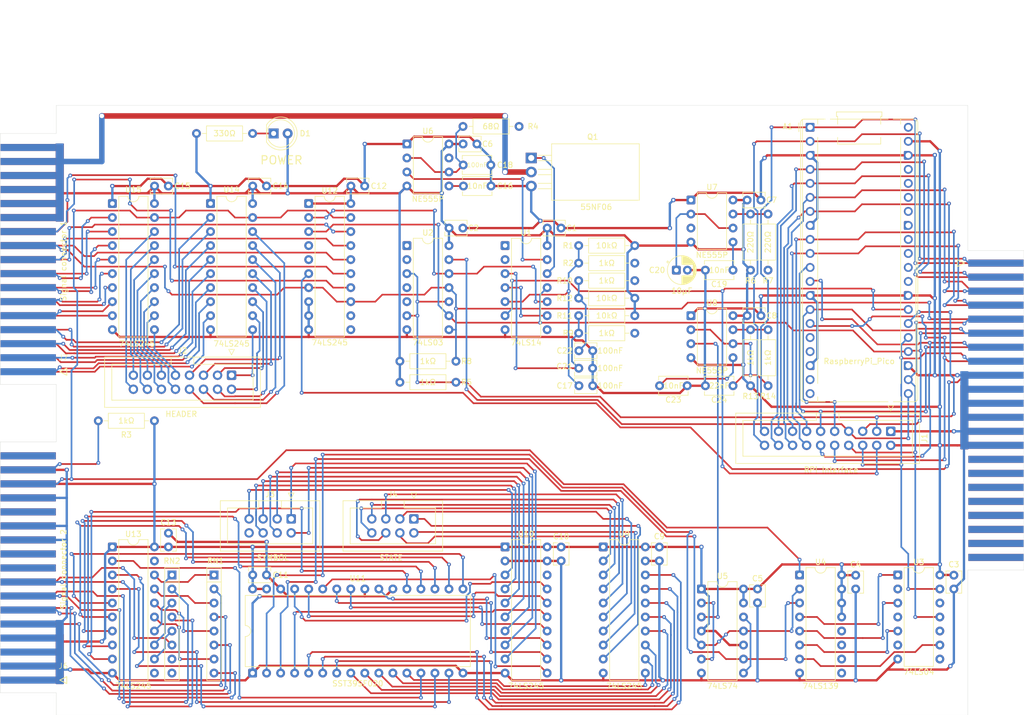
<source format=kicad_pcb>
(kicad_pcb (version 20241229) (generator "pcbnew") (generator_version "9.0")
  (layers (0 "F.Cu" signal) (2 "B.Cu" signal) (13 "F.Paste" user) (15 "B.Paste" user) (5 "F.SilkS" user "F.Silkscreen") (7 "B.SilkS" user "B.Silkscreen") (1 "F.Mask" user) (3 "B.Mask" user) (25 "Edge.Cuts" user))
  (net 0 "")
  (net 2 "~{FINISH_STATE}")
  (net 4 "~{PROGRAM}")
  (net 9 "LPS_{0}")
  (net 10 "~{RESET}")
  (net 14 "RPI_CLK")
  (net 16 "ACP_{1}")
  (net 17 "D_{7}")
  (net 18 "D_{2}")
  (net 19 "LBP_{0}")
  (net 20 "LBP_{1}")
  (net 21 "MCB_{0}")
  (net 22 "LPS_{1}")
  (net 23 "RRB_{0}")
  (net 24 "ACP_{0}")
  (net 25 "LBP_{2}")
  (net 26 "COM_{0}")
  (net 27 "LED_GND")
  (net 29 "CLK")
  (net 30 "/REPROGRAM")
  (net 31 "COMBINED_CLK")
  (net 33 "D_{6}")
  (net 35 "DDIR")
  (net 36 "D_{4}")
  (net 37 "CS_{0}")
  (net 38 "~{OPERATE}")
  (net 39 "Net-(U1-Pad4)")
  (net 40 "SESR_STATE")
  (net 41 "~{LED_PWR_CLK}")
  (net 42 "H_{14}")
  (net 43 "H_{2}")
  (net 44 "H_{15}")
  (net 45 "H_{0}")
  (net 46 "H_{8}")
  (net 47 "H_{7}")
  (net 48 "H_{13}")
  (net 49 "H_{3}")
  (net 50 "H_{9}")
  (net 51 "H_{5}")
  (net 52 "H_{1}")
  (net 53 "H_{12}")
  (net 54 "H_{6}")
  (net 55 "H_{10}")
  (net 56 "H_{11}")
  (net 57 "H_{4}")
  (net 58 "SR_{3}")
  (net 59 "SR_{4}")
  (net 60 "SR_{6}")
  (net 61 "SR_{2}")
  (net 62 "SR_{0}")
  (net 63 "SR_{5}")
  (net 64 "SR_{1}")
  (net 65 "QR_{7}")
  (net 66 "QR_{6}")
  (net 67 "QR_{4}")
  (net 68 "QR_{5}")
  (net 69 "QR_{3}")
  (net 70 "QR_{1}")
  (net 71 "QR_{0}")
  (net 72 "QR_{2}")
  (net 73 "LED_7SEG_CLK")
  (net 74 "CS_{1}")
  (net 75 "D_{1}")
  (net 76 "D_{3}")
  (net 77 "D_{0}")
  (net 78 "~{DT}")
  (net 80 "D_{5}")
  (net 81 "Net-(U6-CV)")
  (net 82 "Net-(C17-Pad1)")
  (net 83 "Net-(U6-THR)")
  (net 84 "Net-(U7-CV)")
  (net 85 "Net-(C21-Pad1)")
  (net 86 "Net-(C22-Pad1)")
  (net 87 "Net-(U8-CV)")
  (net 88 "Net-(U8-THR)")
  (net 106 "Net-(Q1-G)")
  (net 107 "Net-(U7-DIS)")
  (net 108 "Net-(U8-DIS)")
  (net 109 "Net-(RN1-R4.1)")
  (net 110 "Net-(RN1-R2.1)")
  (net 111 "Net-(RN1-R1.1)")
  (net 112 "Net-(RN1-R3.1)")
  (net 113 "Net-(RN2-R2.1)")
  (net 114 "Net-(RN2-R3.1)")
  (net 115 "Net-(RN2-R1.1)")
  (net 116 "Net-(U1-Pad8)")
  (net 117 "/Clock and Interfaces/MAN_CLK")
  (net 118 "/Clock and Interfaces/AUTO_CLK")
  (net 119 "Net-(U4A-O3)")
  (net 120 "Net-(U4A-O0)")
  (net 121 "Net-(U4A-O1)")
  (net 122 "Net-(U4A-O2)")
  (net 123 "/LED display/RESET")
  (net 124 "/LED display/FINISH_STATE")
  (net 127 "Net-(U11-A16)")
  (net 130 "Net-(U11-A15)")
  (net 131 "Net-(U5A-D)")
  (net 132 "Net-(U5B-D)")
  (net 133 "/LED display/QRB_{4}")
  (net 134 "/LED display/QRB_{7}")
  (net 135 "/LED display/QRB_{2}")
  (net 136 "/LED display/QRB_{3}")
  (net 137 "/LED display/QRB_{0}")
  (net 138 "/LED display/QRB_{5}")
  (net 139 "/LED display/QRB_{6}")
  (net 140 "/LED display/QRB_{1}")
  (net 141 "Net-(U10-B2)")
  (net 142 "Net-(U10-B5)")
  (net 143 "Net-(U10-B4)")
  (net 144 "Net-(U10-B1)")
  (net 145 "Net-(U10-B3)")
  (net 146 "Net-(U10-B7)")
  (net 148 "Net-(U10-B6)")
  (net 149 "Net-(U11-D7)")
  (net 150 "Net-(U11-D1)")
  (net 151 "Net-(U11-D4)")
  (net 152 "Net-(U11-D5)")
  (net 153 "Net-(U11-D3)")
  (net 154 "Net-(U11-D6)")
  (net 155 "Net-(U11-D2)")
  (net 156 "Net-(U11-D0)")
  (net 159 "RRB_{1}")
  (net 160 "7SEG_A")
  (net 161 "7SEG_C")
  (net 162 "7SEG_D")
  (net 163 "7SEG_B")
  (net 164 "7SEG_E")
  (net 165 "7SEG_G")
  (net 166 "7SEG_F")
  (net 167 "7SEG_SYMBOL_1")
  (net 168 "7SEG_SYMBOL_0")
  (net 169 "7SEG_STATE_1")
  (net 170 "7SEG_STATE_0")
  (net 171 "LED_OPERATE")
  (net 172 "LED_FINISH_STATE")
  (net 173 "LED_PROGRAM")
  (net 174 "LED_RESET")
  (net 175 "LED_SESR_STATE")
  (net 176 "LED_H_{0}")
  (net 177 "LED_H_{4}")
  (net 178 "LED_H_{1}")
  (net 179 "LED_H_{6}")
  (net 180 "LED_H_{5}")
  (net 181 "LED_H_{7}")
  (net 182 "LED_H_{2}")
  (net 183 "LED_H_{3}")
  (net 184 "LED_H_{11}")
  (net 185 "LED_H_{10}")
  (net 186 "LED_H_{13}")
  (net 187 "LED_H_{9}")
  (net 188 "LED_H_{12}")
  (net 189 "LED_H_{15}")
  (net 190 "LED_H_{14}")
  (net 191 "LED_H_{8}")
  (net 193 "Net-(D1-K)")
  (footprint "Module:RaspberryPi_Pico_Common_THT" (layer "F.Cu") (at 161.925 29.3625)
    (property "Reference" "A1")
    (property "Value" "RaspberryPi_Pico")
  )
  (footprint "Capacitor_THT:C_Disc_D3.8mm_W2.6mm_P2.50mm" (layer "F.Cu") (at 120.055 69.85)
    (property "Reference" "C22")
    (property "Value" "100nF")
  )
  (footprint "Connector_Edge:Connector_Edge_2x22pin_odd" (layer "F.Cu") (at 195.58 53.975)
    (property "Reference" "J5" (hide yes))
    (property "Value" "External Interface" (hide yes))
    (fp_line (start 5.08 -2.286) (end -5.08 -2.286) (stroke (width 0.05)) (layer "Edge.Cuts"))
    (fp_line (start 5.08 -2.286) (end 5.08 55.626) (stroke (width 0.05)) (layer "Edge.Cuts"))
    (fp_line (start 5.08 55.626) (end -5.08 55.626) (stroke (width 0.05)) (layer "Edge.Cuts"))
  )
  (footprint "Resistor_THT:R_Axial_DIN0207_L6.3mm_D2.5mm_P10.16mm_Horizontal" (layer "F.Cu") (at 87.63 71.755)
    (property "Reference" "R8")
    (property "Value" "1kΩ")
  )
  (footprint "Capacitor_THT:C_Disc_D3.8mm_W2.6mm_P2.50mm" (layer "F.Cu") (at 45.72 105.41 90)
    (property "Reference" "C13")
    (property "Value" "100nF" (hide yes))
  )
  (footprint "Capacitor_THT:C_Disc_D3.8mm_W2.6mm_P2.50mm" (layer "F.Cu") (at 96.54 47.625)
    (property "Reference" "C2")
    (property "Value" "100nF" (hide yes))
  )
  (footprint "Resistor_THT:R_Axial_DIN0207_L6.3mm_D2.5mm_P10.16mm_Horizontal" (layer "F.Cu") (at 151.13 55.245 90)
    (property "Reference" "R6")
    (property "Value" "220Ω")
  )
  (footprint "Connector_IDC:IDC-Header_2x10_P2.54mm_Vertical" (layer "F.Cu") (at 176.53 84.455 -90)
    (property "Reference" "J1")
    (property "Value" "RPi Interface")
  )
  (footprint "Capacitor_THT:C_Disc_D5.1mm_W3.2mm_P5.00mm" (layer "F.Cu") (at 134.665 76.2)
    (property "Reference" "C23")
    (property "Value" "10nF")
  )
  (footprint "Package_DIP:DIP-20_W7.62mm" (layer "F.Cu") (at 71.12 43.18)
    (property "Reference" "U12")
    (property "Value" "74LS245")
  )
  (footprint "Capacitor_THT:C_Disc_D3.8mm_W2.6mm_P2.50mm" (layer "F.Cu") (at 78.76 40.005)
    (property "Reference" "C12")
    (property "Value" "100nF" (hide yes))
  )
  (footprint "Package_DIP:DIP-20_W7.62mm" (layer "F.Cu") (at 106.68 105.41)
    (property "Reference" "U10")
    (property "Value" "74LS245")
  )
  (footprint "Capacitor_THT:C_Disc_D3.8mm_W2.6mm_P2.50mm" (layer "F.Cu") (at 99.08 32.385)
    (property "Reference" "C6")
    (property "Value" "100nF" (hide yes))
  )
  (footprint "Package_DIP:DIP-14_W7.62mm" (layer "F.Cu") (at 177.8 110.49)
    (property "Reference" "U3")
    (property "Value" "74LS04")
  )
  (footprint "MountingHole:MountingHole_3.2mm_M3" (layer "F.Cu") (at 186.69 29.21)
    (property "Reference" "REF**" (hide yes))
    (property "Value" "MountingHole_3.2mm_M3" (hide yes))
  )
  (footprint "Capacitor_THT:CP_Radial_D5.0mm_P2.00mm" (layer "F.Cu") (at 137.7 55.245)
    (property "Reference" "C20")
    (property "Value" "10µF")
  )
  (footprint "Package_DIP:DIP-14_W7.62mm" (layer "F.Cu") (at 106.685 50.8)
    (property "Reference" "U1")
    (property "Value" "74LS14")
  )
  (footprint "Capacitor_THT:C_Disc_D3.8mm_W2.6mm_P2.50mm" (layer "F.Cu") (at 120.035 73.025)
    (property "Reference" "C21")
    (property "Value" "100nF")
  )
  (footprint "Capacitor_THT:C_Disc_D3.8mm_W2.6mm_P2.50mm" (layer "F.Cu") (at 114.32 47.625)
    (property "Reference" "C1")
    (property "Value" "100nF" (hide yes))
  )
  (footprint "MountingHole:MountingHole_3.2mm_M3" (layer "F.Cu") (at 186.69 132.08)
    (property "Reference" "REF**" (hide yes))
    (property "Value" "MountingHole_3.2mm_M3" (hide yes))
  )
  (footprint "Capacitor_THT:C_Disc_D3.8mm_W2.6mm_P2.50mm" (layer "F.Cu") (at 120.055 76.2)
    (property "Reference" "C17")
    (property "Value" "100nF")
  )
  (footprint "Capacitor_THT:C_Disc_D3.8mm_W2.6mm_P2.50mm" (layer "F.Cu") (at 150.515 42.545)
    (property "Reference" "C7")
    (property "Value" "100nF" (hide yes))
  )
  (footprint "Resistor_THT:R_Axial_DIN0207_L6.3mm_D2.5mm_P10.16mm_Horizontal" (layer "F.Cu") (at 87.63 75.565)
    (property "Reference" "R5")
    (property "Value" "1kΩ")
  )
  (footprint "Connector_IDC:IDC-Header_2x04_P2.54mm_Vertical" (layer "F.Cu") (at 90.17 100.33 -90)
    (property "Reference" "J4")
    (property "Value" "State Register Value" (hide yes))
  )
  (footprint "Resistor_THT:R_Axial_DIN0207_L6.3mm_D2.5mm_P10.16mm_Horizontal" (layer "F.Cu") (at 120.015 60.325)
    (property "Reference" "R12")
    (property "Value" "10kΩ")
  )
  (footprint "Package_DIP:DIP-14_W7.62mm" (layer "F.Cu") (at 142.24 113.03)
    (property "Reference" "U5")
    (property "Value" "74LS74")
  )
  (footprint "Resistor_THT:R_Array_SIP8" (layer "F.Cu") (at 46.355 110.49 -90)
    (property "Reference" "RN2")
    (property "Value" "R_Pack04_SIP" (hide yes))
  )
  (footprint "Resistor_THT:R_Axial_DIN0207_L6.3mm_D2.5mm_P10.16mm_Horizontal" (layer "F.Cu") (at 60.96 30.48 180)
    (property "Reference" "R15" (hide yes))
    (property "Value" "330Ω")
  )
  (footprint "Package_DIP:DIP-16_W7.62mm" (layer "F.Cu") (at 160.02 110.49)
    (property "Reference" "U4")
    (property "Value" "74LS139")
  )
  (footprint "Resistor_THT:R_Axial_DIN0207_L6.3mm_D2.5mm_P10.16mm_Horizontal" (layer "F.Cu") (at 43.18 82.55 180)
    (property "Reference" "R3")
    (property "Value" "1kΩ")
  )
  (footprint "Capacitor_THT:C_Disc_D3.8mm_W2.6mm_P2.50mm" (layer "F.Cu") (at 43.2 40.005)
    (property "Reference" "C15")
    (property "Value" "100nF" (hide yes))
  )
  (footprint "Connector_Edge:Connector_Edge_2x17pin_odd" (layer "F.Cu") (at 20.32 129.54 180)
    (property "Reference" "J6")
    (property "Value" "Signal_connector_1" (hide yes))
    (fp_line (start 5.08 43.18) (end -5.08 43.18) (stroke (width 0.05)) (layer "Edge.Cuts"))
    (fp_line (start 5.08 -2.286) (end 5.08 43.18) (stroke (width 0.05)) (layer "Edge.Cuts"))
    (fp_line (start 5.08 -2.286) (end -5.08 -2.286) (stroke (width 0.05)) (layer "Edge.Cuts"))
  )
  (footprint "Capacitor_THT:C_Disc_D3.8mm_W2.6mm_P2.50mm" (layer "F.Cu") (at 152.4 113.03 -90)
    (property "Reference" "C5")
    (property "Value" "100nF" (hide yes))
  )
  (footprint "Resistor_THT:R_Axial_DIN0207_L6.3mm_D2.5mm_P10.16mm_Horizontal" (layer "F.Cu") (at 151.135 76.2 90)
    (property "Reference" "R13")
    (property "Value" "1kΩ")
  )
  (footprint "Capacitor_THT:C_Disc_D5.1mm_W3.2mm_P5.00mm" (layer "F.Cu") (at 147.955 55.245 180)
    (property "Reference" "C19")
    (property "Value" "10nF")
  )
  (footprint "LED_THT:LED_D5.0mm" (layer "F.Cu") (at 64.77 30.48)
    (property "Reference" "D1")
    (property "Value" "LED_POWER_R" (hide yes))
  )
  (footprint "Resistor_THT:R_Axial_DIN0207_L6.3mm_D2.5mm_P10.16mm_Horizontal" (layer "F.Cu") (at 120.015 63.5)
    (property "Reference" "R11")
    (property "Value" "10kΩ")
  )
  (footprint "Connector_Edge:Connector_Edge_2x17pin_odd" (layer "F.Cu") (at 20.32 73.66 180)
    (property "Reference" "J7")
    (property "Value" "Signal_connector_0" (hide yes))
    (fp_line (start 5.08 43.18) (end -5.08 43.18) (stroke (width 0.05)) (layer "Edge.Cuts"))
    (fp_line (start 5.08 -2.286) (end 5.08 43.18) (stroke (width 0.05)) (layer "Edge.Cuts"))
    (fp_line (start 5.08 -2.286) (end -5.08 -2.286) (stroke (width 0.05)) (layer "Edge.Cuts"))
  )
  (footprint "Capacitor_THT:C_Disc_D5.1mm_W3.2mm_P5.00mm" (layer "F.Cu") (at 99.1 36.195)
    (property "Reference" "C18")
    (property "Value" "100nF")
  )
  (footprint "Capacitor_THT:C_Disc_D3.8mm_W2.6mm_P2.50mm" (layer "F.Cu") (at 134.62 105.43 -90)
    (property "Reference" "C9")
    (property "Value" "100nF" (hide yes))
  )
  (footprint "Resistor_THT:R_Axial_DIN0207_L6.3mm_D2.5mm_P10.16mm_Horizontal" (layer "F.Cu") (at 130.175 57.15 180)
    (property "Reference" "R10")
    (property "Value" "1kΩ")
  )
  (footprint "Capacitor_THT:C_Disc_D5.1mm_W3.2mm_P5.00mm" (layer "F.Cu") (at 99.14 40.005)
    (property "Reference" "C16")
    (property "Value" "10nF")
  )
  (footprint "Connector_IDC:IDC-Header_2x04_P2.54mm_Vertical" (layer "F.Cu") (at 67.945 100.33 -90)
    (property "Reference" "J3")
    (property "Value" "Symbol Register Value" (hide yes))
  )
  (footprint "Capacitor_THT:C_Disc_D3.8mm_W2.6mm_P2.50mm" (layer "F.Cu") (at 116.84 105.43 -90)
    (property "Reference" "C10")
    (property "Value" "100nF" (hide yes))
  )
  (footprint "Capacitor_THT:C_Disc_D3.8mm_W2.6mm_P2.50mm" (layer "F.Cu") (at 187.96 110.53 -90)
    (property "Reference" "C3")
    (property "Value" "100nF" (hide yes))
  )
  (footprint "Package_DIP:DIP-20_W7.62mm" (layer "F.Cu") (at 53.345 43.18)
    (property "Reference" "U14")
    (property "Value" "74LS245")
  )
  (footprint "MountingHole:MountingHole_3.2mm_M3" (layer "F.Cu") (at 29.21 132.08)
    (property "Reference" "REF**" (hide yes))
    (property "Value" "MountingHole_3.2mm_M3" (hide yes))
  )
  (footprint "Package_DIP:DIP-8_W7.62mm" (layer "F.Cu") (at 88.905 32.385)
    (property "Reference" "U6")
    (property "Value" "NE555P")
  )
  (footprint "MountingHole:MountingHole_3.2mm_M3" (layer "F.Cu") (at 29.21 29.21)
    (property "Reference" "REF**" (hide yes))
    (property "Value" "MountingHole_3.2mm_M3" (hide yes))
  )
  (footprint "Capacitor_THT:C_Disc_D3.8mm_W2.6mm_P2.50mm" (layer "F.Cu") (at 60.98 110.49)
    (property "Reference" "C11")
    (property "Value" "100nF" (hide yes))
  )
  (footprint "Resistor_THT:R_Axial_DIN0207_L6.3mm_D2.5mm_P10.16mm_Horizontal" (layer "F.Cu") (at 130.175 66.675 180)
    (property "Reference" "R9")
    (property "Value" "1kΩ")
  )
  (footprint "Resistor_THT:R_Array_SIP8" (layer "F.Cu") (at 53.975 110.49 -90)
    (property "Reference" "RN1")
    (property "Value" "R_Pack04_SIP" (hide yes))
  )
  (footprint "Package_DIP:DIP-14_W7.62mm" (layer "F.Cu") (at 88.9 50.8)
    (property "Reference" "U2")
    (property "Value" "74LS03")
  )
  (footprint "Capacitor_THT:C_Disc_D3.8mm_W2.6mm_P2.50mm" (layer "F.Cu") (at 60.98 40.005)
    (property "Reference" "C14")
    (property "Value" "100nF" (hide yes))
  )
  (footprint "Package_DIP:DIP-20_W7.62mm" (layer "F.Cu") (at 35.565 43.18)
    (property "Reference" "U15")
    (property "Value" "74LS245")
  )
  (footprint "Package_DIP:DIP-32_W15.24mm" (layer "F.Cu") (at 60.96 128.27 90)
    (property "Reference" "U11")
    (property "Value" "SST39SF020")
  )
  (footprint "Package_DIP:DIP-8_W7.62mm" (layer "F.Cu") (at 140.34 63.5)
    (property "Reference" "U8")
    (property "Value" "NE555P")
  )
  (footprint "Package_DIP:DIP-20_W7.62mm" (layer "F.Cu") (at 124.46 105.41)
    (property "Reference" "U9")
    (property "Value" "74LS245")
  )
  (footprint "Resistor_THT:R_Axial_DIN0207_L6.3mm_D2.5mm_P10.16mm_Horizontal" (layer "F.Cu") (at 120.015 50.8)
    (property "Reference" "R1")
    (property "Value" "10kΩ")
  )
  (footprint "Package_DIP:DIP-8_W7.62mm" (layer "F.Cu") (at 140.34 42.545)
    (property "Reference" "U7")
    (property "Value" "NE555P")
  )
  (footprint "Capacitor_THT:C_Disc_D3.8mm_W2.6mm_P2.50mm" (layer "F.Cu") (at 150.52 63.5)
    (property "Reference" "C8")
    (property "Value" "100nF" (hide yes))
  )
  (footprint "Resistor_THT:R_Axial_DIN0207_L6.3mm_D2.5mm_P10.16mm_Horizontal" (layer "F.Cu") (at 130.175 53.975 180)
    (property "Reference" "R2")
    (property "Value" "1kΩ")
  )
  (footprint "Capacitor_THT:C_Disc_D5.1mm_W3.2mm_P5.00mm" (layer "F.Cu") (at 147.96 76.2 180)
    (property "Reference" "C24")
    (property "Value" "22nF")
  )
  (footprint "Resistor_THT:R_Axial_DIN0207_L6.3mm_D2.5mm_P10.16mm_Horizontal" (layer "F.Cu") (at 154.305 45.085 -90)
    (property "Reference" "R7")
    (property "Value" "220Ω")
  )
  (footprint "Resistor_THT:R_Axial_DIN0207_L6.3mm_D2.5mm_P10.16mm_Horizontal" (layer "F.Cu") (at 154.31 66.04 -90)
    (property "Reference" "R14")
    (property "Value" "1kΩ")
  )
  (footprint "Connector_IDC:IDC-Header_2x08_P2.54mm_Vertical" (layer "F.Cu") (at 57.15 74.295 -90)
    (property "Reference" "J2")
    (property "Value" "Header Position Value" (hide yes))
  )
  (footprint "Package_DIP:DIP-20_W7.62mm" (layer "F.Cu") (at 35.56 105.41)
    (property "Reference" "U13")
    (property "Value" "74LS245")
  )
  (footprint "Resistor_THT:R_Axial_DIN0207_L6.3mm_D2.5mm_P10.16mm_Horizontal" (layer "F.Cu") (at 109.22 29.21 180)
    (property "Reference" "R4")
    (property "Value" "68Ω")
  )
  (footprint "Package_TO_SOT_THT:TO-220-3_Horizontal_TabDown" (layer "F.Cu") (at 111.42 34.925 -90)
    (property "Reference" "Q1")
    (property "Value" "55NF06")
  )
  (footprint "Capacitor_THT:C_Disc_D3.8mm_W2.6mm_P2.50mm" (layer "F.Cu") (at 170.18 110.53 -90)
    (property "Reference" "C4")
    (property "Value" "100nF" (hide yes))
  )
  (gr_rect (start 25.4 121.285) (end 26.67 130.175) (stroke (width 0.2)) (fill yes) (layer "F.Cu") (net 9))
  (gr_rect (start 189.23 76.2) (end 190.5 87.63) (stroke (width 0.2)) (fill yes) (layer "F.Cu") (net 9))
  (gr_rect (start 25.4 32.385) (end 26.67 46.355) (stroke (width 0.2)) (fill yes) (layer "F.Cu") (net 9))
  (gr_rect (start 25.4 118.745) (end 26.67 130.175) (stroke (width 0.2)) (fill yes) (layer "B.Cu") (net 159))
  (gr_rect (start 25.4 32.385) (end 26.67 46.355) (stroke (width 0.2)) (fill yes) (layer "B.Cu") (net 27))
  (gr_rect (start 189.23 73.66) (end 190.5 87.63) (stroke (width 0.2)) (fill yes) (layer "B.Cu") (net 159))
  (gr_poly (pts (xy 26.035 129.54) (xy 27.305 128.905) (xy 27.305 130.175)) (stroke (width 0.15)) (fill no) (layer "F.SilkS"))
  (gr_poly (pts (xy 26.035 73.66) (xy 27.305 73.025) (xy 27.305 74.295)) (stroke (width 0.15)) (fill no) (layer "F.SilkS"))
  (gr_poly (pts (xy 189.865 53.975) (xy 188.595 54.61) (xy 188.595 53.34)) (stroke (width 0.15)) (fill no) (layer "F.SilkS"))
  (gr_line (start 190.5 25.4) (end 190.5 51.689) (stroke (width 0.05)) (layer "Edge.Cuts"))
  (gr_line (start 25.4 25.4) (end 190.5 25.4) (stroke (width 0.05)) (layer "Edge.Cuts"))
  (gr_line (start 190.5 109.601) (end 190.5 135.89) (stroke (width 0.05)) (layer "Edge.Cuts"))
  (gr_line (start 25.4 25.4) (end 25.4 30.48) (stroke (width 0.05)) (layer "Edge.Cuts"))
  (gr_line (start 25.4 75.946) (end 25.4 86.36) (stroke (width 0.05)) (layer "Edge.Cuts"))
  (gr_line (start 25.4 131.826) (end 25.4 135.89) (stroke (width 0.05)) (layer "Edge.Cuts"))
  (gr_line (start 25.4 135.89) (end 190.5 135.89) (stroke (width 0.05)) (layer "Edge.Cuts"))
  (gr_text "HEADER" (at 45.085 81.915 0) (layer "F.SilkS") (effects (font (size 1 1)) (justify left bottom)))
  (gr_text "SYMBOL" (at 61.595 107.95 0) (layer "F.SilkS") (effects (font (size 1 1)) (justify left bottom)))
  (gr_text "POWER" (at 62.23 36.195 0) (layer "F.SilkS") (effects (font (size 1.5 1.5) (thickness 0.1875)) (justify left bottom)))
  (gr_text "Signal connector 1" (at 27.305 60.96 90) (layer "F.SilkS") (effects (font (size 1 1)) (justify left bottom)))
  (gr_text "Signal connector 2" (at 27.305 116.84 90) (layer "F.SilkS") (effects (font (size 1 1)) (justify left bottom)))
  (gr_text "STATE" (at 83.82 107.95 0) (layer "F.SilkS") (effects (font (size 1 1)) (justify left bottom)))
  (segment (start 181.673946 71.2535) (end 178.5685 71.2535) (width 0.3) (layer "F.Cu") (net 2))
  (segment (start 179.705 113.03) (end 185.42 113.03) (width 0.3) (layer "F.Cu") (net 2))
  (segment (start 178.435 90.501) (end 171.45 90.501) (width 0.3) (layer "F.Cu") (net 2))
  (segment (start 178.5685 71.2535) (end 178.435 71.12) (width 0.3) (layer "F.Cu") (net 2))
  (segment (start 182.608446 70.319) (end 181.673946 71.2535) (width 0.3) (layer "F.Cu") (net 2))
  (segment (start 189.229 70.319) (end 182.608446 70.319) (width 0.3) (layer "F.Cu") (net 2))
  (segment (start 189.865 70.955) (end 189.229 70.319) (width 0.3) (layer "F.Cu") (net 2))
  (via (at 179.705 113.03) (size 0.7) (drill 0.3) (layers "F.Cu" "B.Cu") (net 2))
  (via (at 171.45 90.501) (size 0.7) (drill 0.3) (layers "F.Cu" "B.Cu") (net 2))
  (via (at 189.865 70.955) (size 0.7) (drill 0.3) (layers "F.Cu" "B.Cu") (net 2))
  (via (at 178.435 71.12) (size 0.7) (drill 0.3) (layers "F.Cu" "B.Cu") (net 2))
  (via (at 178.435 90.501) (size 0.7) (drill 0.3) (layers "F.Cu" "B.Cu") (net 2))
  (segment (start 178.435 71.12) (end 178.435 90.501) (width 0.3) (layer "B.Cu") (net 2))
  (segment (start 195.58 71.755) (end 190.665 71.755) (width 0.3) (layer "B.Cu") (net 2))
  (segment (start 178.435 90.501) (end 178.435 105.41) (width 0.3) (layer "B.Cu") (net 2))
  (segment (start 178.435 105.41) (end 179.705 106.68) (width 0.3) (layer "B.Cu") (net 2))
  (segment (start 178.435 68.7325) (end 179.705 67.4625) (width 0.3) (layer "B.Cu") (net 2))
  (segment (start 178.435 71.12) (end 178.435 68.7325) (width 0.3) (layer "B.Cu") (net 2))
  (segment (start 179.705 106.68) (end 179.705 113.03) (width 0.3) (layer "B.Cu") (net 2))
  (segment (start 190.665 71.755) (end 189.865 70.955) (width 0.3) (layer "B.Cu") (net 2))
  (segment (start 171.45 90.501) (end 171.45 86.995) (width 0.3) (layer "B.Cu") (net 2))
  (segment (start 181.171 83.154) (end 172.751 83.154) (width 0.3) (layer "F.Cu") (net 4))
  (segment (start 71.12 48.26) (end 74.295 48.26) (width 0.3) (layer "F.Cu") (net 4))
  (segment (start 113.03 64.77) (end 157.48 64.77) (width 0.3) (layer "F.Cu") (net 4))
  (segment (start 96.52 63.5) (end 97.79 64.77) (width 0.3) (layer "F.Cu") (net 4))
  (segment (start 181.775 82.55) (end 181.171 83.154) (width 0.3) (layer "F.Cu") (net 4))
  (segment (start 157.48 64.77) (end 158.8835 66.1735) (width 0.3) (layer "F.Cu") (net 4))
  (segment (start 97.79 64.77) (end 113.03 64.77) (width 0.3) (layer "F.Cu") (net 4))
  (segment (start 181.94466 69.85) (end 179.8575 69.85) (width 0.3) (layer "F.Cu") (net 4))
  (segment (start 179.8575 69.85) (end 179.705 70.0025) (width 0.3) (layer "F.Cu") (net 4))
  (segment (start 74.295 48.26) (end 75.565 46.99) (width 0.3) (layer "F.Cu") (net 4))
  (segment (start 173.5075 70.0025) (end 179.705 70.0025) (width 0.3) (layer "F.Cu") (net 4))
  (segment (start 158.8835 66.1735) (end 169.6785 66.1735) (width 0.3) (layer "F.Cu") (net 4))
  (segment (start 169.6785 66.1735) (end 173.5075 70.0025) (width 0.3) (layer "F.Cu") (net 4))
  (segment (start 75.565 46.99) (end 94.615 46.99) (width 0.3) (layer "F.Cu") (net 4))
  (segment (start 195.58 66.675) (end 181.94466 66.675) (width 0.3) (layer "F.Cu") (net 4))
  (segment (start 172.751 83.154) (end 171.45 84.455) (width 0.3) (layer "F.Cu") (net 4))
  (via (at 113.03 64.77) (size 0.7) (drill 0.3) (layers "F.Cu" "B.Cu") (net 4))
  (via (at 181.94466 66.675) (size 0.7) (drill 0.3) (layers "F.Cu" "B.Cu") (net 4))
  (via (at 181.775 82.55) (size 0.7) (drill 0.3) (layers "F.Cu" "B.Cu") (net 4))
  (via (at 181.94466 69.85) (size 0.7) (drill 0.3) (layers "F.Cu" "B.Cu") (net 4))
  (via (at 94.615 46.99) (size 0.7) (drill 0.3) (layers "F.Cu" "B.Cu") (net 4))
  (segment (start 94.615 61.595) (end 96.52 63.5) (width 0.3) (layer "B.Cu") (net 4))
  (segment (start 113.03 59.695) (end 114.305 58.42) (width 0.3) (layer "B.Cu") (net 4))
  (segment (start 113.03 64.77) (end 113.03 59.695) (width 0.3) (layer "B.Cu") (net 4))
  (segment (start 181.775 82.55) (end 181.94466 82.38034) (width 0.3) (layer "B.Cu") (net 4))
  (segment (start 181.94466 66.675) (end 181.94466 69.85) (width 0.3) (layer "B.Cu") (net 4))
  (segment (start 94.615 46.99) (end 94.615 61.595) (width 0.3) (layer "B.Cu") (net 4))
  (segment (start 181.94466 82.38034) (end 181.94466 69.85) (width 0.3) (layer "B.Cu") (net 4))
  (segment (start 128.311 48.936) (end 130.175 50.8) (width 0.42) (layer "F.Cu") (net 9))
  (segment (start 156.845 108.585) (end 152.4 113.03) (width 0.42) (layer "F.Cu") (net 9))
  (segment (start 41.91 41.316) (end 26.711 41.316) (width 0.42) (layer "F.Cu") (net 9))
  (segment (start 187.92 110.49) (end 187.96 110.53) (width 0.42) (layer "F.Cu") (net 9))
  (segment (start 44.511 41.316) (end 41.951 41.316) (width 0.42) (layer "F.Cu") (net 9))
  (segment (start 149.86 51.476) (end 141.651 51.476) (width 0.42) (layer "F.Cu") (net 9))
  (segment (start 149.783 72.431) (end 149.824 72.39) (width 0.42) (layer "F.Cu") (net 9))
  (segment (start 26.711 41.316) (end 26.035 40.64) (width 0.42) (layer "F.Cu") (net 9))
  (segment (start 41.9305 41.2955) (end 41.91 41.316) (width 0.42) (layer "F.Cu") (net 9))
  (segment (start 62.291 41.316) (end 59.669 41.316) (width 0.42) (layer "F.Cu") (net 9))
  (segment (start 96.54 47.625) (end 97.851 48.936) (width 0.42) (layer "F.Cu") (net 9))
  (segment (start 183.6675 31.9025) (end 179.705 31.9025) (width 0.42) (layer "F.Cu") (net 9))
  (segment (start 152.4 113.03) (end 142.24 113.03) (width 0.42) (layer "F.Cu") (net 9))
  (segment (start 144.78 120.65) (end 142.24 120.65) (width 0.42) (layer "F.Cu") (net 9))
  (segment (start 80.071 41.316) (end 87.594 41.316) (width 0.42) (layer "F.Cu") (net 9))
  (segment (start 88.905 40.005) (end 88.905 40.01) (width 0.42) (layer "F.Cu") (net 9))
  (segment (start 77.449 41.316) (end 78.76 40.005) (width 0.42) (layer "F.Cu") (net 9))
  (segment (start 140.34 71.12) (end 141.651 72.431) (width 0.42) (layer "F.Cu") (net 9))
  (segment (start 185.42 33.655) (end 183.6675 31.9025) (width 0.42) (layer "F.Cu") (net 9))
  (segment (start 41.951 41.316) (end 41.9305 41.2955) (width 0.42) (layer "F.Cu") (net 9))
  (segment (start 113.009 48.936) (end 114.32 47.625) (width 0.42) (layer "F.Cu") (net 9))
  (segment (start 59.669 41.316) (end 60.98 40.005) (width 0.42) (layer "F.Cu") (net 9))
  (segment (start 176.53 86.995) (end 185.42 86.995) (width 0.42) (layer "F.Cu") (net 9))
  (segment (start 45.72 105.41) (end 60.96 105.41) (width 0.42) (layer "F.Cu") (net 9))
  (segment (start 90.17 41.275) (end 95.214 41.275) (width 0.42) (layer "F.Cu") (net 9))
  (segment (start 139.705 50.8) (end 140.34 50.165) (width 0.42) (layer "F.Cu") (net 9))
  (segment (start 114.32 47.625) (end 115.631 48.936) (width 0.42) (layer "F.Cu") (net 9))
  (segment (start 115.631 48.936) (end 128.311 48.936) (width 0.42) (layer "F.Cu") (net 9))
  (segment (start 33.655 122.555) (end 27.305 122.555) (width 0.42) (layer "F.Cu") (net 9))
  (segment (start 71.12 43.18) (end 78.74 43.18) (width 0.42) (layer "F.Cu") (net 9))
  (segment (start 97.851 48.936) (end 113.009 48.936) (width 0.42) (layer "F.Cu") (net 9))
  (segment (start 170.18 110.53) (end 167.68 110.53) (width 0.42) (layer "F.Cu") (net 9))
  (segment (start 43.2 40.005) (end 43.2 40.026) (width 0.42) (layer "F.Cu") (net 9))
  (segment (start 141.651 51.476) (end 140.34 50.165) (width 0.42) (layer "F.Cu") (net 9))
  (segment (start 151.135 76.2) (end 154.945 80.01) (width 0.42) (layer "F.Cu") (net 9))
  (segment (start 43.2 40.026) (end 41.9305 41.2955) (width 0.42) (layer "F.Cu") (net 9))
  (segment (start 167.68 110.53) (end 167.64 110.49) (width 0.42) (layer "F.Cu") (net 9))
  (segment (start 185.42 86.995) (end 188.595 86.995) (width 0.42) (layer "F.Cu") (net 9))
  (segment (start 60.98 40.005) (end 62.291 41.316) (width 0.42) (layer "F.Cu") (net 9))
  (segment (start 149.86 123.19) (end 147.32 123.19) (width 0.42) (layer "F.Cu") (net 9))
  (segment (start 147.96 42.545) (end 150.515 42.545) (width 0.42) (layer "F.Cu") (net 9))
  (segment (start 167.64 108.585) (end 156.845 108.585) (width 0.42) (layer "F.Cu") (net 9))
  (segment (start 142.24 105.41) (end 106.68 105.41) (width 0.42) (layer "F.Cu") (net 9))
  (segment (start 185.42 108.585) (end 167.64 108.585) (width 0.42) (layer "F.Cu") (net 9))
  (segment (start 147.32 123.19) (end 144.78 120.65) (width 0.42) (layer "F.Cu") (net 9))
  (segment (start 88.905 40.01) (end 90.17 41.275) (width 0.42) (layer "F.Cu") (net 9))
  (segment (start 188.595 86.995) (end 189.865 86.995) (width 0.42) (layer "F.Cu") (net 9))
  (segment (start 106.68 105.41) (end 60.96 105.41) (width 0.42) (layer "F.Cu") (net 9))
  (segment (start 185.42 110.49) (end 187.92 110.49) (width 0.42) (layer "F.Cu") (net 9))
  (segment (start 154.945 80.01) (end 185.42 80.01) (width 0.42) (layer "F.Cu") (net 9))
  (segment (start 20.32 93.98) (end 43.18 93.98) (width 0.42) (layer "F.Cu") (net 9))
  (segment (start 27.305 122.555) (end 26.035 122.555) (width 0.42) (layer "F.Cu") (net 9))
  (segment (start 78.76 40.005) (end 80.071 41.316) (width 0.42) (layer "F.Cu") (net 9))
  (segment (start 44.511 41.316) (end 59.669 41.316) (width 0.42) (layer "F.Cu") (net 9))
  (segment (start 130.175 50.8) (end 139.705 50.8) (width 0.42) (layer "F.Cu") (net 9))
  (segment (start 87.594 41.316) (end 88.905 40.005) (width 0.42) (layer "F.Cu") (net 9))
  (segment (start 62.291 41.316) (end 67.31 41.316) (width 0.42) (layer "F.Cu") (net 9))
  (segment (start 80.071 41.316) (end 77.449 41.316) (width 0.42) (layer "F.Cu") (net 9))
  (segment (start 147.96 63.5) (end 150.52 63.5) (width 0.42) (layer "F.Cu") (net 9))
  (segment (start 67.31 41.316) (end 77.449 41.316) (width 0.42) (layer "F.Cu") (net 9))
  (segment (start 96.525 32.385) (end 99.08 32.385) (width 0.42) (layer "F.Cu") (net 9))
  (segment (start 44.511 41.316) (end 43.2 40.005) (width 0.42) (layer "F.Cu") (net 9))
  (segment (start 141.651 72.431) (end 149.783 72.431) (width 0.42) (layer "F.Cu") (net 9))
  (segment (start 63.5 113.03) (end 60.96 113.03) (width 0.42) (layer "F.Cu") (net 9))
  (segment (start 45.72 105.41) (end 35.56 105.41) (width 0.42) (layer "F.Cu") (net 9))
  (via (at 67.31 41.316) (size 0.8) (drill 0.4) (layers "F.Cu" "B.Cu") (net 9))
  (via (at 185.42 86.995) (size 0.8) (drill 0.4) (layers "F.Cu" "B.Cu") (net 9))
  (via (at 149.86 51.476) (size 0.8) (drill 0.4) (layers "F.Cu" "B.Cu") (net 9))
  (via (at 185.42 33.655) (size 0.8) (drill 0.4) (layers "F.Cu" "B.Cu") (net 9))
  (via (at 33.655 122.555) (size 0.8) (drill 0.4) (layers "F.Cu" "B.Cu") (net 9))
  (via (at 185.42 108.585) (size 0.8) (drill 0.4) (layers "F.Cu" "B.Cu") (net 9))
  (via (at 142.24 105.41) (size 0.8) (drill 0.4) (layers "F.Cu" "B.Cu") (net 9))
  (via (at 95.214 41.275) (size 0.8) (drill 0.4) (layers "F.Cu" "B.Cu") (net 9))
  (via (at 60.96 105.41) (size 0.8) (drill 0.4) (layers "F.Cu" "B.Cu") (net 9))
  (via (at 185.42 80.01) (size 0.8) (drill 0.4) (layers "F.Cu" "B.Cu") (net 9))
  (via (at 167.64 108.585) (size 0.8) (drill 0.4) (layers "F.Cu" "B.Cu") (net 9))
  (via (at 43.18 93.98) (size 0.8) (drill 0.4) (layers "F.Cu" "B.Cu") (net 9))
  (via (at 149.824 72.39) (size 0.8) (drill 0.4) (layers "F.Cu" "B.Cu") (net 9))
  (segment (start 87.63 75.565) (end 87.63 71.755) (width 0.42) (layer "B.Cu") (net 9))
  (segment (start 185.42 108.585) (end 185.42 86.995) (width 0.42) (layer "B.Cu") (net 9))
  (segment (start 34.249 118.786) (end 34.249 106.721) (width 0.42) (layer "B.Cu") (net 9))
  (segment (start 114.305 50.8) (end 114.305 47.64) (width 0.42) (layer "B.Cu") (net 9))
  (segment (start 43.185 40.02) (end 43.2 40.005) (width 0.42) (layer "B.Cu") (net 9))
  (segment (start 151.13 55.245) (end 149.86 53.975) (width 0.42) (layer "B.Cu") (net 9))
  (segment (start 96.52 47.645) (end 96.54 47.625) (width 0.42) (layer "B.Cu") (net 9))
  (segment (start 167.64 110.49) (end 167.64 118.11) (width 0.42) (layer "B.Cu") (net 9))
  (segment (start 142.24 120.65) (end 143.551 119.339) (width 0.42) (layer "B.Cu") (net 9))
  (segment (start 185.42 80.01) (end 185.42 33.655) (width 0.42) (layer "B.Cu") (net 9))
  (segment (start 149.86 53.975) (end 149.86 51.476) (width 0.42) (layer "B.Cu") (net 9))
  (segment (start 150.52 63.5) (end 150.52 55.855) (width 0.42) (layer "B.Cu") (net 9))
  (segment (start 43.18 105.41) (end 43.18 93.98) (width 0.42) (layer "B.Cu") (net 9))
  (segment (start 130.175 60.325) (end 128.864 59.014) (width 0.42) (layer "B.Cu") (net 9))
  (segment (start 43.185 43.18) (end 43.185 40.02) (width 0.42) (layer "B.Cu") (net 9))
  (segment (start 60.98 110.49) (end 60.98 113.01) (width 0.42) (layer "B.Cu") (net 9))
  (segment (start 95.214 46.299) (end 95.214 41.275) (width 0.42) (layer "B.Cu") (net 9))
  (segment (start 34.249 118.786) (end 34.249 121.961) (width 0.42) (layer "B.Cu") (net 9))
  (segment (start 60.96 105.41) (end 60.96 106.045) (width 0.42) (layer "B.Cu") (net 9))
  (segment (start 96.54 47.625) (end 95.214 46.299) (width 0.42) (layer "B.Cu") (net 9))
  (segment (start 142.24 113.03) (end 142.24 105.41) (width 0.42) (layer "B.Cu") (net 9))
  (segment (start 95.214 33.696) (end 96.525 32.385) (width 0.42) (layer "B.Cu") (net 9))
  (segment (start 60.965 40.02) (end 60.98 40.005) (width 0.42) (layer "B.Cu") (net 9))
  (segment (start 96.52 50.8) (end 96.52 47.645) (width 0.42) (layer "B.Cu") (net 9))
  (segment (start 87.589 41.321) (end 88.905 40.005) (width 0.42) (layer "B.Cu") (net 9))
  (segment (start 143.551 114.341) (end 142.24 113.03) (width 0.42) (layer "B.Cu") (net 9))
  (segment (start 60.965 43.18) (end 60.965 40.02) (width 0.42) (layer "B.Cu") (net 9))
  (segment (start 114.305 47.64) (end 114.32 47.625) (width 0.42) (layer "B.Cu") (net 9))
  (segment (start 149.86 115.57) (end 149.86 113.03) (width 0.42) (layer "B.Cu") (net 9))
  (segment (start 60.98 113.01) (end 60.96 113.03) (width 0.42) (layer "B.Cu") (net 9))
  (segment (start 128.864 59.014) (end 128.864 52.111) (width 0.42) (layer "B.Cu") (net 9))
  (segment (start 60.98 106.065) (end 60.98 110.49) (width 0.42) (layer "B.Cu") (net 9))
  (segment (start 78.74 43.18) (end 78.74 40.025) (width 0.42) (layer "B.Cu") (net 9))
  (segment (start 34.249 106.721) (end 35.56 105.41) (width 0.42) (layer "B.Cu") (net 9))
  (segment (start 149.819 43.241) (end 150.515 42.545) (width 0.42) (layer "B.Cu") (net 9))
  (segment (start 60.96 106.045) (end 60.98 106.065) (width 0.42) (layer "B.Cu") (net 9))
  (segment (start 87.63 71.755) (end 87.589 71.714) (width 0.42) (layer "B.Cu") (net 9))
  (segment (start 87.589 71.714) (end 87.589 41.321) (width 0.42) (layer "B.Cu") (net 9))
  (segment (start 150.52 55.855) (end 151.13 55.245) (width 0.42) (layer "B.Cu") (net 9))
  (segment (start 149.819 51.435) (end 149.819 43.241) (width 0.42) (layer "B.Cu") (net 9))
  (segment (start 149.824 72.39) (end 149.824 64.196) (width 0.42) (layer "B.Cu") (net 9))
  (segment (start 151.135 76.2) (end 149.824 74.889) (width 0.42) (layer "B.Cu") (net 9))
  (segment (start 149.824 74.889) (end 149.824 72.39) (width 0.42) (layer "B.Cu") (net 9))
  (segment (start 167.64 110.49) (end 167.64 108.585) (width 0.42) (layer "B.Cu") (net 9))
  (segment (start 34.249 121.961) (end 33.655 122.555) (width 0.42) (layer "B.Cu") (net 9))
  (segment (start 130.175 63.5) (end 130.175 60.325) (width 0.42) (layer "B.Cu") (net 9))
  (segment (start 67.31 30.48) (end 67.31 41.316) (width 0.42) (layer "B.Cu") (net 9))
  (segment (start 43.18 93.98) (end 43.18 82.55) (width 0.42) (layer "B.Cu") (net 9))
  (segment (start 185.42 86.995) (end 185.42 80.01) (width 0.42) (layer "B.Cu") (net 9))
  (segment (start 143.551 119.339) (end 143.551 114.341) (width 0.42) (layer "B.Cu") (net 9))
  (segment (start 149.86 51.476) (end 149.819 51.435) (width 0.42) (layer "B.Cu") (net 9))
  (segment (start 149.824 64.196) (end 150.52 63.5) (width 0.42) (layer "B.Cu") (net 9))
  (segment (start 78.74 40.025) (end 78.76 40.005) (width 0.42) (layer "B.Cu") (net 9))
  (segment (start 128.864 52.111) (end 130.175 50.8) (width 0.42) (layer "B.Cu") (net 9))
  (segment (start 185.42 110.49) (end 185.42 108.585) (width 0.42) (layer "B.Cu") (net 9))
  (segment (start 95.214 41.275) (end 95.214 33.696) (width 0.42) (layer "B.Cu") (net 9))
  (segment (start 189.865 64.935) (end 189.679627 64.749627) (width 0.3) (layer "F.Cu") (net 10))
  (segment (start 180.975 88.265) (end 180.944 88.296) (width 0.3) (layer "F.Cu") (net 10))
  (segment (start 180.975 118.11) (end 185.42 118.11) (width 0.3) (layer "F.Cu") (net 10))
  (segment (start 189.679627 64.749627) (end 181.14466 64.749627) (width 0.3) (layer "F.Cu") (net 10))
  (segment (start 180.944 88.296) (end 170.211 88.296) (width 0.3) (layer "F.Cu") (net 10))
  (segment (start 170.211 88.296) (end 168.91 86.995) (width 0.3) (layer "F.Cu") (net 10))
  (via (at 180.975 88.265) (size 0.7) (drill 0.3) (layers "F.Cu" "B.Cu") (net 10))
  (via (at 189.865 64.935) (size 0.7) (drill 0.3) (layers "F.Cu" "B.Cu") (net 10))
  (via (at 181.14466 64.749627) (size 0.7) (drill 0.3) (layers "F.Cu" "B.Cu") (net 10))
  (via (at 180.975 118.11) (size 0.7) (drill 0.3) (layers "F.Cu" "B.Cu") (net 10))
  (segment (start 180.975 77.47) (end 180.975 88.265) (width 0.3) (layer "B.Cu") (net 10))
  (segment (start 180.975 88.265) (end 180.975 118.11) (width 0.3) (layer "B.Cu") (net 10))
  (segment (start 190.665 64.135) (end 189.865 64.935) (width 0.3) (layer "B.Cu") (net 10))
  (segment (start 179.705 75.0825) (end 180.975 76.3525) (width 0.3) (layer "B.Cu") (net 10))
  (segment (start 181.14466 73.64284) (end 179.705 75.0825) (width 0.3) (layer "B.Cu") (net 10))
  (segment (start 195.58 64.135) (end 190.665 64.135) (width 0.3) (layer "B.Cu") (net 10))
  (segment (start 181.14466 64.749627) (end 181.14466 73.64284) (width 0.3) (layer "B.Cu") (net 10))
  (segment (start 180.975 76.3525) (end 180.975 77.47) (width 0.3) (layer "B.Cu") (net 10))
  (segment (start 99.695 53.34) (end 96.52 53.34) (width 0.3) (layer "F.Cu") (net 14))
  (segment (start 123.438942 78.774) (end 101.634 78.774) (width 0.3) (layer "F.Cu") (net 14))
  (segment (start 127.818942 83.154) (end 123.438942 78.774) (width 0.3) (layer "F.Cu") (net 14))
  (segment (start 170.18 85.725) (end 168.91 84.455) (width 0.3) (layer "F.Cu") (net 14))
  (segment (start 167.609 83.154) (end 127.818942 83.154) (width 0.3) (layer "F.Cu") (net 14))
  (segment (start 101.634 78.774) (end 99.695 76.835) (width 0.3) (layer "F.Cu") (net 14))
  (segment (start 170.18 85.725) (end 179.705 85.725) (width 0.3) (layer "F.Cu") (net 14))
  (segment (start 168.91 84.455) (end 167.609 83.154) (width 0.3) (layer "F.Cu") (net 14))
  (via (at 99.695 53.34) (size 0.7) (drill 0.3) (layers "F.Cu" "B.Cu") (net 14))
  (via (at 179.705 85.725) (size 0.7) (drill 0.3) (layers "F.Cu" "B.Cu") (net 14))
  (via (at 99.695 76.835) (size 0.7) (drill 0.3) (layers "F.Cu" "B.Cu") (net 14))
  (segment (start 99.695 76.835) (end 99.695 53.34) (width 0.3) (layer "B.Cu") (net 14))
  (segment (start 179.705 85.725) (end 179.705 77.6225) (width 0.3) (layer "B.Cu") (net 14))
  (segment (start 140.34 45.085) (end 142.875 45.085) (width 0.3) (layer "F.Cu") (net 16))
  (segment (start 145.415 47.625) (end 147.96 47.625) (width 0.3) (layer "F.Cu") (net 16))
  (segment (start 142.875 45.085) (end 145.415 47.625) (width 0.3) (layer "F.Cu") (net 16))
  (segment (start 137.7 55.245) (end 137.7 45.815) (width 0.3) (layer "B.Cu") (net 16))
  (segment (start 138.43 45.085) (end 140.34 45.085) (width 0.3) (layer "B.Cu") (net 16))
  (segment (start 137.7 45.815) (end 138.43 45.085) (width 0.3) (layer "B.Cu") (net 16))
  (segment (start 188.76 50.8) (end 188.6265 50.9335) (width 0.3) (layer "F.Cu") (net 17))
  (segment (start 188.6265 50.9335) (end 171.9515 50.9335) (width 0.3) (layer "F.Cu") (net 17))
  (segment (start 189.865 60.795) (end 188.21137 60.795) (width 0.3) (layer "F.Cu") (net 17))
  (segment (start 171.9515 50.9335) (end 170.6625 52.2225) (width 0.3) (layer "F.Cu") (net 17))
  (segment (start 158.619 52.2225) (end 161.925 52.2225) (width 0.3) (layer "F.Cu") (net 17))
  (segment (start 170.6625 52.2225) (end 161.925 52.2225) (width 0.3) (layer "F.Cu") (net 17))
  (via (at 188.76 50.8) (size 0.7) (drill 0.3) (layers "F.Cu" "B.Cu") (net 17))
  (via (at 158.619 52.2225) (size 0.7) (drill 0.3) (layers "F.Cu" "B.Cu") (net 17))
  (via (at 188.21137 60.795) (size 0.7) (drill 0.3) (layers "F.Cu" "B.Cu") (net 17))
  (via (at 189.865 60.795) (size 0.7) (drill 0.3) (layers "F.Cu" "B.Cu") (net 17))
  (segment (start 158.75 52.3535) (end 158.75 81.915) (width 0.3) (layer "B.Cu") (net 17))
  (segment (start 195.58 61.595) (end 190.665 61.595) (width 0.3) (layer "B.Cu") (net 17))
  (segment (start 188.21137 60.795) (end 188.76 60.24637) (width 0.3) (layer "B.Cu") (net 17))
  (segment (start 160.02 85.725) (end 161.29 86.995) (width 0.3) (layer "B.Cu") (net 17))
  (segment (start 190.665 61.595) (end 189.865 60.795) (width 0.3) (layer "B.Cu") (net 17))
  (segment (start 188.76 60.24637) (end 188.76 50.8) (width 0.3) (layer "B.Cu") (net 17))
  (segment (start 158.619 52.2225) (end 158.75 52.3535) (width 0.3) (layer "B.Cu") (net 17))
  (segment (start 160.02 83.185) (end 160.02 85.725) (width 0.3) (layer "B.Cu") (net 17))
  (segment (start 158.75 81.915) (end 160.02 83.185) (width 0.3) (layer "B.Cu") (net 17))
  (segment (start 180.975 56.023187) (end 181.466813 56.515) (width 0.3) (layer "F.Cu") (net 18))
  (segment (start 182.4365 35.6985) (end 171.3115 35.6985) (width 0.3) (layer "F.Cu") (net 18))
  (segment (start 171.3115 35.6985) (end 170.0275 36.9825) (width 0.3) (layer "F.Cu") (net 18))
  (segment (start 181.466813 56.515) (end 195.58 56.515) (width 0.3) (layer "F.Cu") (net 18))
  (segment (start 182.575 35.56) (end 182.4365 35.6985) (width 0.3) (layer "F.Cu") (net 18))
  (segment (start 159.385 36.9825) (end 161.925 36.9825) (width 0.3) (layer "F.Cu") (net 18))
  (segment (start 170.0275 36.9825) (end 161.925 36.9825) (width 0.3) (layer "F.Cu") (net 18))
  (via (at 159.385 36.9825) (size 0.7) (drill 0.3) (layers "F.Cu" "B.Cu") (net 18))
  (via (at 180.975 56.023187) (size 0.7) (drill 0.3) (layers "F.Cu" "B.Cu") (net 18))
  (via (at 182.575 35.56) (size 0.7) (drill 0.3) (layers "F.Cu" "B.Cu") (net 18))
  (segment (start 180.975 55.245) (end 182.576 53.644) (width 0.3) (layer "B.Cu") (net 18))
  (segment (start 156.616 47.219) (end 156.616 81.686) (width 0.3) (layer "B.Cu") (net 18))
  (segment (start 182.576 53.644) (end 182.576 53.34) (width 0.3) (layer "B.Cu") (net 18))
  (segment (start 156.21 82.092) (end 156.21 84.455) (width 0.3) (layer "B.Cu") (net 18))
  (segment (start 159.385 44.45) (end 156.616 47.219) (width 0.3) (layer "B.Cu") (net 18))
  (segment (start 156.616 81.686) (end 156.21 82.092) (width 0.3) (layer "B.Cu") (net 18))
  (segment (start 180.975 56.023187) (end 180.975 55.245) (width 0.3) (layer "B.Cu") (net 18))
  (segment (start 159.385 36.9825) (end 159.385 44.45) (width 0.3) (layer "B.Cu") (net 18))
  (segment (start 182.575 53.339) (end 182.575 35.56) (width 0.3) (layer "B.Cu") (net 18))
  (segment (start 182.576 53.34) (end 182.575 53.339) (width 0.3) (layer "B.Cu") (net 18))
  (segment (start 33.02 90.17) (end 32.824994 90.17) (width 0.3) (layer "F.Cu") (net 19))
  (segment (start 32.824994 90.17) (end 32.604997 90.389997) (width 0.3) (layer "F.Cu") (net 19))
  (segment (start 32.604997 90.389997) (end 26.035 90.389997) (width 0.3) (layer "F.Cu") (net 19))
  (via (at 26.035 90.389997) (size 0.7) (drill 0.3) (layers "F.Cu" "B.Cu") (net 19))
  (via (at 33.02 90.17) (size 0.7) (drill 0.3) (layers "F.Cu" "B.Cu") (net 19))
  (segment (start 25.815003 90.389997) (end 26.035 90.389997) (width 0.3) (layer "B.Cu") (net 19))
  (segment (start 33.02 82.55) (end 33.02 90.17) (width 0.3) (layer "B.Cu") (net 19))
  (segment (start 20.32 91.44) (end 24.765 91.44) (width 0.3) (layer "B.Cu") (net 19))
  (segment (start 24.765 91.44) (end 25.815003 90.389997) (width 0.3) (layer "B.Cu") (net 19))
  (segment (start 66.04 45.72) (end 67.31 44.45) (width 0.3) (layer "F.Cu") (net 22))
  (segment (start 28.165 93.12) (end 61.82 93.12) (width 0.3) (layer "F.Cu") (net 22))
  (segment (start 61.82 93.12) (end 67.058 87.882) (width 0.3) (layer "F.Cu") (net 22))
  (segment (start 74.295 44.45) (end 75.565 45.72) (width 0.3) (layer "F.Cu") (net 22))
  (segment (start 47.625 45.72) (end 48.895 44.45) (width 0.3) (layer "F.Cu") (net 22))
  (segment (start 135.988884 101.904) (end 154.199 101.904) (width 0.3) (layer "F.Cu") (net 22))
  (segment (start 28.575 44.45) (end 38.735 44.45) (width 0.3) (layer "F.Cu") (net 22))
  (segment (start 60.965 45.72) (end 66.04 45.72) (width 0.3) (layer "F.Cu") (net 22))
  (segment (start 56.515 44.45) (end 57.785 45.72) (width 0.3) (layer "F.Cu") (net 22))
  (segment (start 43.185 45.72) (end 47.625 45.72) (width 0.3) (layer "F.Cu") (net 22))
  (segment (start 154.199 101.904) (end 160.02 107.725) (width 0.3) (layer "F.Cu") (net 22))
  (segment (start 67.058 87.882) (end 111.171884 87.882) (width 0.3) (layer "F.Cu") (net 22))
  (segment (start 40.005 45.72) (end 43.185 45.72) (width 0.3) (layer "F.Cu") (net 22))
  (segment (start 67.31 44.45) (end 74.295 44.45) (width 0.3) (layer "F.Cu") (net 22))
  (segment (start 75.565 45.72) (end 78.74 45.72) (width 0.3) (layer "F.Cu") (net 22))
  (segment (start 48.895 44.45) (end 56.515 44.45) (width 0.3) (layer "F.Cu") (net 22))
  (segment (start 111.171884 87.882) (end 117.337884 94.048) (width 0.3) (layer "F.Cu") (net 22))
  (segment (start 26.445 93.12) (end 28.165 93.12) (width 0.3) (layer "F.Cu") (net 22))
  (segment (start 38.735 44.45) (end 40.005 45.72) (width 0.3) (layer "F.Cu") (net 22))
  (segment (start 128.132884 94.048) (end 135.988884 101.904) (width 0.3) (layer "F.Cu") (net 22))
  (segment (start 57.785 45.72) (end 60.965 45.72) (width 0.3) (layer "F.Cu") (net 22))
  (segment (start 117.337884 94.048) (end 128.132884 94.048) (width 0.3) (layer "F.Cu") (net 22))
  (via (at 26.445 93.12) (size 0.7) (drill 0.3) (layers "F.Cu" "B.Cu") (net 22))
  (via (at 28.575 44.45) (size 0.7) (drill 0.3) (layers "F.Cu" "B.Cu") (net 22))
  (via (at 28.165 93.12) (size 0.7) (drill 0.3) (layers "F.Cu" "B.Cu") (net 22))
  (via (at 160.02 107.725) (size 0.7) (drill 0.3) (layers "F.Cu" "B.Cu") (net 22))
  (segment (start 25.585 93.98) (end 26.445 93.12) (width 0.3) (layer "B.Cu") (net 22))
  (segment (start 160.02 110.49) (end 160.02 107.725) (width 0.3) (layer "B.Cu") (net 22))
  (segment (start 29.21 72.39) (end 29.21 59.055) (width 0.3) (layer "B.Cu") (net 22))
  (segment (start 28.165 93.12) (end 28.165 73.435) (width 0.3) (layer "B.Cu") (net 22))
  (segment (start 28.165 73.435) (end 29.21 72.39) (width 0.3) (layer "B.Cu") (net 22))
  (segment (start 28.575 58.42) (end 28.575 44.45) (width 0.3) (layer "B.Cu") (net 22))
  (segment (start 20.32 93.98) (end 25.585 93.98) (width 0.3) (layer "B.Cu") (net 22))
  (segment (start 29.21 59.055) (end 28.575 58.42) (width 0.3) (layer "B.Cu") (net 22))
  (segment (start 106.68 27.305) (end 33.655 27.305) (width 1) (layer "F.Cu") (net 27))
  (segment (start 111.42 37.465) (end 106.68 37.465) (width 1) (layer "F.Cu") (net 27))
  (via (at 106.68 27.305) (size 1) (drill 0.8) (layers "F.Cu" "B.Cu") (net 27))
  (via (at 106.68 37.465) (size 1) (drill 0.8) (layers "F.Cu" "B.Cu") (net 27))
  (via (at 33.655 27.305) (size 1) (drill 0.8) (layers "F.Cu" "B.Cu") (net 27))
  (segment (start 33.655 35.56) (end 26.035 35.56) (width 1) (layer "B.Cu") (net 27))
  (segment (start 33.655 27.305) (end 33.655 35.56) (width 1) (layer "B.Cu") (net 27))
  (segment (start 106.68 37.465) (end 106.68 27.305) (width 1) (layer "B.Cu") (net 27))
  (segment (start 138.679591 62.23) (end 97.79 62.23) (width 0.3) (layer "F.Cu") (net 29))
  (segment (start 93.345 58.42) (end 96.52 58.42) (width 0.3) (layer "F.Cu") (net 29))
  (segment (start 84.455 59.69) (end 92.075 59.69) (width 0.3) (layer "F.Cu") (net 29))
  (segment (start 30.48 54.61) (end 45.085 54.61) (width 0.3) (layer "F.Cu") (net 29))
  (segment (start 46.355 59.69) (end 65.405 59.69) (width 0.3) (layer "F.Cu") (net 29))
  (segment (start 29.21 53.34) (end 30.48 54.61) (width 0.3) (layer "F.Cu") (net 29))
  (segment (start 26.374 51.6) (end 27.47 51.6) (width 0.3) (layer "F.Cu") (net 29))
  (segment (start 139.778091 61.1315) (end 138.679591 62.23) (width 0.3) (layer "F.Cu") (net 29))
  (segment (start 186.69 64.135) (end 183.700373 64.135) (width 0.3) (layer "F.Cu") (net 29))
  (segment (start 183.6865 61.1315) (end 183.515 61.1315) (width 0.3) (layer "F.Cu") (net 29))
  (segment (start 92.075 59.69) (end 93.345 58.42) (width 0.3) (layer "F.Cu") (net 29))
  (segment (start 66.675 58.42) (end 71.12 58.42) (width 0.3) (layer "F.Cu") (net 29))
  (segment (start 27.47 51.6) (end 29.21 53.34) (width 0.3) (layer "F.Cu") (net 29))
  (segment (start 71.12 58.42) (end 73.66 58.42) (width 0.3) (layer "F.Cu") (net 29))
  (segment (start 195.58 64.135) (end 186.69 64.135) (width 0.3) (layer "F.Cu") (net 29))
  (segment (start 78.74 60.96) (end 83.185 60.96) (width 0.3) (layer "F.Cu") (net 29))
  (segment (start 83.185 60.96) (end 84.455 59.69) (width 0.3) (layer "F.Cu") (net 29))
  (segment (start 45.72 59.055) (end 46.355 59.69) (width 0.3) (layer "F.Cu") (net 29))
  (segment (start 183.700373 64.135) (end 183.515 63.949627) (width 0.3) (layer "F.Cu") (net 29))
  (segment (start 76.2 60.96) (end 78.74 60.96) (width 0.3) (layer "F.Cu") (net 29))
  (segment (start 73.66 58.42) (end 76.2 60.96) (width 0.3) (layer "F.Cu") (net 29))
  (segment (start 183.515 61.1315) (end 139.778091 61.1315) (width 0.3) (layer "F.Cu") (net 29))
  (segment (start 65.405 59.69) (end 66.675 58.42) (width 0.3) (layer "F.Cu") (net 29))
  (via (at 97.79 62.23) (size 0.7) (drill 0.3) (layers "F.Cu" "B.Cu") (net 29))
  (via (at 45.085 54.61) (size 0.7) (drill 0.3) (layers "F.Cu" "B.Cu") (net 29))
  (via (at 45.72 59.055) (size 0.7) (drill 0.3) (layers "F.Cu" "B.Cu") (net 29))
  (via (at 183.515 61.1315) (size 0.7) (drill 0.3) (layers "F.Cu" "B.Cu") (net 29))
  (via (at 26.374 51.6) (size 0.7) (drill 0.3) (layers "F.Cu" "B.Cu") (net 29))
  (via (at 183.515 63.949627) (size 0.7) (drill 0.3) (layers "F.Cu" "B.Cu") (net 29))
  (segment (start 97.79 62.23) (end 97.79 59.69) (width 0.3) (layer "B.Cu") (net 29))
  (segment (start 97.79 59.69) (end 96.52 58.42) (width 0.3) (layer "B.Cu") (net 29))
  (segment (start 183.515 63.949627) (end 183.515 61.1315) (width 0.3) (layer "B.Cu") (net 29))
  (segment (start 97.79 71.755) (end 97.79 66.04) (width 0.3) (layer "B.Cu") (net 29))
  (segment (start 25.574 50.8) (end 26.374 51.6) (width 0.3) (layer "B.Cu") (net 29))
  (segment (start 45.085 58.42) (end 45.72 59.055) (width 0.3) (layer "B.Cu") (net 29))
  (segment (start 97.79 66.04) (end 97.79 62.23) (width 0.3) (layer "B.Cu") (net 29))
  (segment (start 20.32 50.8) (end 25.574 50.8) (width 0.3) (layer "B.Cu") (net 29))
  (segment (start 96.52 66.04) (end 97.79 66.04) (width 0.3) (layer "B.Cu") (net 29))
  (segment (start 45.085 54.61) (end 45.085 58.42) (width 0.3) (layer "B.Cu") (net 29))
  (segment (start 147.347 92.102) (end 146.05 90.805) (width 0.3) (layer "F.Cu") (net 30))
  (segment (start 173.99 92.102) (end 147.347 92.102) (width 0.3) (layer "F.Cu") (net 30))
  (segment (start 173.5075 62.3825) (end 179.705 62.3825) (width 0.3) (layer "F.Cu") (net 30))
  (segment (start 146.5185 58.5865) (end 172.959 58.5865) (width 0.3) (layer "F.Cu") (net 30))
  (segment (start 118.11 57.15) (end 120.015 59.055) (width 0.3) (layer "F.Cu") (net 30))
  (segment (start 172.959 58.5865) (end 173.355 58.9825) (width 0.3) (layer "F.Cu") (net 30))
  (segment (start 120.015 59.055) (end 146.05 59.055) (width 0.3) (layer "F.Cu") (net 30))
  (segment (start 173.355 62.23) (end 173.5075 62.3825) (width 0.3) (layer "F.Cu") (net 30))
  (segment (start 107.95 57.15) (end 118.11 57.15) (width 0.3) (layer "F.Cu") (net 30))
  (segment (start 146.05 59.055) (end 146.5185 58.5865) (width 0.3) (layer "F.Cu") (net 30))
  (via (at 107.95 57.15) (size 0.7) (drill 0.3) (layers "F.Cu" "B.Cu") (net 30))
  (via (at 146.05 90.805) (size 0.7) (drill 0.3) (layers "F.Cu" "B.Cu") (net 30))
  (via (at 173.99 92.102) (size 0.7) (drill 0.3) (layers "F.Cu" "B.Cu") (net 30))
  (via (at 146.05 59.055) (size 0.7) (drill 0.3) (layers "F.Cu" "B.Cu") (net 30))
  (via (at 173.355 62.23) (size 0.7) (drill 0.3) (layers "F.Cu" "B.Cu") (net 30))
  (via (at 173.355 58.9825) (size 0.7) (drill 0.3) (layers "F.Cu" "B.Cu") (net 30))
  (segment (start 107.95 57.15) (end 107.95 62.235) (width 0.3) (layer "B.Cu") (net 30))
  (segment (start 107.95 62.235) (end 106.685 63.5) (width 0.3) (layer "B.Cu") (net 30))
  (segment (start 173.355 58.9825) (end 173.355 62.23) (width 0.3) (layer "B.Cu") (net 30))
  (segment (start 173.99 86.995) (end 173.99 92.102) (width 0.3) (layer "B.Cu") (net 30))
  (segment (start 146.05 90.805) (end 146.05 59.055) (width 0.3) (layer "B.Cu") (net 30))
  (segment (start 173.99 81.915) (end 174.156 81.749) (width 0.3) (layer "F.Cu") (net 31))
  (segment (start 96.52 60.96) (end 90.805 60.96) (width 0.3) (layer "F.Cu") (net 31))
  (segment (start 123.893 78.173) (end 102.303 78.173) (width 0.3) (layer "F.Cu") (net 31))
  (segment (start 97.79 75.565) (end 90.805 75.565) (width 0.3) (layer "F.Cu") (net 31))
  (segment (start 127.635 81.915) (end 123.893 78.173) (width 0.3) (layer "F.Cu") (net 31))
  (segment (start 173.99 81.915) (end 127.635 81.915) (width 0.3) (layer "F.Cu") (net 31))
  (segment (start 99.695 75.565) (end 97.79 75.565) (width 0.3) (layer "F.Cu") (net 31))
  (segment (start 181.61 62.8325) (end 187.2925 62.8325) (width 0.3) (layer "F.Cu") (net 31))
  (segment (start 187.2925 62.8325) (end 187.325 62.865) (width 0.3) (layer "F.Cu") (net 31))
  (segment (start 174.156 81.749) (end 187.491 81.749) (width 0.3) (layer "F.Cu") (net 31))
  (segment (start 90.805 63.5) (end 88.9 63.5) (width 0.3) (layer "F.Cu") (net 31))
  (segment (start 102.303 78.173) (end 99.695 75.565) (width 0.3) (layer "F.Cu") (net 31))
  (segment (start 187.491 81.749) (end 187.96 81.28) (width 0.3) (layer "F.Cu") (net 31))
  (via (at 173.99 81.915) (size 0.7) (drill 0.3) (layers "F.Cu" "B.Cu") (net 31))
  (via (at 181.61 62.8325) (size 0.7) (drill 0.3) (layers "F.Cu" "B.Cu") (net 31))
  (via (at 90.805 60.96) (size 0.7) (drill 0.3) (layers "F.Cu" "B.Cu") (net 31))
  (via (at 187.96 81.28) (size 0.7) (drill 0.3) (layers "F.Cu" "B.Cu") (net 31))
  (via (at 90.805 63.5) (size 0.7) (drill 0.3) (layers "F.Cu" "B.Cu") (net 31))
  (via (at 90.805 75.565) (size 0.7) (drill 0.3) (layers "F.Cu" "B.Cu") (net 31))
  (via (at 187.325 62.865) (size 0.7) (drill 0.3) (layers "F.Cu" "B.Cu") (net 31))
  (segment (start 90.805 60.96) (end 90.805 56.515) (width 0.3) (layer "B.Cu") (net 31))
  (segment (start 90.805 56.515) (end 90.17 55.88) (width 0.3) (layer "B.Cu") (net 31))
  (segment (start 90.17 55.88) (end 88.9 55.88) (width 0.3) (layer "B.Cu") (net 31))
  (segment (start 90.805 75.565) (end 90.805 63.5) (width 0.3) (layer "B.Cu") (net 31))
  (segment (start 173.99 84.455) (end 173.99 81.915) (width 0.3) (layer "B.Cu") (net 31))
  (segment (start 181.61 62.8325) (end 179.705 64.7375) (width 0.3) (layer "B.Cu") (net 31))
  (segment (start 187.96 74.863496) (end 187.325 74.228496) (width 0.3) (layer "B.Cu") (net 31))
  (segment (start 179.705 64.7375) (end 179.705 64.9225) (width 0.3) (layer "B.Cu") (net 31))
  (segment (start 187.325 74.228496) (end 187.325 62.865) (width 0.3) (layer "B.Cu") (net 31))
  (segment (start 187.96 81.28) (end 187.96 74.863496) (width 0.3) (layer "B.Cu") (net 31))
  (segment (start 90.805 63.5) (end 90.805 60.96) (width 0.3) (layer "B.Cu") (net 31))
  (segment (start 187.96 48.26) (end 187.8215 48.3985) (width 0.3) (layer "F.Cu") (net 33))
  (segment (start 195.58 61.595) (end 186.28 61.595) (width 0.3) (layer "F.Cu") (net 33))
  (segment (start 170.6625 49.6825) (end 161.925 49.6825) (width 0.3) (layer "F.Cu") (net 33))
  (segment (start 187.8215 48.3985) (end 171.9465 48.3985) (width 0.3) (layer "F.Cu") (net 33))
  (segment (start 159.385 49.6825) (end 161.925 49.6825) (width 0.3) (layer "F.Cu") (net 33))
  (segment (start 171.9465 48.3985) (end 170.6625 49.6825) (width 0.3) (layer "F.Cu") (net 33))
  (via (at 186.28 61.595) (size 0.7) (drill 0.3) (layers "F.Cu" "B.Cu") (net 33))
  (via (at 187.96 48.26) (size 0.7) (drill 0.3) (layers "F.Cu" "B.Cu") (net 33))
  (via (at 159.385 49.6825) (size 0.7) (drill 0.3) (layers "F.Cu" "B.Cu") (net 33))
  (segment (start 186.28 61.595) (end 187.96 59.915) (width 0.3) (layer "B.Cu") (net 33))
  (segment (start 161.29 82.637786) (end 159.385 80.732786) (width 0.3) (layer "B.Cu") (net 33))
  (segment (start 159.385 79.375) (end 159.419 79.341) (width 0.3) (layer "B.Cu") (net 33))
  (segment (start 159.419 79.341) (end 159.419 49.7165) (width 0.3) (layer "B.Cu") (net 33))
  (segment (start 159.419 49.7165) (end 159.385 49.6825) (width 0.3) (layer "B.Cu") (net 33))
  (segment (start 187.96 59.915) (end 187.96 48.26) (width 0.3) (layer "B.Cu") (net 33))
  (segment (start 159.385 80.732786) (end 159.385 79.375) (width 0.3) (layer "B.Cu") (net 33))
  (segment (start 161.29 84.455) (end 161.29 82.637786) (width 0.3) (layer "B.Cu") (net 33))
  (segment (start 180.849841 66.1735) (end 173.278471 66.1735) (width 0.3) (layer "F.Cu") (net 35))
  (segment (start 169.487471 62.3825) (end 161.925 62.3825) (width 0.3) (layer "F.Cu") (net 35))
  (segment (start 181.148341 65.875) (end 180.849841 66.1735) (width 0.3) (layer "F.Cu") (net 35))
  (segment (start 189.23 65.875) (end 181.148341 65.875) (width 0.3) (layer "F.Cu") (net 35))
  (segment (start 166.37 79.15) (end 161.29 79.15) (width 0.3) (layer "F.Cu") (net 35))
  (segment (start 173.278471 66.1735) (end 169.487471 62.3825) (width 0.3) (layer "F.Cu") (net 35))
  (via (at 161.29 79.15) (size 0.7) (drill 0.3) (layers "F.Cu" "B.Cu") (net 35))
  (via (at 166.37 79.15) (size 0.7) (drill 0.3) (layers "F.Cu" "B.Cu") (net 35))
  (via (at 189.23 65.875) (size 0.7) (drill 0.3) (layers "F.Cu" "B.Cu") (net 35))
  (segment (start 195.58 66.675) (end 190.03 66.675) (width 0.3) (layer "B.Cu") (net 35))
  (segment (start 160.655 78.515) (end 161.29 79.15) (width 0.3) (layer "B.Cu") (net 35))
  (segment (start 166.37 84.455) (end 166.37 79.15) (width 0.3) (layer "B.Cu") (net 35))
  (segment (start 190.03 66.675) (end 189.23 65.875) (width 0.3) (layer "B.Cu") (net 35))
  (segment (start 160.655 63.6525) (end 160.655 78.515) (width 0.3) (layer "B.Cu") (net 35))
  (segment (start 161.925 62.3825) (end 160.655 63.6525) (width 0.3) (layer "B.Cu") (net 35))
  (segment (start 186.28 40.64) (end 186.1465 40.7735) (width 0.3) (layer "F.Cu") (net 36))
  (segment (start 171.3165 40.7735) (end 170.0275 42.0625) (width 0.3) (layer "F.Cu") (net 36))
  (segment (start 189.865 57.785) (end 189.395 57.315) (width 0.3) (layer "F.Cu") (net 36))
  (segment (start 195.58 59.055) (end 191.135 59.055) (width 0.3) (layer "F.Cu") (net 36))
  (segment (start 189.395 57.315) (end 186.28 57.315) (width 0.3) (layer "F.Cu") (net 36))
  (segment (start 170.0275 42.0625) (end 161.925 42.0625) (width 0.3) (layer "F.Cu") (net 36))
  (segment (start 186.1465 40.7735) (end 171.3165 40.7735) (width 0.3) (layer "F.Cu") (net 36))
  (segment (start 191.135 59.055) (end 189.865 57.785) (width 0.3) (layer "F.Cu") (net 36))
  (via (at 186.28 40.64) (size 0.7) (drill 0.3) (layers "F.Cu" "B.Cu") (net 36))
  (via (at 186.28 57.315) (size 0.7) (drill 0.3) (layers "F.Cu" "B.Cu") (net 36))
  (segment (start 160.655 43.18) (end 160.655 46.355) (width 0.3) (layer "B.Cu") (net 36))
  (segment (start 158.75 84.455) (end 158.75 83.185) (width 0.3) (layer "B.Cu") (net 36))
  (segment (start 186.28 57.315) (end 186.28 40.64) (width 0.3) (layer "B.Cu") (net 36))
  (segment (start 160.655 46.355) (end 158.584 48.426) (width 0.3) (layer "B.Cu") (net 36))
  (segment (start 158.584 50.669) (end 158.584 48.895) (width 0.3) (layer "B.Cu") (net 36))
  (segment (start 161.925 42.0625) (end 161.7725 42.0625) (width 0.3) (layer "B.Cu") (net 36))
  (segment (start 157.818 82.253) (end 157.818 51.435) (width 0.3) (layer "B.Cu") (net 36))
  (segment (start 157.818 51.435) (end 158.584 50.669) (width 0.3) (layer "B.Cu") (net 36))
  (segment (start 161.7725 42.0625) (end 160.655 43.18) (width 0.3) (layer "B.Cu") (net 36))
  (segment (start 158.75 83.185) (end 157.818 82.253) (width 0.3) (layer "B.Cu") (net 36))
  (segment (start 158.584 48.426) (end 158.584 48.895) (width 0.3) (layer "B.Cu") (net 36))
  (segment (start 163.83 80.87) (end 160.655 80.87) (width 0.3) (layer "F.Cu") (net 37))
  (segment (start 195.58 69.215) (end 182.88 69.215) (width 0.3) (layer "F.Cu") (net 37))
  (segment (start 182.88 80.87) (end 163.83 80.87) (width 0.3) (layer "F.Cu") (net 37))
  (via (at 182.88 80.87) (size 0.7) (drill 0.3) (layers "F.Cu" "B.Cu") (net 37))
  (via (at 163.83 80.87) (size 0.7) (drill 0.3) (layers "F.Cu" "B.Cu") (net 37))
  (via (at 160.655 80.87) (size 0.7) (drill 0.3) (layers "F.Cu" "B.Cu") (net 37))
  (via (at 182.88 69.215) (size 0.7) (drill 0.3) (layers "F.Cu" "B.Cu") (net 37))
  (segment (start 160.02 55.88) (end 161.1375 54.7625) (width 0.3) (layer "B.Cu") (net 37))
  (segment (start 160.02 80.235) (end 160.02 55.88) (width 0.3) (layer "B.Cu") (net 37))
  (segment (start 160.655 80.87) (end 160.02 80.235) (width 0.3) (layer "B.Cu") (net 37))
  (segment (start 182.88 69.215) (end 182.88 80.87) (width 0.3) (layer "B.Cu") (net 37))
  (segment (start 163.83 80.87) (end 163.83 84.455) (width 0.3) (layer "B.Cu") (net 37))
  (segment (start 161.1375 54.7625) (end 161.925 54.7625) (width 0.3) (layer "B.Cu") (net 37))
  (segment (start 101.6 55.88) (end 96.52 55.88) (width 0.3) (layer "F.Cu") (net 38))
  (segment (start 71.12 45.72) (end 74.295 45.72) (width 0.3) (layer "F.Cu") (net 38))
  (segment (start 111.76 54.61) (end 102.87 54.61) (width 0.3) (layer "F.Cu") (net 38))
  (segment (start 102.87 54.61) (end 101.6 55.88) (width 0.3) (layer "F.Cu") (net 38))
  (segment (start 75.565 44.45) (end 93.98 44.45) (width 0.3) (layer "F.Cu") (net 38))
  (segment (start 93.815 55.88) (end 96.52 55.88) (width 0.3) (layer "F.Cu") (net 38))
  (segment (start 112.23 60.96) (end 114.305 60.96) (width 0.3) (layer "F.Cu") (net 38))
  (via (at 75.565 44.45) (size 0.7) (drill 0.3) (layers "F.Cu" "B.Cu") (net 38))
  (via (at 93.815 55.88) (size 0.7) (drill 0.3) (layers "F.Cu" "B.Cu") (net 38))
  (via (at 111.76 54.61) (size 0.7) (drill 0.3) (layers "F.Cu" "B.Cu") (net 38))
  (via (at 112.23 60.96) (size 0.7) (drill 0.3) (layers "F.Cu" "B.Cu") (net 38))
  (via (at 93.98 44.45) (size 0.7) (drill 0.3) (layers "F.Cu" "B.Cu") (net 38))
  (via (at 74.295 45.72) (size 0.7) (drill 0.3) (layers "F.Cu" "B.Cu") (net 38))
  (segment (start 93.814 55.879) (end 93.815 55.88) (width 0.3) (layer "B.Cu") (net 38))
  (segment (start 111.76 54.61) (end 112.23 55.08) (width 0.3) (layer "B.Cu") (net 38))
  (segment (start 112.23 55.08) (end 112.23 60.96) (width 0.3) (layer "B.Cu") (net 38))
  (segment (start 93.98 44.45) (end 93.814 44.616) (width 0.3) (layer "B.Cu") (net 38))
  (segment (start 74.295 45.72) (end 75.565 44.45) (width 0.3) (layer "B.Cu") (net 38))
  (segment (start 93.814 44.616) (end 93.814 55.879) (width 0.3) (layer "B.Cu") (net 38))
  (segment (start 109.551 58.42) (end 106.685 58.42) (width 0.3) (layer "F.Cu") (net 39))
  (segment (start 114.305 63.5) (end 109.551 63.5) (width 0.3) (layer "F.Cu") (net 39))
  (via (at 109.551 63.5) (size 0.7) (drill 0.3) (layers "F.Cu" "B.Cu") (net 39))
  (via (at 109.551 58.42) (size 0.7) (drill 0.3) (layers "F.Cu" "B.Cu") (net 39))
  (segment (start 109.551 63.5) (end 109.551 58.42) (width 0.3) (layer "B.Cu") (net 39))
  (segment (start 187.08 75.565) (end 188.595 75.565) (width 0.3) (layer "F.Cu") (net 40))
  (segment (start 186.193 91.302) (end 186.69 90.805) (width 0.3) (layer "F.Cu") (net 40))
  (segment (start 140.27 83.755) (end 147.817 91.302) (width 0.3) (layer "F.Cu") (net 40))
  (segment (start 189.865 74.295) (end 195.58 74.295) (width 0.3) (layer "F.Cu") (net 40))
  (segment (start 147.817 91.302) (end 186.193 91.302) (width 0.3) (layer "F.Cu") (net 40))
  (segment (start 127.57 83.755) (end 140.27 83.755) (width 0.3) (layer "F.Cu") (net 40))
  (segment (start 100.965 79.375) (end 123.19 79.375) (width 0.3) (layer "F.Cu") (net 40))
  (segment (start 69.85 77.47) (end 99.06 77.47) (width 0.3) (layer "F.Cu") (net 40))
  (segment (start 99.06 77.47) (end 100.965 79.375) (width 0.3) (layer "F.Cu") (net 40))
  (segment (start 123.19 79.375) (end 127.57 83.755) (width 0.3) (layer "F.Cu") (net 40))
  (segment (start 188.595 75.565) (end 189.865 74.295) (width 0.3) (layer "F.Cu") (net 40))
  (via (at 186.69 90.805) (size 0.7) (drill 0.3) (layers "F.Cu" "B.Cu") (net 40))
  (via (at 69.85 77.47) (size 0.7) (drill 0.3) (layers "F.Cu" "B.Cu") (net 40))
  (via (at 187.08 75.565) (size 0.7) (drill 0.3) (layers "F.Cu" "B.Cu") (net 40))
  (segment (start 187.08 90.415) (end 186.69 90.805) (width 0.3) (layer "B.Cu") (net 40))
  (segment (start 69.85 77.47) (end 69.85 57.15) (width 0.3) (layer "B.Cu") (net 40))
  (segment (start 69.85 57.15) (end 71.12 55.88) (width 0.3) (layer "B.Cu") (net 40))
  (segment (start 187.08 75.565) (end 187.08 90.415) (width 0.3) (layer "B.Cu") (net 40))
  (segment (start 90.175 38.735) (end 109.855 38.735) (width 0.3) (layer "F.Cu") (net 41))
  (segment (start 88.905 37.465) (end 90.175 38.735) (width 0.3) (layer "F.Cu") (net 41))
  (segment (start 109.855 53.34) (end 114.305 53.34) (width 0.3) (layer "F.Cu") (net 41))
  (via (at 109.855 53.34) (size 0.7) (drill 0.3) (layers "F.Cu" "B.Cu") (net 41))
  (via (at 109.855 38.735) (size 0.7) (drill 0.3) (layers "F.Cu" "B.Cu") (net 41))
  (segment (start 109.855 38.735) (end 109.855 53.34) (width 0.3) (layer "B.Cu") (net 41))
  (segment (start 39.37 74.29) (end 39.37 70.92471) (width 0.3) (layer "B.Cu") (net 42))
  (segment (start 39.375 74.295) (end 39.37 74.29) (width 0.3) (layer "B.Cu") (net 42))
  (segment (start 39.37 70.92471) (end 38.905 70.45971) (width 0.3) (layer "B.Cu") (net 42))
  (segment (start 38.905 70.45971) (end 38.905 55.08) (width 0.3) (layer "B.Cu") (net 42))
  (segment (start 38.905 55.08) (end 43.185 50.8) (width 0.3) (layer "B.Cu") (net 42))
  (segment (start 57.15 72.994) (end 62.53 72.994) (width 0.3) (layer "F.Cu") (net 43))
  (segment (start 55.916 72.994) (end 57.15 72.994) (width 0.3) (layer "F.Cu") (net 43))
  (segment (start 54.615 74.295) (end 55.916 72.994) (width 0.3) (layer "F.Cu") (net 43))
  (segment (start 62.53 72.994) (end 62.561 73.025) (width 0.3) (layer "F.Cu") (net 43))
  (via (at 62.561 73.025) (size 0.7) (drill 0.3) (layers "F.Cu" "B.Cu") (net 43))
  (segment (start 62.865 62.86) (end 60.965 60.96) (width 0.3) (layer "B.Cu") (net 43))
  (segment (start 62.865 72.721) (end 62.865 62.86) (width 0.3) (layer "B.Cu") (net 43))
  (segment (start 62.561 73.025) (end 62.865 72.721) (width 0.3) (layer "B.Cu") (net 43))
  (segment (start 38.074 75.534) (end 38.074 53.371) (width 0.3) (layer "B.Cu") (net 44))
  (segment (start 39.375 76.835) (end 38.074 75.534) (width 0.3) (layer "B.Cu") (net 44))
  (segment (start 38.074 53.371) (end 43.185 48.26) (width 0.3) (layer "B.Cu") (net 44))
  (segment (start 57.155 74.295) (end 60.96 74.295) (width 0.3) (layer "F.Cu") (net 45))
  (via (at 60.96 74.295) (size 0.7) (drill 0.3) (layers "F.Cu" "B.Cu") (net 45))
  (segment (start 60.965 73.655) (end 60.965 66.04) (width 0.3) (layer "B.Cu") (net 45))
  (segment (start 60.96 73.66) (end 60.965 73.655) (width 0.3) (layer "B.Cu") (net 45))
  (segment (start 60.96 74.295) (end 60.96 73.66) (width 0.3) (layer "B.Cu") (net 45))
  (segment (start 43.185 69.640058) (end 43.185 66.04) (width 0.3) (layer "B.Cu") (net 46))
  (segment (start 46.995 73.450058) (end 43.185 69.640058) (width 0.3) (layer "B.Cu") (net 46))
  (segment (start 46.995 74.295) (end 46.995 73.450058) (width 0.3) (layer "B.Cu") (net 46))
  (segment (start 52.075 79.375) (end 57.785 79.375) (width 0.3) (layer "F.Cu") (net 47))
  (segment (start 49.535 76.835) (end 52.075 79.375) (width 0.3) (layer "F.Cu") (net 47))
  (segment (start 63.5 79.375) (end 65.405 77.47) (width 0.3) (layer "F.Cu") (net 47))
  (segment (start 57.785 79.375) (end 63.5 79.375) (width 0.3) (layer "F.Cu") (net 47))
  (via (at 65.405 77.47) (size 0.7) (drill 0.3) (layers "F.Cu" "B.Cu") (net 47))
  (segment (start 66.702 53.997) (end 60.965 48.26) (width 0.3) (layer "B.Cu") (net 47))
  (segment (start 66.702 76.173) (end 66.702 53.997) (width 0.3) (layer "B.Cu") (net 47))
  (segment (start 65.405 77.47) (end 66.702 76.173) (width 0.3) (layer "B.Cu") (net 47))
  (segment (start 39.506 70.210768) (end 39.506 57.019) (width 0.3) (layer "B.Cu") (net 48))
  (segment (start 41.915 76.835) (end 40.64 75.56) (width 0.3) (layer "B.Cu") (net 48))
  (segment (start 40.64 75.56) (end 40.64 71.344768) (width 0.3) (layer "B.Cu") (net 48))
  (segment (start 39.506 57.019) (end 43.185 53.34) (width 0.3) (layer "B.Cu") (net 48))
  (segment (start 40.64 71.344768) (end 39.506 70.210768) (width 0.3) (layer "B.Cu") (net 48))
  (segment (start 57.754 78.136) (end 57.785 78.105) (width 0.3) (layer "F.Cu") (net 49))
  (segment (start 62.23 78.105) (end 62.865 77.47) (width 0.3) (layer "F.Cu") (net 49))
  (segment (start 57.785 78.105) (end 62.23 78.105) (width 0.3) (layer "F.Cu") (net 49))
  (segment (start 55.916 78.136) (end 57.754 78.136) (width 0.3) (layer "F.Cu") (net 49))
  (segment (start 54.615 76.835) (end 55.916 78.136) (width 0.3) (layer "F.Cu") (net 49))
  (via (at 62.865 77.47) (size 0.7) (drill 0.3) (layers "F.Cu" "B.Cu") (net 49))
  (segment (start 62.865 77.47) (end 63.5 76.835) (width 0.3) (layer "B.Cu") (net 49))
  (segment (start 63.5 76.835) (end 63.5 60.955) (width 0.3) (layer "B.Cu") (net 49))
  (segment (start 63.5 60.955) (end 60.965 58.42) (width 0.3) (layer "B.Cu") (net 49))
  (segment (start 45.72 73.720108) (end 45.725 73.725108) (width 0.3) (layer "B.Cu") (net 50))
  (segment (start 45.72 75.56) (end 45.72 73.720108) (width 0.3) (layer "B.Cu") (net 50))
  (segment (start 45.72 73.025) (end 45.72 73.720108) (width 0.3) (layer "B.Cu") (net 50))
  (segment (start 43.185 63.5) (end 41.91 64.775) (width 0.3) (layer "B.Cu") (net 50))
  (segment (start 41.91 64.775) (end 41.91 69.215) (width 0.3) (layer "B.Cu") (net 50))
  (segment (start 46.995 76.835) (end 45.72 75.56) (width 0.3) (layer "B.Cu") (net 50))
  (segment (start 41.91 69.215) (end 45.72 73.025) (width 0.3) (layer "B.Cu") (net 50))
  (segment (start 62.865 78.74) (end 53.98 78.74) (width 0.3) (layer "F.Cu") (net 51))
  (segment (start 64.3 77.305) (end 62.865 78.74) (width 0.3) (layer "F.Cu") (net 51))
  (segment (start 53.98 78.74) (end 52.075 76.835) (width 0.3) (layer "F.Cu") (net 51))
  (via (at 64.3 77.305) (size 0.7) (drill 0.3) (layers "F.Cu" "B.Cu") (net 51))
  (segment (start 65.101 57.476) (end 60.965 53.34) (width 0.3) (layer "B.Cu") (net 51))
  (segment (start 65.101 76.504) (end 65.101 57.476) (width 0.3) (layer "B.Cu") (net 51))
  (segment (start 64.3 77.305) (end 65.101 76.504) (width 0.3) (layer "B.Cu") (net 51))
  (segment (start 57.155 76.835) (end 61.595 76.835) (width 0.3) (layer "F.Cu") (net 52))
  (via (at 61.595 76.835) (size 0.7) (drill 0.3) (layers "F.Cu" "B.Cu") (net 52))
  (segment (start 61.595 76.835) (end 61.761 76.669) (width 0.3) (layer "B.Cu") (net 52))
  (segment (start 62.23 66.572182) (end 62.216 66.558182) (width 0.3) (layer "B.Cu") (net 52))
  (segment (start 61.761 70.319) (end 62.23 69.85) (width 0.3) (layer "B.Cu") (net 52))
  (segment (start 62.216 64.751) (end 60.965 63.5) (width 0.3) (layer "B.Cu") (net 52))
  (segment (start 62.216 66.558182) (end 62.216 64.751) (width 0.3) (layer "B.Cu") (net 52))
  (segment (start 62.23 69.85) (end 62.23 66.572182) (width 0.3) (layer "B.Cu") (net 52))
  (segment (start 61.761 76.669) (end 61.761 70.319) (width 0.3) (layer "B.Cu") (net 52))
  (segment (start 41.915 71.769826) (end 40.107 69.961826) (width 0.3) (layer "B.Cu") (net 53))
  (segment (start 41.915 74.295) (end 41.915 71.769826) (width 0.3) (layer "B.Cu") (net 53))
  (segment (start 40.107 69.961826) (end 40.107 58.958) (width 0.3) (layer "B.Cu") (net 53))
  (segment (start 40.107 58.958) (end 43.185 55.88) (width 0.3) (layer "B.Cu") (net 53))
  (segment (start 65.598 71.423) (end 65.901 71.12) (width 0.3) (layer "F.Cu") (net 54))
  (segment (start 49.535 74.295) (end 52.407 71.423) (width 0.3) (layer "F.Cu") (net 54))
  (segment (start 64.135 71.423) (end 65.598 71.423) (width 0.3) (layer "F.Cu") (net 54))
  (segment (start 52.407 71.423) (end 64.135 71.423) (width 0.3) (layer "F.Cu") (net 54))
  (via (at 65.901 71.12) (size 0.7) (drill 0.3) (layers "F.Cu" "B.Cu") (net 54))
  (segment (start 65.901 71.12) (end 65.901 55.736) (width 0.3) (layer "B.Cu") (net 54))
  (segment (start 65.901 55.736) (end 60.965 50.8) (width 0.3) (layer "B.Cu") (net 54))
  (segment (start 44.455 72.609942) (end 41.309 69.463942) (width 0.3) (layer "B.Cu") (net 55))
  (segment (start 41.309 62.836) (end 43.185 60.96) (width 0.3) (layer "B.Cu") (net 55))
  (segment (start 41.309 69.463942) (end 41.309 62.836) (width 0.3) (layer "B.Cu") (net 55))
  (segment (start 44.455 74.295) (end 44.455 72.609942) (width 0.3) (layer "B.Cu") (net 55))
  (segment (start 43.18 72.184884) (end 43.18 75.56) (width 0.3) (layer "B.Cu") (net 56))
  (segment (start 43.185 58.42) (end 40.708 60.897) (width 0.3) (layer "B.Cu") (net 56))
  (segment (start 40.708 60.897) (end 40.708 69.712884) (width 0.3) (layer "B.Cu") (net 56))
  (segment (start 40.708 69.712884) (end 43.18 72.184884) (width 0.3) (layer "B.Cu") (net 56))
  (segment (start 43.18 75.56) (end 44.455 76.835) (width 0.3) (layer "B.Cu") (net 56))
  (segment (start 54.146 72.224) (end 52.075 74.295) (width 0.3) (layer "F.Cu") (net 57))
  (segment (start 64.3 72.224) (end 54.146 72.224) (width 0.3) (layer "F.Cu") (net 57))
  (via (at 64.3 72.224) (size 0.7) (drill 0.3) (layers "F.Cu" "B.Cu") (net 57))
  (segment (start 64.3 72.224) (end 64.3 59.215) (width 0.3) (layer "B.Cu") (net 57))
  (segment (start 64.3 59.215) (end 60.965 55.88) (width 0.3) (layer "B.Cu") (net 57))
  (segment (start 110.036697 93.916203) (end 108.804494 92.684) (width 0.3) (layer "F.Cu") (net 58))
  (segment (start 108.804494 92.684) (end 64.135 92.684) (width 0.3) (layer "F.Cu") (net 58))
  (via (at 110.036697 93.916203) (size 0.7) (drill 0.3) (layers "F.Cu" "B.Cu") (net 58))
  (via (at 64.135 92.684) (size 0.7) (drill 0.3) (layers "F.Cu" "B.Cu") (net 58))
  (segment (start 106.68 118.11) (end 110.036697 114.753303) (width 0.3) (layer "B.Cu") (net 58))
  (segment (start 64.167554 92.716554) (end 64.167554 101.632554) (width 0.3) (layer "B.Cu") (net 58))
  (segment (start 64.135 92.684) (end 64.167554 92.716554) (width 0.3) (layer "B.Cu") (net 58))
  (segment (start 110.036697 114.753303) (end 110.036697 93.916203) (width 0.3) (layer "B.Cu") (net 58))
  (segment (start 64.167554 101.632554) (end 65.405 102.87) (width 0.3) (layer "B.Cu") (net 58))
  (segment (start 109.093165 94.247492) (end 108.329673 93.484) (width 0.3) (layer "F.Cu") (net 59))
  (segment (start 108.329673 93.484) (end 62.865 93.484) (width 0.3) (layer "F.Cu") (net 59))
  (via (at 109.093165 94.247492) (size 0.7) (drill 0.3) (layers "F.Cu" "B.Cu") (net 59))
  (via (at 62.865 93.484) (size 0.7) (drill 0.3) (layers "F.Cu" "B.Cu") (net 59))
  (segment (start 106.68 115.57) (end 109.22 113.03) (width 0.3) (layer "B.Cu") (net 59))
  (segment (start 109.22 113.03) (end 109.22 94.374327) (width 0.3) (layer "B.Cu") (net 59))
  (segment (start 62.865 93.484) (end 62.865 100.33) (width 0.3) (layer "B.Cu") (net 59))
  (segment (start 109.22 94.374327) (end 109.093165 94.247492) (width 0.3) (layer "B.Cu") (net 59))
  (segment (start 60.49 95.085) (end 60.325 95.25) (width 0.3) (layer "F.Cu") (net 60))
  (segment (start 107.315 95.085) (end 60.49 95.085) (width 0.3) (layer "F.Cu") (net 60))
  (via (at 60.325 95.25) (size 0.7) (drill 0.3) (layers "F.Cu" "B.Cu") (net 60))
  (via (at 107.315 95.085) (size 0.7) (drill 0.3) (layers "F.Cu" "B.Cu") (net 60))
  (segment (start 107.95 109.22) (end 106.68 110.49) (width 0.3) (layer "B.Cu") (net 60))
  (segment (start 60.325 95.25) (end 60.325 100.33) (width 0.3) (layer "B.Cu") (net 60))
  (segment (start 107.315 95.085) (end 107.95 95.72) (width 0.3) (layer "B.Cu") (net 60))
  (segment (start 107.95 95.72) (end 107.95 109.22) (width 0.3) (layer "B.Cu") (net 60))
  (segment (start 109.409438 91.884) (end 65.405 91.884) (width 0.3) (layer "F.Cu") (net 61))
  (segment (start 110.658329 93.132891) (end 109.409438 91.884) (width 0.3) (layer "F.Cu") (net 61))
  (via (at 110.658329 93.132891) (size 0.7) (drill 0.3) (layers "F.Cu" "B.Cu") (net 61))
  (via (at 65.405 91.884) (size 0.7) (drill 0.3) (layers "F.Cu" "B.Cu") (net 61))
  (segment (start 111.02694 93.501502) (end 110.658329 93.132891) (width 0.3) (layer "B.Cu") (net 61))
  (segment (start 65.405 91.884) (end 65.405 100.33) (width 0.3) (layer "B.Cu") (net 61))
  (segment (start 106.68 120.65) (end 111.02694 116.30306) (width 0.3) (layer "B.Cu") (net 61))
  (segment (start 111.02694 116.30306) (end 111.02694 93.501502) (width 0.3) (layer "B.Cu") (net 61))
  (segment (start 68.746 90.283) (end 67.945 91.084) (width 0.3) (layer "F.Cu") (net 62))
  (segment (start 110.634324 90.283) (end 68.746 90.283) (width 0.3) (layer "F.Cu") (net 62))
  (segment (start 112.081684 91.73036) (end 110.634324 90.283) (width 0.3) (layer "F.Cu") (net 62))
  (via (at 67.945 91.084) (size 0.7) (drill 0.3) (layers "F.Cu" "B.Cu") (net 62))
  (via (at 112.081684 91.73036) (size 0.7) (drill 0.3) (layers "F.Cu" "B.Cu") (net 62))
  (segment (start 112.22894 91.877616) (end 112.081684 91.73036) (width 0.3) (layer "B.Cu") (net 62))
  (segment (start 106.68 125.73) (end 112.22894 120.18106) (width 0.3) (layer "B.Cu") (net 62))
  (segment (start 112.22894 120.18106) (end 112.22894 91.877616) (width 0.3) (layer "B.Cu") (net 62))
  (segment (start 67.945 91.084) (end 67.945 100.33) (width 0.3) (layer "B.Cu") (net 62))
  (segment (start 108.282862 94.833508) (end 107.733354 94.284) (width 0.3) (layer "F.Cu") (net 63))
  (segment (start 107.733354 94.284) (end 107.315 94.284) (width 0.3) (layer "F.Cu") (net 63))
  (segment (start 61.596 94.284) (end 61.595 94.285) (width 0.3) (layer "F.Cu") (net 63))
  (segment (start 107.315 94.284) (end 61.596 94.284) (width 0.3) (layer "F.Cu") (net 63))
  (via (at 108.282862 94.833508) (size 0.7) (drill 0.3) (layers "F.Cu" "B.Cu") (net 63))
  (via (at 61.595 94.285) (size 0.7) (drill 0.3) (layers "F.Cu" "B.Cu") (net 63))
  (segment (start 61.595 94.285) (end 61.595 99.695) (width 0.3) (layer "B.Cu") (net 63))
  (segment (start 108.585 97.155) (end 108.585 95.135646) (width 0.3) (layer "B.Cu") (net 63))
  (segment (start 108.585 95.135646) (end 108.282862 94.833508) (width 0.3) (layer "B.Cu") (net 63))
  (segment (start 61.595 101.6) (end 62.865 102.87) (width 0.3) (layer "B.Cu") (net 63))
  (segment (start 106.68 113.03) (end 108.585 111.125) (width 0.3) (layer "B.Cu") (net 63))
  (segment (start 61.595 99.695) (end 61.595 101.6) (width 0.3) (layer "B.Cu") (net 63))
  (segment (start 61.595 99.695) (end 61.595 99.06) (width 0.3) (layer "B.Cu") (net 63))
  (segment (start 108.585 111.125) (end 108.585 97.155) (width 0.3) (layer "B.Cu") (net 63))
  (segment (start 110.021946 91.084) (end 71.12 91.084) (width 0.3) (layer "F.Cu") (net 64))
  (segment (start 71.12 102.87) (end 67.945 102.87) (width 0.3) (layer "F.Cu") (net 64))
  (segment (start 111.399341 92.461395) (end 110.021946 91.084) (width 0.3) (layer "F.Cu") (net 64))
  (via (at 111.399341 92.461395) (size 0.7) (drill 0.3) (layers "F.Cu" "B.Cu") (net 64))
  (via (at 71.12 102.87) (size 0.7) (drill 0.3) (layers "F.Cu" "B.Cu") (net 64))
  (via (at 71.12 91.084) (size 0.7) (drill 0.3) (layers "F.Cu" "B.Cu") (net 64))
  (segment (start 111.62794 92.689994) (end 111.399341 92.461395) (width 0.3) (layer "B.Cu") (net 64))
  (segment (start 106.68 123.19) (end 111.62794 118.24206) (width 0.3) (layer "B.Cu") (net 64))
  (segment (start 71.12 91.084) (end 71.12 102.87) (width 0.3) (layer "B.Cu") (net 64))
  (segment (start 111.62794 118.24206) (end 111.62794 92.689994) (width 0.3) (layer "B.Cu") (net 64))
  (segment (start 125.095 98.425) (end 125.73 99.06) (width 0.3) (layer "F.Cu") (net 65))
  (segment (start 80.645 98.425) (end 125.095 98.425) (width 0.3) (layer "F.Cu") (net 65))
  (via (at 125.73 99.06) (size 0.7) (drill 0.3) (layers "F.Cu" "B.Cu") (net 65))
  (via (at 80.645 98.425) (size 0.7) (drill 0.3) (layers "F.Cu" "B.Cu") (net 65))
  (segment (start 124.46 107.95) (end 125.73 106.68) (width 0.3) (layer "B.Cu") (net 65))
  (segment (start 80.645 100.965) (end 82.55 102.87) (width 0.3) (layer "B.Cu") (net 65))
  (segment (start 125.73 106.68) (end 125.73 105.41) (width 0.3) (layer "B.Cu") (net 65))
  (segment (start 80.645 98.425) (end 80.645 100.965) (width 0.3) (layer "B.Cu") (net 65))
  (segment (start 125.73 105.41) (end 125.73 99.06) (width 0.3) (layer "B.Cu") (net 65))
  (segment (start 126.155677 98.352891) (end 125.592786 97.79) (width 0.3) (layer "F.Cu") (net 66))
  (segment (start 82.715 97.79) (end 82.55 97.625) (width 0.3) (layer "F.Cu") (net 66))
  (segment (start 126.437109 98.352891) (end 126.155677 98.352891) (width 0.3) (layer "F.Cu") (net 66))
  (segment (start 125.592786 97.79) (end 82.715 97.79) (width 0.3) (layer "F.Cu") (net 66))
  (via (at 82.55 97.625) (size 0.7) (drill 0.3) (layers "F.Cu" "B.Cu") (net 66))
  (via (at 126.437109 98.352891) (size 0.7) (drill 0.3) (layers "F.Cu" "B.Cu") (net 66))
  (segment (start 126.437109 98.352891) (end 126.53 98.445782) (width 0.3) (layer "B.Cu") (net 66))
  (segment (start 82.55 97.625) (end 82.55 100.33) (width 0.3) (layer "B.Cu") (net 66))
  (segment (start 126.53 98.445782) (end 126.53 108.42) (width 0.3) (layer "B.Cu") (net 66))
  (segment (start 126.53 108.42) (end 124.46 110.49) (width 0.3) (layer "B.Cu") (net 66))
  (segment (start 85.229 95.885) (end 85.09 96.024) (width 0.3) (layer "F.Cu") (net 67))
  (segment (start 126.797654 95.885) (end 85.229 95.885) (width 0.3) (layer "F.Cu") (net 67))
  (segment (start 127.851327 96.938673) (end 126.797654 95.885) (width 0.3) (layer "F.Cu") (net 67))
  (via (at 127.851327 96.938673) (size 0.7) (drill 0.3) (layers "F.Cu" "B.Cu") (net 67))
  (via (at 85.09 96.024) (size 0.7) (drill 0.3) (layers "F.Cu" "B.Cu") (net 67))
  (segment (start 127.945218 97.032564) (end 127.851327 96.938673) (width 0.3) (layer "B.Cu") (net 67))
  (segment (start 127.945218 112.084782) (end 127.945218 97.032564) (width 0.3) (layer "B.Cu") (net 67))
  (segment (start 124.46 115.57) (end 127.945218 112.084782) (width 0.3) (layer "B.Cu") (net 67))
  (segment (start 85.09 96.024) (end 85.09 100.33) (width 0.3) (layer "B.Cu") (net 67))
  (segment (start 83.789 104.171) (end 85.09 102.87) (width 0.3) (layer "F.Cu") (net 68))
  (segment (start 80.341 96.824) (end 80.01 97.155) (width 0.3) (layer "F.Cu") (net 68))
  (segment (start 82.55 96.824) (end 80.341 96.824) (width 0.3) (layer "F.Cu") (net 68))
  (segment (start 80.676 104.171) (end 83.789 104.171) (width 0.3) (layer "F.Cu") (net 68))
  (segment (start 80.01 103.505) (end 80.676 104.171) (width 0.3) (layer "F.Cu") (net 68))
  (segment (start 127.144218 97.645782) (end 126.322436 96.824) (width 0.3) (layer "F.Cu") (net 68))
  (segment (start 126.322436 96.824) (end 82.55 96.824) (width 0.3) (layer "F.Cu") (net 68))
  (via (at 127.144218 97.645782) (size 0.7) (drill 0.3) (layers "F.Cu" "B.Cu") (net 68))
  (via (at 80.01 103.505) (size 0.7) (drill 0.3) (layers "F.Cu" "B.Cu") (net 68))
  (via (at 80.01 97.155) (size 0.7) (drill 0.3) (layers "F.Cu" "B.Cu") (net 68))
  (segment (start 124.46 113.03) (end 127.33 110.16) (width 0.3) (layer "B.Cu") (net 68))
  (segment (start 80.01 97.155) (end 79.844 97.321) (width 0.3) (layer "B.Cu") (net 68))
  (segment (start 79.844 103.339) (end 80.01 103.505) (width 0.3) (layer "B.Cu") (net 68))
  (segment (start 127.33 97.831564) (end 127.144218 97.645782) (width 0.3) (layer "B.Cu") (net 68))
  (segment (start 127.33 110.16) (end 127.33 97.831564) (width 0.3) (layer "B.Cu") (net 68))
  (segment (start 79.844 97.321) (end 79.844 103.339) (width 0.3) (layer "B.Cu") (net 68))
  (segment (start 87.63 103.479) (end 87.63 102.87) (width 0.3) (layer "F.Cu") (net 69))
  (segment (start 128.745218 103.505) (end 93.954 103.505) (width 0.3) (layer "F.Cu") (net 69))
  (segment (start 93.954 103.505) (end 92.71 104.749) (width 0.3) (layer "F.Cu") (net 69))
  (segment (start 92.71 104.749) (end 88.9 104.749) (width 0.3) (layer "F.Cu") (net 69))
  (segment (start 88.9 104.749) (end 87.63 103.479) (width 0.3) (layer "F.Cu") (net 69))
  (via (at 128.745218 103.505) (size 0.7) (drill 0.3) (layers "F.Cu" "B.Cu") (net 69))
  (segment (start 128.745218 103.505) (end 128.745218 113.824782) (width 0.3) (layer "B.Cu") (net 69))
  (segment (start 128.745218 113.824782) (end 124.46 118.11) (width 0.3) (layer "B.Cu") (net 69))
  (segment (start 130.180218 102.704) (end 90.336 102.704) (width 0.3) (layer "F.Cu") (net 70))
  (segment (start 130.346218 102.87) (end 130.180218 102.704) (width 0.3) (layer "F.Cu") (net 70))
  (segment (start 90.336 102.704) (end 90.17 102.87) (width 0.3) (layer "F.Cu") (net 70))
  (via (at 130.346218 102.87) (size 0.7) (drill 0.3) (layers "F.Cu" "B.Cu") (net 70))
  (segment (start 130.147218 103.069) (end 130.346218 102.87) (width 0.3) (layer "B.Cu") (net 70))
  (segment (start 124.46 123.19) (end 130.147218 117.502782) (width 0.3) (layer "B.Cu") (net 70))
  (segment (start 130.147218 115.31484) (end 130.147218 103.069) (width 0.3) (layer "B.Cu") (net 70))
  (segment (start 130.147218 117.502782) (end 130.147218 115.31484) (width 0.3) (layer "B.Cu") (net 70))
  (segment (start 93.345 101.6) (end 92.075 100.33) (width 0.3) (layer "F.Cu") (net 71))
  (segment (start 130.81 101.6) (end 93.345 101.6) (width 0.3) (layer "F.Cu") (net 71))
  (segment (start 92.075 100.33) (end 90.17 100.33) (width 0.3) (layer "F.Cu") (net 71))
  (via (at 130.81 101.6) (size 0.7) (drill 0.3) (layers "F.Cu" "B.Cu") (net 71))
  (segment (start 124.46 125.73) (end 130.748218 119.441782) (width 0.3) (layer "B.Cu") (net 71))
  (segment (start 130.748218 119.441782) (end 130.748218 103.600786) (width 0.3) (layer "B.Cu") (net 71))
  (segment (start 130.748218 103.600786) (end 131.147218 103.201786) (width 0.3) (layer "B.Cu") (net 71))
  (segment (start 131.147218 101.937218) (end 130.81 101.6) (width 0.3) (layer "B.Cu") (net 71))
  (segment (start 131.147218 103.201786) (end 131.147218 101.937218) (width 0.3) (layer "B.Cu") (net 71))
  (segment (start 128.745218 100.33) (end 124.46 100.33) (width 0.3) (layer "F.Cu") (net 72))
  (segment (start 124.46 100.33) (end 123.159 99.029) (width 0.3) (layer "F.Cu") (net 72))
  (segment (start 123.159 99.029) (end 88.931 99.029) (width 0.3) (layer "F.Cu") (net 72))
  (segment (start 88.931 99.029) (end 87.63 100.33) (width 0.3) (layer "F.Cu") (net 72))
  (via (at 128.745218 100.33) (size 0.7) (drill 0.3) (layers "F.Cu" "B.Cu") (net 72))
  (segment (start 129.546218 101.131) (end 128.745218 100.33) (width 0.3) (layer "B.Cu") (net 72))
  (segment (start 124.46 120.65) (end 129.546218 115.563782) (width 0.3) (layer "B.Cu") (net 72))
  (segment (start 129.546218 115.563782) (end 129.546218 103.505) (width 0.3) (layer "B.Cu") (net 72))
  (segment (start 129.546218 103.505) (end 129.546218 101.131) (width 0.3) (layer "B.Cu") (net 72))
  (segment (start 144.78 68.58) (end 140.34 68.58) (width 0.3) (layer "F.Cu") (net 73))
  (segment (start 142.24 118.11) (end 145.211 118.11) (width 0.3) (layer "F.Cu") (net 73))
  (via (at 145.211 118.11) (size 0.7) (drill 0.3) (layers "F.Cu" "B.Cu") (net 73))
  (via (at 144.78 68.58) (size 0.7) (drill 0.3) (layers "F.Cu" "B.Cu") (net 73))
  (segment (start 145.211 118.11) (end 145.211 69.011) (width 0.3) (layer "B.Cu") (net 73))
  (segment (start 145.211 69.011) (end 144.78 68.58) (width 0.3) (layer "B.Cu") (net 73))
  (segment (start 164.631 89.066) (end 182.079 89.066) (width 0.3) (layer "F.Cu") (net 74))
  (segment (start 181.4765 68.7135) (end 174.1235 68.7135) (width 0.3) (layer "F.Cu") (net 74))
  (segment (start 174.1235 68.7135) (end 169.545 64.135) (width 0.3) (layer "F.Cu") (net 74))
  (segment (start 169.545 64.135) (end 164.096 64.135) (width 0.3) (layer "F.Cu") (net 74))
  (segment (start 181.775 68.415) (end 181.4765 68.7135) (width 0.3) (layer "F.Cu") (net 74))
  (segment (start 163.83 57.15) (end 162.0775 57.15) (width 0.3) (layer "F.Cu") (net 74))
  (segment (start 162.0775 57.15) (end 161.925 57.3025) (width 0.3) (layer "F.Cu") (net 74))
  (segment (start 164.1475 88.5825) (end 164.631 89.066) (width 0.3) (layer "F.Cu") (net 74))
  (segment (start 183.587109 68.415) (end 181.775 68.415) (width 0.3) (layer "F.Cu") (net 74))
  (segment (start 189.865 68.415) (end 183.587109 68.415) (width 0.3) (layer "F.Cu") (net 74))
  (segment (start 182.079 89.066) (end 182.245 88.9) (width 0.3) (layer "F.Cu") (net 74))
  (via (at 164.096 64.135) (size 0.7) (drill 0.3) (layers "F.Cu" "B.Cu") (net 74))
  (via (at 182.245 88.9) (size 0.7) (drill 0.3) (layers "F.Cu" "B.Cu") (net 74))
  (via (at 164.1475 88.5825) (size 0.7) (drill 0.3) (layers "F.Cu" "B.Cu") (net 74))
  (via (at 183.587109 68.415) (size 0.7) (drill 0.3) (layers "F.Cu" "B.Cu") (net 74))
  (via (at 189.865 68.415) (size 0.7) (drill 0.3) (layers "F.Cu" "B.Cu") (net 74))
  (via (at 163.83 57.15) (size 0.7) (drill 0.3) (layers "F.Cu" "B.Cu") (net 74))
  (segment (start 164.096 64.135) (end 164.096 57.416) (width 0.3) (layer "B.Cu") (net 74))
  (segment (start 164.096 57.416) (end 163.83 57.15) (width 0.3) (layer "B.Cu") (net 74))
  (segment (start 183.681 73.920504) (end 183.481 74.120504) (width 0.3) (layer "B.Cu") (net 74))
  (segment (start 183.587109 68.415) (end 183.681 68.508891) (width 0.3) (layer "B.Cu") (net 74))
  (segment (start 183.681 80.538214) (end 183.681 87.464) (width 0.3) (layer "B.Cu") (net 74))
  (segment (start 163.83 88.265) (end 163.83 86.995) (width 0.3) (layer "B.Cu") (net 74))
  (segment (start 183.481 80.338214) (end 183.681 80.538214) (width 0.3) (layer "B.Cu") (net 74))
  (segment (start 183.681 87.464) (end 182.245 88.9) (width 0.3) (layer "B.Cu") (net 74))
  (segment (start 183.681 68.508891) (end 183.681 73.920504) (width 0.3) (layer "B.Cu") (net 74))
  (segment (start 164.1475 88.5825) (end 163.83 88.265) (width 0.3) (layer "B.Cu") (net 74))
  (segment (start 195.58 69.215) (end 190.665 69.215) (width 0.3) (layer "B.Cu") (net 74))
  (segment (start 190.665 69.215) (end 189.865 68.415) (width 0.3) (layer "B.Cu") (net 74))
  (segment (start 183.481 74.120504) (end 183.481 80.338214) (width 0.3) (layer "B.Cu") (net 74))
  (segment (start 181.6415 30.6135) (end 171.3165 30.6135) (width 0.3) (layer "F.Cu") (net 75))
  (segment (start 152.2475 31.9025) (end 151.765 32.385) (width 0.3) (layer "F.Cu") (net 75))
  (segment (start 155.0925 31.9025) (end 152.2475 31.9025) (width 0.3) (layer "F.Cu") (net 75))
  (segment (start 189.865 53.175) (end 181.775 53.175) (width 0.3) (layer "F.Cu") (net 75))
  (segment (start 181.775 30.48) (end 181.6415 30.6135) (width 0.3) (layer "F.Cu") (net 75))
  (segment (start 161.925 31.9025) (end 155.0925 31.9025) (width 0.3) (layer "F.Cu") (net 75))
  (segment (start 170.0275 31.9025) (end 161.925 31.9025) (width 0.3) (layer "F.Cu") (net 75))
  (segment (start 171.3165 30.6135) (end 170.0275 31.9025) (width 0.3) (layer "F.Cu") (net 75))
  (via (at 151.765 32.385) (size 0.7) (drill 0.3) (layers "F.Cu" "B.Cu") (net 75))
  (via (at 181.775 30.48) (size 0.7) (drill 0.3) (layers "F.Cu" "B.Cu") (net 75))
  (via (at 181.775 53.175) (size 0.7) (drill 0.3) (layers "F.Cu" "B.Cu") (net 75))
  (via (at 189.865 53.175) (size 0.7) (drill 0.3) (layers "F.Cu" "B.Cu") (net 75))
  (segment (start 151.765 85.09) (end 153.67 86.995) (width 0.3) (layer "B.Cu") (net 75))
  (segment (start 195.58 53.975) (end 190.665 53.975) (width 0.3) (layer "B.Cu") (net 75))
  (segment (start 152.4 81.915) (end 151.765 82.55) (width 0.3) (layer "B.Cu") (net 75))
  (segment (start 151.765 56.515) (end 151.765 64.900818) (width 0.3) (layer "B.Cu") (net 75))
  (segment (start 181.775 53.175) (end 181.775 30.48) (width 0.3) (layer "B.Cu") (net 75))
  (segment (start 190.665 53.975) (end 189.865 53.175) (width 0.3) (layer "B.Cu") (net 75))
  (segment (start 152.4 65.535818) (end 152.4 81.915) (width 0.3) (layer "B.Cu") (net 75))
  (segment (start 151.765 82.55) (end 151.765 85.09) (width 0.3) (layer "B.Cu") (net 75))
  (segment (start 151.765 43.950818) (end 152.4 44.585818) (width 0.3) (layer "B.Cu") (net 75))
  (segment (start 151.765 32.385) (end 151.765 43.950818) (width 0.3) (layer "B.Cu") (net 75))
  (segment (start 152.4 44.585818) (end 152.4 55.88) (width 0.3) (layer "B.Cu") (net 75))
  (segment (start 152.4 55.88) (end 151.765 56.515) (width 0.3) (layer "B.Cu") (net 75))
  (segment (start 151.765 64.900818) (end 152.4 65.535818) (width 0.3) (layer "B.Cu") (net 75))
  (segment (start 159.0675 39.5225) (end 158.585 40.005) (width 0.3) (layer "F.Cu") (net 76))
  (segment (start 170.0275 39.5225) (end 161.925 39.5225) (width 0.3) (layer "F.Cu") (net 76))
  (segment (start 182.02548 55.715) (end 181.850569 55.540089) (width 0.3) (layer "F.Cu") (net 76))
  (segment (start 161.925 39.5225) (end 159.0675 39.5225) (width 0.3) (layer "F.Cu") (net 76))
  (segment (start 183.2415 38.2335) (end 171.3165 38.2335) (width 0.3) (layer "F.Cu") (net 76))
  (segment (start 183.375 38.1) (end 183.2415 38.2335) (width 0.3) (layer "F.Cu") (net 76))
  (segment (start 189.865 55.715) (end 182.02548 55.715) (width 0.3) (layer "F.Cu") (net 76))
  (segment (start 171.3165 38.2335) (end 170.0275 39.5225) (width 0.3) (layer "F.Cu") (net 76))
  (via (at 189.865 55.715) (size 0.7) (drill 0.3) (layers "F.Cu" "B.Cu") (net 76))
  (via (at 183.375 38.1) (size 0.7) (drill 0.3) (layers "F.Cu" "B.Cu") (net 76))
  (via (at 181.850569 55.540089) (size 0.7) (drill 0.3) (layers "F.Cu" "B.Cu") (net 76))
  (via (at 158.585 40.005) (size 0.7) (drill 0.3) (layers "F.Cu" "B.Cu") (net 76))
  (segment (start 195.58 56.515) (end 190.665 56.515) (width 0.3) (layer "B.Cu") (net 76))
  (segment (start 181.850569 55.540089) (end 183.375 54.015658) (width 0.3) (layer "B.Cu") (net 76))
  (segment (start 183.375 54.015658) (end 183.375 38.1) (width 0.3) (layer "B.Cu") (net 76))
  (segment (start 158.75 40.17) (end 158.585 40.005) (width 0.3) (layer "B.Cu") (net 76))
  (segment (start 156.015 81.437058) (end 156.015 46.970058) (width 0.3) (layer "B.Cu") (net 76))
  (segment (start 156.015 46.970058) (end 158.75 44.235058) (width 0.3) (layer "B.Cu") (net 76))
  (segment (start 156.21 86.995) (end 154.94 85.725) (width 0.3) (layer "B.Cu") (net 76))
  (segment (start 158.75 44.235058) (end 158.75 40.17) (width 0.3) (layer "B.Cu") (net 76))
  (segment (start 154.94 85.725) (end 154.94 82.512058) (width 0.3) (layer "B.Cu") (net 76))
  (segment (start 190.665 56.515) (end 189.865 55.715) (width 0.3) (layer "B.Cu") (net 76))
  (segment (start 154.94 82.512058) (end 156.015 81.437058) (width 0.3) (layer "B.Cu") (net 76))
  (segment (start 180.975 27.94) (end 171.45 27.94) (width 0.3) (layer "F.Cu") (net 77))
  (segment (start 154.94 29.3625) (end 161.925 29.3625) (width 0.3) (layer "F.Cu") (net 77))
  (segment (start 170.0275 29.3625) (end 161.925 29.3625) (width 0.3) (layer "F.Cu") (net 77))
  (segment (start 171.45 27.94) (end 170.0275 29.3625) (width 0.3) (layer "F.Cu") (net 77))
  (segment (start 180.975 53.975) (end 195.58 53.975) (width 0.3) (layer "F.Cu") (net 77))
  (via (at 180.975 53.975) (size 0.7) (drill 0.3) (layers "F.Cu" "B.Cu") (net 77))
  (via (at 180.975 27.94) (size 0.7) (drill 0.3) (layers "F.Cu" "B.Cu") (net 77))
  (via (at 154.94 29.3625) (size 0.7) (drill 0.3) (layers "F.Cu" "B.Cu") (net 77))
  (segment (start 154.94 29.3625) (end 154.94 42.545) (width 0.3) (layer "B.Cu") (net 77))
  (segment (start 154.94 42.545) (end 153.035 44.45) (width 0.3) (layer "B.Cu") (net 77))
  (segment (start 153.035 65.545818) (end 153.035 83.82) (width 0.3) (layer "B.Cu") (net 77))
  (segment (start 153.035 44.45) (end 153.035 55.88) (width 0.3) (layer "B.Cu") (net 77))
  (segment (start 154.305 64.275818) (end 153.035 65.545818) (width 0.3) (layer "B.Cu") (net 77))
  (segment (start 154.305 57.15) (end 154.305 64.275818) (width 0.3) (layer "B.Cu") (net 77))
  (segment (start 180.975 53.975) (end 180.975 27.94) (width 0.3) (layer "B.Cu") (net 77))
  (segment (start 153.035 83.82) (end 153.67 84.455) (width 0.3) (layer "B.Cu") (net 77))
  (segment (start 153.035 55.88) (end 154.305 57.15) (width 0.3) (layer "B.Cu") (net 77))
  (segment (start 182.245 63.6335) (end 173.2215 63.6335) (width 0.3) (layer "F.Cu") (net 78))
  (segment (start 186.114 89.701) (end 182.245 89.701) (width 0.3) (layer "F.Cu") (net 78))
  (segment (start 186.28 89.535) (end 186.114 89.701) (width 0.3) (layer "F.Cu") (net 78))
  (segment (start 186.28 67.475) (end 182.88 67.475) (width 0.3) (layer "F.Cu") (net 78))
  (segment (start 173.2215 63.6335) (end 172.72 64.135) (width 0.3) (layer "F.Cu") (net 78))
  (segment (start 182.245 89.701) (end 166.535 89.701) (width 0.3) (layer "F.Cu") (net 78))
  (segment (start 166.535 89.701) (end 166.37 89.866) (width 0.3) (layer "F.Cu") (net 78))
  (segment (start 169.545 65.3735) (end 162.376 65.3735) (width 0.3) (layer "F.Cu") (net 78))
  (segment (start 162.376 65.3735) (end 161.925 64.9225) (width 0.3) (layer "F.Cu") (net 78))
  (segment (start 186.915 71.755) (end 186.28 71.12) (width 0.3) (layer "F.Cu") (net 78))
  (segment (start 195.58 71.755) (end 186.915 71.755) (width 0.3) (layer "F.Cu") (net 78))
  (via (at 186.28 89.535) (size 0.7) (drill 0.3) (layers "F.Cu" "B.Cu") (net 78))
  (via (at 166.37 89.866) (size 0.7) (drill 0.3) (layers "F.Cu" "B.Cu") (net 78))
  (via (at 182.245 63.6335) (size 0.7) (drill 0.3) (layers "F.Cu" "B.Cu") (net 78))
  (via (at 186.28 67.475) (size 0.7) (drill 0.3) (layers "F.Cu" "B.Cu") (net 78))
  (via (at 169.545 65.3735) (size 0.7) (drill 0.3) (layers "F.Cu" "B.Cu") (net 78))
  (via (at 182.88 67.475) (size 0.7) (drill 0.3) (layers "F.Cu" "B.Cu") (net 78))
  (via (at 186.28 71.12) (size 0.7) (drill 0.3) (layers "F.Cu" "B.Cu") (net 78))
  (via (at 172.72 64.135) (size 0.7) (drill 0.3) (layers "F.Cu" "B.Cu") (net 78))
  (segment (start 171.4815 65.3735) (end 169.545 65.3735) (width 0.3) (layer "B.Cu") (net 78))
  (segment (start 182.245 64.77) (end 182.245 63.6335) (width 0.3) (layer "B.Cu") (net 78))
  (segment (start 182.88 65.405) (end 182.245 64.77) (width 0.3) (layer "B.Cu") (net 78))
  (segment (start 186.28 71.12) (end 186.28 67.475) (width 0.3) (layer "B.Cu") (net 78))
  (segment (start 166.37 89.866) (end 166.37 86.995) (width 0.3) (layer "B.Cu") (net 78))
  (segment (start 172.72 64.135) (end 171.4815 65.3735) (width 0.3) (layer "B.Cu") (net 78))
  (segment (start 186.28 71.12) (end 186.28 89.535) (width 0.3) (layer "B.Cu") (net 78))
  (segment (start 182.88 67.475) (end 182.88 65.405) (width 0.3) (layer "B.Cu") (net 78))
  (segment (start 186.9465 43.3135) (end 171.3165 43.3135) (width 0.3) (layer "F.Cu") (net 80))
  (segment (start 170.0275 44.6025) (end 161.925 44.6025) (width 0.3) (layer "F.Cu") (net 80))
  (segment (start 189.929998 59.055) (end 186.28 59.055) (width 0.3) (layer "F.Cu") (net 80))
  (segment (start 160.9725 44.6025) (end 161.925 44.6025) (width 0.3) (layer "F.Cu") (net 80))
  (segment (start 171.3165 43.3135) (end 170.0275 44.6025) (width 0.3) (layer "F.Cu") (net 80))
  (segment (start 187.08 43.18) (end 186.9465 43.3135) (width 0.3) (layer "F.Cu") (net 80))
  (segment (start 159.855 45.72) (end 160.9725 44.6025) (width 0.3) (layer "F.Cu") (net 80))
  (via (at 159.855 45.72) (size 0.7) (drill 0.3) (layers "F.Cu" "B.Cu") (net 80))
  (via (at 187.08 43.18) (size 0.7) (drill 0.3) (layers "F.Cu" "B.Cu") (net 80))
  (via (at 186.28 59.055) (size 0.7) (drill 0.3) (layers "F.Cu" "B.Cu") (net 80))
  (via (at 189.929998 59.055) (size 0.7) (drill 0.3) (layers "F.Cu" "B.Cu") (net 80))
  (segment (start 157.983 50.420058) (end 157.217 51.186058) (width 0.3) (layer "B.Cu") (net 80))
  (segment (start 157.48 85.725) (end 158.75 86.995) (width 0.3) (layer "B.Cu") (net 80))
  (segment (start 195.58 59.055) (end 189.929998 59.055) (width 0.3) (layer "B.Cu") (net 80))
  (segment (start 186.28 59.055) (end 187.081 58.254) (width 0.3) (layer "B.Cu") (net 80))
  (segment (start 159.855 45.72) (end 157.983 47.592) (width 0.3) (layer "B.Cu") (net 80))
  (segment (start 187.081 43.181) (end 187.08 43.18) (width 0.3) (layer "B.Cu") (net 80))
  (segment (start 157.217 51.186058) (end 157.217 82.922) (width 0.3) (layer "B.Cu") (net 80))
  (segment (start 157.48 83.185) (end 157.48 85.725) (width 0.3) (layer "B.Cu") (net 80))
  (segment (start 187.081 58.254) (end 187.081 57.15) (width 0.3) (layer "B.Cu") (net 80))
  (segment (start 157.983 47.592) (end 157.983 50.420058) (width 0.3) (layer "B.Cu") (net 80))
  (segment (start 157.217 82.922) (end 157.48 83.185) (width 0.3) (layer "B.Cu") (net 80))
  (segment (start 187.081 57.15) (end 187.081 43.181) (width 0.3) (layer "B.Cu") (net 80))
  (segment (start 99.14 40.005) (end 96.525 40.005) (width 0.3) (layer "F.Cu") (net 81))
  (segment (start 109.855 60.96) (end 106.685 60.96) (width 0.3) (layer "F.Cu") (net 82))
  (segment (start 117.568 59.69) (end 111.125 59.69) (width 0.3) (layer "F.Cu") (net 82))
  (segment (start 118.203 59.055) (end 117.568 59.69) (width 0.3) (layer "F.Cu") (net 82))
  (segment (start 111.125 59.69) (end 109.855 60.96) (width 0.3) (layer "F.Cu") (net 82))
  (via (at 118.203 59.055) (size 0.7) (drill 0.3) (layers "F.Cu" "B.Cu") (net 82))
  (segment (start 118.203 55.787) (end 120.015 53.975) (width 0.3) (layer "B.Cu") (net 82))
  (segment (start 120.055 76.2) (end 118.203 74.348) (width 0.3) (layer "B.Cu") (net 82))
  (segment (start 120.015 50.8) (end 120.015 53.975) (width 0.3) (layer "B.Cu") (net 82))
  (segment (start 118.203 74.348) (end 118.203 55.787) (width 0.3) (layer "B.Cu") (net 82))
  (segment (start 96.525 37.465) (end 93.98 37.465) (width 0.3) (layer "F.Cu") (net 83))
  (segment (start 97.83 37.465) (end 99.1 36.195) (width 0.3) (layer "F.Cu") (net 83))
  (segment (start 96.525 37.465) (end 97.83 37.465) (width 0.3) (layer "F.Cu") (net 83))
  (segment (start 93.98 37.465) (end 91.44 34.925) (width 0.3) (layer "F.Cu") (net 83))
  (segment (start 91.44 34.925) (end 88.905 34.925) (width 0.3) (layer "F.Cu") (net 83))
  (segment (start 99.1 36.195) (end 97.829 34.924) (width 0.3) (layer "B.Cu") (net 83))
  (segment (start 97.829 34.924) (end 97.829 30.441) (width 0.3) (layer "B.Cu") (net 83))
  (segment (start 97.829 30.441) (end 99.06 29.21) (width 0.3) (layer "B.Cu") (net 83))
  (segment (start 147.96 54.605) (end 147.96 50.165) (width 0.3) (layer "B.Cu") (net 84))
  (segment (start 147.955 54.61) (end 147.96 54.605) (width 0.3) (layer "B.Cu") (net 84))
  (segment (start 147.955 55.245) (end 147.955 54.61) (width 0.3) (layer "B.Cu") (net 84))
  (segment (start 120.035 73.025) (end 108.585 73.025) (width 0.3) (layer "F.Cu") (net 85))
  (segment (start 108.585 55.88) (end 106.685 55.88) (width 0.3) (layer "F.Cu") (net 85))
  (via (at 108.585 73.025) (size 0.7) (drill 0.3) (layers "F.Cu" "B.Cu") (net 85))
  (via (at 108.585 55.88) (size 0.7) (drill 0.3) (layers "F.Cu" "B.Cu") (net 85))
  (segment (start 120.035 73.025) (end 118.804 71.794) (width 0.3) (layer "B.Cu") (net 85))
  (segment (start 120.015 66.675) (end 120.015 63.5) (width 0.3) (layer "B.Cu") (net 85))
  (segment (start 118.804 67.886) (end 120.015 66.675) (width 0.3) (layer "B.Cu") (net 85))
  (segment (start 108.751 72.859) (end 108.751 56.046) (width 0.3) (layer "B.Cu") (net 85))
  (segment (start 108.585 73.025) (end 108.751 72.859) (width 0.3) (layer "B.Cu") (net 85))
  (segment (start 118.804 71.794) (end 118.804 67.886) (width 0.3) (layer "B.Cu") (net 85))
  (segment (start 108.751 56.046) (end 108.585 55.88) (width 0.3) (layer "B.Cu") (net 85))
  (segment (start 120.015 57.15) (end 120.015 60.325) (width 0.3) (layer "B.Cu") (net 86))
  (segment (start 121.285 68.62) (end 120.055 69.85) (width 0.3) (layer "B.Cu") (net 86))
  (segment (start 121.285 61.595) (end 121.285 68.62) (width 0.3) (layer "B.Cu") (net 86))
  (segment (start 120.015 60.325) (end 121.285 61.595) (width 0.3) (layer "B.Cu") (net 86))
  (segment (start 134.665 76.2) (end 135.935 74.93) (width 0.3) (layer "F.Cu") (net 87))
  (segment (start 135.935 74.93) (end 139.7 74.93) (width 0.3) (layer "F.Cu") (net 87))
  (segment (start 139.7 74.93) (end 146.85 74.93) (width 0.3) (layer "F.Cu") (net 87))
  (via (at 146.85 74.93) (size 0.7) (drill 0.3) (layers "F.Cu" "B.Cu") (net 87))
  (segment (start 146.85 74.93) (end 147.96 73.82) (width 0.3) (layer "B.Cu") (net 87))
  (segment (start 147.96 73.82) (end 147.96 71.12) (width 0.3) (layer "B.Cu") (net 87))
  (segment (start 147.96 76.2) (end 149.865 74.295) (width 0.3) (layer "F.Cu") (net 88))
  (segment (start 146.37 68.58) (end 147.96 68.58) (width 0.3) (layer "F.Cu") (net 88))
  (segment (start 149.865 74.295) (end 151.13 74.295) (width 0.3) (layer "F.Cu") (net 88))
  (segment (start 151.13 74.295) (end 152.405 74.295) (width 0.3) (layer "F.Cu") (net 88))
  (segment (start 147.96 68.58) (end 151.13 68.58) (width 0.3) (layer "F.Cu") (net 88))
  (segment (start 152.405 74.295) (end 154.31 76.2) (width 0.3) (layer "F.Cu") (net 88))
  (segment (start 143.83 66.04) (end 146.37 68.58) (width 0.3) (layer "F.Cu") (net 88))
  (segment (start 140.34 66.04) (end 143.83 66.04) (width 0.3) (layer "F.Cu") (net 88))
  (via (at 151.13 74.295) (size 0.7) (drill 0.3) (layers "F.Cu" "B.Cu") (net 88))
  (via (at 151.13 68.58) (size 0.7) (drill 0.3) (layers "F.Cu" "B.Cu") (net 88))
  (segment (start 151.13 68.58) (end 151.13 74.295) (width 0.3) (layer "B.Cu") (net 88))
  (segment (start 113.665 34.925) (end 111.42 34.925) (width 0.3) (layer "F.Cu") (net 106))
  (via (at 113.665 34.925) (size 0.7) (drill 0.3) (layers "F.Cu" "B.Cu") (net 106))
  (segment (start 115.57 36.83) (end 115.57 54.615) (width 0.3) (layer "B.Cu") (net 106))
  (segment (start 113.665 34.925) (end 115.57 36.83) (width 0.3) (layer "B.Cu") (net 106))
  (segment (start 115.57 54.615) (end 114.305 55.88) (width 0.3) (layer "B.Cu") (net 106))
  (segment (start 147.96 45.085) (end 154.305 45.085) (width 0.3) (layer "F.Cu") (net 107))
  (segment (start 147.96 66.04) (end 154.31 66.04) (width 0.3) (layer "F.Cu") (net 108))
  (segment (start 43.18 118.11) (end 44.469 119.399) (width 0.3) (layer "F.Cu") (net 109))
  (segment (start 47.049382 119.399) (end 47.651921 120.001539) (width 0.3) (layer "F.Cu") (net 109))
  (segment (start 46.355 119.399) (end 47.049382 119.399) (width 0.3) (layer "F.Cu") (net 109))
  (segment (start 47.805003 125.73) (end 53.975 125.73) (width 0.3) (layer "F.Cu") (net 109))
  (segment (start 44.469 119.399) (end 46.355 119.399) (width 0.3) (layer "F.Cu") (net 109))
  (via (at 47.651921 120.001539) (size 0.7) (drill 0.3) (layers "F.Cu" "B.Cu") (net 109))
  (via (at 47.805003 125.73) (size 0.7) (drill 0.3) (layers "F.Cu" "B.Cu") (net 109))
  (segment (start 47.651921 120.001539) (end 47.625 120.02846) (width 0.3) (layer "B.Cu") (net 109))
  (segment (start 47.651921 125.576918) (end 47.805003 125.73) (width 0.3) (layer "B.Cu") (net 109))
  (segment (start 47.651921 120.001539) (end 47.651921 125.576918) (width 0.3) (layer "B.Cu") (net 109))
  (segment (start 43.18 113.03) (end 44.45 114.3) (width 0.3) (layer "F.Cu") (net 110))
  (segment (start 44.45 114.3) (end 49.255 114.3) (width 0.3) (layer "F.Cu") (net 110))
  (segment (start 50.525 115.57) (end 53.975 115.57) (width 0.3) (layer "F.Cu") (net 110))
  (segment (start 49.255 114.3) (end 50.525 115.57) (width 0.3) (layer "F.Cu") (net 110))
  (segment (start 44.45 111.76) (end 49.255 111.76) (width 0.3) (layer "F.Cu") (net 111))
  (segment (start 43.18 110.49) (end 44.45 111.76) (width 0.3) (layer "F.Cu") (net 111))
  (segment (start 50.525 110.49) (end 53.975 110.49) (width 0.3) (layer "F.Cu") (net 111))
  (segment (start 49.255 111.76) (end 50.525 110.49) (width 0.3) (layer "F.Cu") (net 111))
  (segment (start 43.18 115.57) (end 44.45 116.84) (width 0.3) (layer "F.Cu") (net 112))
  (segment (start 44.45 116.84) (end 46.99 116.84) (width 0.3) (layer "F.Cu") (net 112))
  (segment (start 46.99 116.84) (end 47.611539 117.461539) (width 0.3) (layer "F.Cu") (net 112))
  (segment (start 47.611539 117.461539) (end 47.651921 117.461539) (width 0.3) (layer "F.Cu") (net 112))
  (segment (start 48.451921 120.65) (end 53.975 120.65) (width 0.3) (layer "F.Cu") (net 112))
  (via (at 48.451921 120.65) (size 0.7) (drill 0.3) (layers "F.Cu" "B.Cu") (net 112))
  (via (at 47.651921 117.461539) (size 0.7) (drill 0.3) (layers "F.Cu" "B.Cu") (net 112))
  (segment (start 48.452921 120.649) (end 48.451921 120.65) (width 0.3) (layer "B.Cu") (net 112))
  (segment (start 48.452921 118.262539) (end 48.452921 120.649) (width 0.3) (layer "B.Cu") (net 112))
  (segment (start 47.651921 117.461539) (end 48.452921 118.262539) (width 0.3) (layer "B.Cu") (net 112))
  (segment (start 43.18 122.975058) (end 45.085 121.070058) (width 0.3) (layer "B.Cu") (net 113))
  (segment (start 45.085 121.070058) (end 45.085 116.84) (width 0.3) (layer "B.Cu") (net 113))
  (segment (start 43.18 123.19) (end 43.18 122.975058) (width 0.3) (layer "B.Cu") (net 113))
  (segment (start 45.085 116.84) (end 46.355 115.57) (width 0.3) (layer "B.Cu") (net 113))
  (segment (start 43.18 125.73) (end 45.085 123.825) (width 0.3) (layer "B.Cu") (net 114))
  (segment (start 45.085 121.92) (end 46.355 120.65) (width 0.3) (layer "B.Cu") (net 114))
  (segment (start 45.085 123.825) (end 45.085 121.92) (width 0.3) (layer "B.Cu") (net 114))
  (segment (start 44.977529 116.097529) (end 44.977529 111.867471) (width 0.3) (layer "B.Cu") (net 115))
  (segment (start 43.18 120.65) (end 44.484 119.346) (width 0.3) (layer "B.Cu") (net 115))
  (segment (start 44.484 119.346) (end 44.484 116.591058) (width 0.3) (layer "B.Cu") (net 115))
  (segment (start 44.484 116.591058) (end 44.977529 116.097529) (width 0.3) (layer "B.Cu") (net 115))
  (segment (start 44.977529 111.867471) (end 46.355 110.49) (width 0.3) (layer "B.Cu") (net 115))
  (segment (start 162.56 125.73) (end 163.83 127) (width 0.3) (layer "F.Cu") (net 119))
  (segment (start 160.02 125.73) (end 162.56 125.73) (width 0.3) (layer "F.Cu") (net 119))
  (segment (start 180.975 124.46) (end 182.245 123.19) (width 0.3) (layer "F.Cu") (net 119))
  (segment (start 182.245 123.19) (end 185.42 123.19) (width 0.3) (layer "F.Cu") (net 119))
  (segment (start 177.165 124.46) (end 180.975 124.46) (width 0.3) (layer "F.Cu") (net 119))
  (segment (start 163.83 127) (end 174.625 127) (width 0.3) (layer "F.Cu") (net 119))
  (segment (start 174.625 127) (end 177.165 124.46) (width 0.3) (layer "F.Cu") (net 119))
  (segment (start 174.625 110.49) (end 177.8 110.49) (width 0.3) (layer "F.Cu") (net 120))
  (segment (start 163.195 118.11) (end 164.465 119.38) (width 0.3) (layer "F.Cu") (net 120))
  (segment (start 164.465 119.38) (end 174.295 119.38) (width 0.3) (layer "F.Cu") (net 120))
  (segment (start 160.02 118.11) (end 163.195 118.11) (width 0.3) (layer "F.Cu") (net 120))
  (via (at 174.625 110.49) (size 0.7) (drill 0.3) (layers "F.Cu" "B.Cu") (net 120))
  (via (at 174.295 119.38) (size 0.7) (drill 0.3) (layers "F.Cu" "B.Cu") (net 120))
  (segment (start 174.295 119.38) (end 174.295 110.82) (width 0.3) (layer "B.Cu") (net 120))
  (segment (start 174.295 110.82) (end 174.625 110.49) (width 0.3) (layer "B.Cu") (net 120))
  (segment (start 164.465 121.92) (end 171.45 121.92) (width 0.3) (layer "F.Cu") (net 121))
  (segment (start 163.195 120.65) (end 164.465 121.92) (width 0.3) (layer "F.Cu") (net 121))
  (segment (start 171.45 121.92) (end 175.095 121.92) (width 0.3) (layer "F.Cu") (net 121))
  (segment (start 175.26 115.57) (end 177.8 115.57) (width 0.3) (layer "F.Cu") (net 121))
  (segment (start 160.02 120.65) (end 163.195 120.65) (width 0.3) (layer "F.Cu") (net 121))
  (via (at 175.095 121.92) (size 0.7) (drill 0.3) (layers "F.Cu" "B.Cu") (net 121))
  (via (at 175.26 115.57) (size 0.7) (drill 0.3) (layers "F.Cu" "B.Cu") (net 121))
  (segment (start 175.095 121.92) (end 175.095 115.735) (width 0.3) (layer "B.Cu") (net 121))
  (segment (start 175.095 115.735) (end 175.26 115.57) (width 0.3) (layer "B.Cu") (net 121))
  (segment (start 164.465 124.46) (end 163.195 123.19) (width 0.3) (layer "F.Cu") (net 122))
  (segment (start 163.195 123.19) (end 160.02 123.19) (width 0.3) (layer "F.Cu") (net 122))
  (segment (start 175.895 120.65) (end 177.8 120.65) (width 0.3) (layer "F.Cu") (net 122))
  (segment (start 175.895 124.46) (end 164.465 124.46) (width 0.3) (layer "F.Cu") (net 122))
  (via (at 175.895 120.65) (size 0.7) (drill 0.3) (layers "F.Cu" "B.Cu") (net 122))
  (via (at 175.895 124.46) (size 0.7) (drill 0.3) (layers "F.Cu" "B.Cu") (net 122))
  (segment (start 175.895 120.65) (end 175.895 124.46) (width 0.3) (layer "B.Cu") (net 122))
  (segment (start 73.66 88.683) (end 111.122942 88.683) (width 0.3) (layer "F.Cu") (net 127))
  (segment (start 66.100466 110.550466) (end 73.659 110.550466) (width 0.3) (layer "F.Cu") (net 127))
  (segment (start 117.088942 94.649) (end 121.92 94.649) (width 0.3) (layer "F.Cu") (net 127))
  (segment (start 115.042471 92.602529) (end 117.088942 94.649) (width 0.3) (layer "F.Cu") (net 127))
  (segment (start 127.883942 94.649) (end 129.647471 96.412529) (width 0.3) (layer "F.Cu") (net 127))
  (segment (start 66.04 110.49) (end 66.100466 110.550466) (width 0.3) (layer "F.Cu") (net 127))
  (segment (start 121.92 94.649) (end 127.883942 94.649) (width 0.3) (layer "F.Cu") (net 127))
  (segment (start 73.659 110.550466) (end 73.66 110.549466) (width 0.3) (layer "F.Cu") (net 127))
  (segment (start 145.415 124.46) (end 146.685 125.73) (width 0.3) (layer "F.Cu") (net 127))
  (segment (start 149.86 125.73) (end 157.48 125.73) (width 0.3) (layer "F.Cu") (net 127))
  (segment (start 146.685 125.73) (end 149.86 125.73) (width 0.3) (layer "F.Cu") (net 127))
  (segment (start 129.647471 96.412529) (end 135.939942 102.705) (width 0.3) (layer "F.Cu") (net 127))
  (segment (start 65.405 110.49) (end 66.04 110.49) (width 0.3) (layer "F.Cu") (net 127))
  (segment (start 140.335 124.46) (end 145.415 124.46) (width 0.3) (layer "F.Cu") (net 127))
  (segment (start 157.95 115.57) (end 160.02 115.57) (width 0.3) (layer "F.Cu") (net 127))
  (segment (start 135.939942 102.705) (end 140.335 102.705) (width 0.3) (layer "F.Cu") (net 127))
  (segment (start 111.122942 88.683) (end 115.042471 92.602529) (width 0.3) (layer "F.Cu") (net 127))
  (via (at 157.95 115.57) (size 0.7) (drill 0.3) (layers "F.Cu" "B.Cu") (net 127))
  (via (at 65.405 110.49) (size 0.7) (drill 0.3) (layers "F.Cu" "B.Cu") (net 127))
  (via (at 73.66 110.549466) (size 0.7) (drill 0.3) (layers "F.Cu" "B.Cu") (net 127))
  (via (at 140.335 124.46) (size 0.7) (drill 0.3) (layers "F.Cu" "B.Cu") (net 127))
  (via (at 157.48 125.73) (size 0.7) (drill 0.3) (layers "F.Cu" "B.Cu") (net 127))
  (via (at 140.335 102.705) (size 0.7) (drill 0.3) (layers "F.Cu" "B.Cu") (net 127))
  (via (at 73.66 88.683) (size 0.7) (drill 0.3) (layers "F.Cu" "B.Cu") (net 127))
  (segment (start 64.77 116.205) (end 64.77 111.125) (width 0.3) (layer "B.Cu") (net 127))
  (segment (start 139.7 123.825) (end 140.335 124.46) (width 0.3) (layer "B.Cu") (net 127))
  (segment (start 63.5 117.475) (end 64.77 116.205) (width 0.3) (layer "B.Cu") (net 127))
  (segment (start 157.48 125.73) (end 157.48 116.04) (width 0.3) (layer "B.Cu") (net 127))
  (segment (start 140.335 102.705) (end 139.7 103.34) (width 0.3) (layer "B.Cu") (net 127))
  (segment (start 64.77 111.125) (end 65.405 110.49) (width 0.3) (layer "B.Cu") (net 127))
  (segment (start 157.48 116.04) (end 157.95 115.57) (width 0.3) (layer "B.Cu") (net 127))
  (segment (start 63.5 128.27) (end 63.5 117.475) (width 0.3) (layer "B.Cu") (net 127))
  (segment (start 73.66 110.549466) (end 73.66 88.683) (width 0.3) (layer "B.Cu") (net 127))
  (segment (start 139.7 103.34) (end 139.7 123.825) (width 0.3) (layer "B.Cu") (net 127))
  (segment (start 149.86 120.65) (end 158.569997 120.65) (width 0.3) (layer "F.Cu") (net 130))
  (segment (start 135.89 103.505) (end 127.635 95.25) (width 0.3) (layer "F.Cu") (net 130))
  (segment (start 116.84 95.25) (end 111.073 89.483) (width 0.3) (layer "F.Cu") (net 130))
  (segment (start 142.24 123.19) (end 144.78 123.19) (width 0.3) (layer "F.Cu") (net 130))
  (segment (start 144.78 123.19) (end 145.415 122.555) (width 0.3) (layer "F.Cu") (net 130))
  (segment (start 67.31 111.76) (end 72.39 111.76) (width 0.3) (layer "F.Cu") (net 130))
  (segment (start 127.635 95.25) (end 116.84 95.25) (width 0.3) (layer "F.Cu") (net 130))
  (segment (start 146.685 121.285) (end 147.32 120.65) (width 0.3) (layer "F.Cu") (net 130))
  (segment (start 140.97 103.505) (end 135.89 103.505) (width 0.3) (layer "F.Cu") (net 130))
  (segment (start 111.073 89.483) (end 72.39 89.483) (width 0.3) (layer "F.Cu") (net 130))
  (segment (start 147.32 120.65) (end 149.86 120.65) (width 0.3) (layer "F.Cu") (net 130))
  (via (at 72.39 89.483) (size 0.7) (drill 0.3) (layers "F.Cu" "B.Cu") (net 130))
  (via (at 72.39 111.76) (size 0.7) (drill 0.3) (layers "F.Cu" "B.Cu") (net 130))
  (via (at 140.97 103.505) (size 0.7) (drill 0.3) (layers "F.Cu" "B.Cu") (net 130))
  (via (at 145.415 122.555) (size 0.7) (drill 0.3) (layers "F.Cu" "B.Cu") (net 130))
  (via (at 146.685 121.285) (size 0.7) (drill 0.3) (layers "F.Cu" "B.Cu") (net 130))
  (via (at 158.569997 120.65) (size 0.7) (drill 0.3) (layers "F.Cu" "B.Cu") (net 130))
  (via (at 67.31 111.76) (size 0.7) (drill 0.3) (layers "F.Cu" "B.Cu") (net 130))
  (segment (start 158.569997 120.195003) (end 158.75 120.015) (width 0.3) (layer "B.Cu") (net 130))
  (segment (start 145.415 122.555) (end 146.685 121.285) (width 0.3) (layer "B.Cu") (net 130))
  (segment (start 158.75 120.015) (end 158.75 114.3) (width 0.3) (layer "B.Cu") (net 130))
  (segment (start 72.39 111.76) (end 72.39 89.483) (width 0.3) (layer "B.Cu") (net 130))
  (segment (start 158.75 114.3) (end 160.02 113.03) (width 0.3) (layer "B.Cu") (net 130))
  (segment (start 140.97 121.92) (end 142.24 123.19) (width 0.3) (layer "B.Cu") (net 130))
  (segment (start 66.04 117.475) (end 66.04 128.27) (width 0.3) (layer "B.Cu") (net 130))
  (segment (start 67.31 111.76) (end 67.31 116.205) (width 0.3) (layer "B.Cu") (net 130))
  (segment (start 140.97 103.505) (end 140.97 121.92) (width 0.3) (layer "B.Cu") (net 130))
  (segment (start 158.569997 120.65) (end 158.569997 120.195003) (width 0.3) (layer "B.Cu") (net 130))
  (segment (start 67.31 116.205) (end 66.04 117.475) (width 0.3) (layer "B.Cu") (net 130))
  (segment (start 144.145 125.73) (end 142.24 125.73) (width 0.3) (layer "F.Cu") (net 131))
  (segment (start 142.24 115.57) (end 144.411 115.57) (width 0.3) (layer "F.Cu") (net 131))
  (via (at 144.145 125.73) (size 0.7) (drill 0.3) (layers "F.Cu" "B.Cu") (net 131))
  (via (at 144.411 115.57) (size 0.7) (drill 0.3) (layers "F.Cu" "B.Cu") (net 131))
  (segment (start 144.411 125.464) (end 144.145 125.73) (width 0.3) (layer "B.Cu") (net 131))
  (segment (start 144.411 115.57) (end 144.411 125.464) (width 0.3) (layer "B.Cu") (net 131))
  (segment (start 151.13 127) (end 149.86 128.27) (width 0.3) (layer "B.Cu") (net 132))
  (segment (start 151.13 119.38) (end 151.13 127) (width 0.3) (layer "B.Cu") (net 132))
  (segment (start 149.86 118.11) (end 151.13 119.38) (width 0.3) (layer "B.Cu") (net 132))
  (segment (start 105.515232 133.045) (end 104.395232 131.925) (width 0.3) (layer "F.Cu") (net 133))
  (segment (start 132.08 118.11) (end 135.48 118.11) (width 0.3) (layer "F.Cu") (net 133))
  (segment (start 134.614785 133.045) (end 105.515232 133.045) (width 0.3) (layer "F.Cu") (net 133))
  (segment (start 82.395 131.925) (end 78.74 128.27) (width 0.3) (layer "F.Cu") (net 133))
  (segment (start 136.428974 131.230811) (end 134.614785 133.045) (width 0.3) (layer "F.Cu") (net 133))
  (segment (start 104.395232 131.925) (end 82.395 131.925) (width 0.3) (layer "F.Cu") (net 133))
  (via (at 135.48 118.11) (size 0.7) (drill 0.3) (layers "F.Cu" "B.Cu") (net 133))
  (via (at 136.428974 131.230811) (size 0.7) (drill 0.3) (layers "F.Cu" "B.Cu") (net 133))
  (segment (start 136.707 130.952785) (end 136.428974 131.230811) (width 0.3) (layer "B.Cu") (net 133))
  (segment (start 136.707 121.285) (end 136.707 121.524942) (width 0.3) (layer "B.Cu") (net 133))
  (segment (start 136.707 121.285) (end 136.707 130.952785) (width 0.3) (layer "B.Cu") (net 133))
  (segment (start 135.48 118.11) (end 136.707 119.337) (width 0.3) (layer "B.Cu") (net 133))
  (segment (start 136.707 119.337) (end 136.707 121.285) (width 0.3) (layer "B.Cu") (net 133))
  (segment (start 103.723 134.848) (end 101.6 132.725) (width 0.3) (layer "F.Cu") (net 134))
  (segment (start 135.816937 134.848) (end 103.723 134.848) (width 0.3) (layer "F.Cu") (net 134))
  (segment (start 101.6 124.46) (end 71.755 124.46) (width 0.3) (layer "F.Cu") (net 134))
  (segment (start 138.105551 133.617672) (end 136.875223 134.848) (width 0.3) (layer "F.Cu") (net 134))
  (segment (start 71.755 124.46) (end 71.12 125.095) (width 0.3) (layer "F.Cu") (net 134))
  (segment (start 136.875223 134.848) (end 135.816937 134.848) (width 0.3) (layer "F.Cu") (net 134))
  (segment (start 132.08 110.49) (end 137.16 110.49) (width 0.3) (layer "F.Cu") (net 134))
  (via (at 138.105551 133.617672) (size 0.7) (drill 0.3) (layers "F.Cu" "B.Cu") (net 134))
  (via (at 137.16 110.49) (size 0.7) (drill 0.3) (layers "F.Cu" "B.Cu") (net 134))
  (via (at 101.6 132.725) (size 0.7) (drill 0.3) (layers "F.Cu" "B.Cu") (net 134))
  (via (at 71.12 125.095) (size 0.7) (drill 0.3) (layers "F.Cu" "B.Cu") (net 134))
  (via (at 101.6 124.46) (size 0.7) (drill 0.3) (layers "F.Cu" "B.Cu") (net 134))
  (segment (start 138.51 111.84) (end 138.51 115.57) (width 0.3) (layer "B.Cu") (net 134))
  (segment (start 71.12 125.095) (end 71.12 128.27) (width 0.3) (layer "B.Cu") (net 134))
  (segment (start 138.51 130.175) (end 138.51 133.213223) (width 0.3) (layer "B.Cu") (net 134))
  (segment (start 101.6 132.725) (end 101.6 124.46) (width 0.3) (layer "B.Cu") (net 134))
  (segment (start 137.16 110.49) (end 138.51 111.84) (width 0.3) (layer "B.Cu") (net 134))
  (segment (start 138.51 115.57) (end 138.51 130.175) (width 0.3) (layer "B.Cu") (net 134))
  (segment (start 138.51 133.213223) (end 138.105551 133.617672) (width 0.3) (layer "B.Cu") (net 134))
  (segment (start 104.893116 130.723) (end 86.273 130.723) (width 0.3) (layer "F.Cu") (net 135))
  (segment (start 86.273 130.723) (end 83.82 128.27) (width 0.3) (layer "F.Cu") (net 135))
  (segment (start 106.013116 131.843) (end 104.893116 130.723) (width 0.3) (layer "F.Cu") (net 135))
  (segment (start 133.086194 131.843) (end 106.013116 131.843) (width 0.3) (layer "F.Cu") (net 135))
  (segment (start 134.488194 130.441) (end 133.086194 131.843) (width 0.3) (layer "F.Cu") (net 135))
  (via (at 134.488194 130.441) (size 0.7) (drill 0.3) (layers "F.Cu" "B.Cu") (net 135))
  (segment (start 133.959 129.911806) (end 134.488194 130.441) (width 0.3) (layer "B.Cu") (net 135))
  (segment (start 132.08 123.19) (end 133.959 125.069) (width 0.3) (layer "B.Cu") (net 135))
  (segment (start 133.959 125.069) (end 133.959 129.911806) (width 0.3) (layer "B.Cu") (net 135))
  (segment (start 105.764174 132.444) (end 104.644174 131.324) (width 0.3) (layer "F.Cu") (net 136))
  (segment (start 104.644174 131.324) (end 84.334 131.324) (width 0.3) (layer "F.Cu") (net 136))
  (segment (start 134.018806 132.444) (end 105.764174 132.444) (width 0.3) (layer "F.Cu") (net 136))
  (segment (start 84.334 131.324) (end 81.28 128.27) (width 0.3) (layer "F.Cu") (net 136))
  (segment (start 135.453903 131.008903) (end 134.018806 132.444) (width 0.3) (layer "F.Cu") (net 136))
  (segment (start 132.08 120.65) (end 135.48 120.65) (width 0.3) (layer "F.Cu") (net 136))
  (via (at 135.453903 131.008903) (size 0.7) (drill 0.3) (layers "F.Cu" "B.Cu") (net 136))
  (via (at 135.48 120.65) (size 0.7) (drill 0.3) (layers "F.Cu" "B.Cu") (net 136))
  (segment (start 136.106 130.356806) (end 136.106 121.276) (width 0.3) (layer "B.Cu") (net 136))
  (segment (start 136.106 121.276) (end 135.48 120.65) (width 0.3) (layer "B.Cu") (net 136))
  (segment (start 135.453903 131.008903) (end 136.106 130.356806) (width 0.3) (layer "B.Cu") (net 136))
  (segment (start 131.88 130.641) (end 106.511 130.641) (width 0.3) (layer "F.Cu") (net 137))
  (segment (start 106.511 130.641) (end 105.391 129.521) (width 0.3) (layer "F.Cu") (net 137))
  (segment (start 105.391 129.521) (end 90.151 129.521) (width 0.3) (layer "F.Cu") (net 137))
  (segment (start 132.08 130.441) (end 131.88 130.641) (width 0.3) (layer "F.Cu") (net 137))
  (segment (start 90.151 129.521) (end 88.9 128.27) (width 0.3) (layer "F.Cu") (net 137))
  (via (at 132.08 130.441) (size 0.7) (drill 0.3) (layers "F.Cu" "B.Cu") (net 137))
  (segment (start 132.08 128.27) (end 132.08 130.441) (width 0.3) (layer "B.Cu") (net 137))
  (segment (start 104.14 126.365) (end 103.874 126.099) (width 0.3) (layer "F.Cu") (net 138))
  (segment (start 137.058806 132.007546) (end 135.420352 133.646) (width 0.3) (layer "F.Cu") (net 138))
  (segment (start 134.013785 133.646) (end 104.98486 133.646) (width 0.3) (layer "F.Cu") (net 138))
  (segment (start 132.08 115.57) (end 135.89 115.57) (width 0.3) (layer "F.Cu") (net 138))
  (segment (start 104.98486 133.646) (end 104.10193 132.76307) (width 0.3) (layer "F.Cu") (net 138))
  (segment (start 103.874 126.099) (end 76.2 126.099) (width 0.3) (layer "F.Cu") (net 138))
  (segment (start 135.420352 133.646) (end 134.013785 133.646) (width 0.3) (layer "F.Cu") (net 138))
  (via (at 104.10193 132.76307) (size 0.7) (drill 0.3) (layers "F.Cu" "B.Cu") (net 138))
  (via (at 104.14 126.365) (size 0.7) (drill 0.3) (layers "F.Cu" "B.Cu") (net 138))
  (via (at 137.058806 132.007546) (size 0.7) (drill 0.3) (layers "F.Cu" "B.Cu") (net 138))
  (via (at 135.89 115.57) (size 0.7) (drill 0.3) (layers "F.Cu" "B.Cu") (net 138))
  (via (at 76.2 126.099) (size 0.7) (drill 0.3) (layers "F.Cu" "B.Cu") (net 138))
  (segment (start 137.308 116.988) (end 137.308 120.65) (width 0.3) (layer "B.Cu") (net 138))
  (segment (start 104.10193 132.76307) (end 104.14 132.725) (width 0.3) (layer "B.Cu") (net 138))
  (segment (start 104.14 132.725) (end 104.14 126.365) (width 0.3) (layer "B.Cu") (net 138))
  (segment (start 76.2 126.099) (end 76.2 128.27) (width 0.3) (layer "B.Cu") (net 138))
  (segment (start 135.89 115.57) (end 137.308 116.988) (width 0.3) (layer "B.Cu") (net 138))
  (segment (start 137.308 131.758352) (end 137.058806 132.007546) (width 0.3) (layer "B.Cu") (net 138))
  (segment (start 137.308 120.65) (end 137.308 131.758352) (width 0.3) (layer "B.Cu") (net 138))
  (segment (start 74.091 125.299) (end 73.66 125.73) (width 0.3) (layer "F.Cu") (net 139))
  (segment (start 106.045 134.247) (end 104.392 134.247) (width 0.3) (layer "F.Cu") (net 139))
  (segment (start 137.348086 132.964793) (end 136.065879 134.247) (width 0.3) (layer "F.Cu") (net 139))
  (segment (start 104.392 134.247) (end 102.87 132.725) (width 0.3) (layer "F.Cu") (net 139))
  (segment (start 133.764843 134.247) (end 106.045 134.247) (width 0.3) (layer "F.Cu") (net 139))
  (segment (start 102.87 125.299) (end 74.091 125.299) (width 0.3) (layer "F.Cu") (net 139))
  (segment (start 132.08 113.03) (end 136.525 113.03) (width 0.3) (layer "F.Cu") (net 139))
  (segment (start 136.065879 134.247) (end 133.764843 134.247) (width 0.3) (layer "F.Cu") (net 139))
  (via (at 102.87 125.299) (size 0.7) (drill 0.3) (layers "F.Cu" "B.Cu") (net 139))
  (via (at 136.525 113.03) (size 0.7) (drill 0.3) (layers "F.Cu" "B.Cu") (net 139))
  (via (at 73.66 125.73) (size 0.7) (drill 0.3) (layers "F.Cu" "B.Cu") (net 139))
  (via (at 102.87 132.725) (size 0.7) (drill 0.3) (layers "F.Cu" "B.Cu") (net 139))
  (via (at 137.348086 132.964793) (size 0.7) (drill 0.3) (layers "F.Cu" "B.Cu") (net 139))
  (segment (start 137.909 117.236942) (end 137.909 132.403879) (width 0.3) (layer "B.Cu") (net 139))
  (segment (start 102.87 132.725) (end 102.87 125.299) (width 0.3) (layer "B.Cu") (net 139))
  (segment (start 137.909 132.403879) (end 137.348086 132.964793) (width 0.3) (layer "B.Cu") (net 139))
  (segment (start 73.66 125.73) (end 73.66 128.27) (width 0.3) (layer "B.Cu") (net 139))
  (segment (start 137.909 114.414) (end 137.909 117.236942) (width 0.3) (layer "B.Cu") (net 139))
  (segment (start 136.525 113.03) (end 137.909 114.414) (width 0.3) (layer "B.Cu") (net 139))
  (segment (start 106.262058 131.242) (end 132.549 131.242) (width 0.3) (layer "F.Cu") (net 140))
  (segment (start 88.212 130.122) (end 105.142058 130.122) (width 0.3) (layer "F.Cu") (net 140))
  (segment (start 132.549 131.242) (end 133.35 130.441) (width 0.3) (layer "F.Cu") (net 140))
  (segment (start 105.142058 130.122) (end 106.262058 131.242) (width 0.3) (layer "F.Cu") (net 140))
  (segment (start 86.36 128.27) (end 88.212 130.122) (width 0.3) (layer "F.Cu") (net 140))
  (via (at 133.35 130.441) (size 0.7) (drill 0.3) (layers "F.Cu" "B.Cu") (net 140))
  (segment (start 132.08 125.73) (end 133.35 127) (width 0.3) (layer "B.Cu") (net 140))
  (segment (start 133.35 128.905) (end 133.35 130.441) (width 0.3) (layer "B.Cu") (net 140))
  (segment (start 133.35 127) (end 133.35 128.905) (width 0.3) (layer "B.Cu") (net 140))
  (segment (start 101.435 113.665) (end 104.775 113.665) (width 0.3) (layer "F.Cu") (net 141))
  (segment (start 105.429 114.319) (end 113.049 114.319) (width 0.3) (layer "F.Cu") (net 141))
  (segment (start 113.049 114.319) (end 114.3 115.57) (width 0.3) (layer "F.Cu") (net 141))
  (segment (start 100.965 114.135) (end 101.435 113.665) (width 0.3) (layer "F.Cu") (net 141))
  (segment (start 104.775 113.665) (end 105.429 114.319) (width 0.3) (layer "F.Cu") (net 141))
  (segment (start 100.965 117.971) (end 71.12 117.971) (width 0.3) (layer "F.Cu") (net 141))
  (via (at 100.965 117.971) (size 0.7) (drill 0.3) (layers "F.Cu" "B.Cu") (net 141))
  (via (at 100.965 114.135) (size 0.7) (drill 0.3) (layers "F.Cu" "B.Cu") (net 141))
  (via (at 71.12 117.971) (size 0.7) (drill 0.3) (layers "F.Cu" "B.Cu") (net 141))
  (segment (start 71.12 117.971) (end 71.12 113.03) (width 0.3) (layer "B.Cu") (net 141))
  (segment (start 100.965 114.135) (end 100.965 117.971) (width 0.3) (layer "B.Cu") (net 141))
  (segment (start 103.432891 114.77) (end 103.267891 114.935) (width 0.3) (layer "F.Cu") (net 142))
  (segment (start 86.525 114.935) (end 86.36 114.77) (width 0.3) (layer "F.Cu") (net 142))
  (segment (start 103.267891 114.935) (end 86.525 114.935) (width 0.3) (layer "F.Cu") (net 142))
  (segment (start 113.03 121.92) (end 103.34 121.92) (width 0.3) (layer "F.Cu") (net 142))
  (segment (start 114.3 123.19) (end 113.03 121.92) (width 0.3) (layer "F.Cu") (net 142))
  (via (at 103.432891 114.77) (size 0.7) (drill 0.3) (layers "F.Cu" "B.Cu") (net 142))
  (via (at 86.36 114.77) (size 0.7) (drill 0.3) (layers "F.Cu" "B.Cu") (net 142))
  (via (at 103.34 121.92) (size 0.7) (drill 0.3) (layers "F.Cu" "B.Cu") (net 142))
  (segment (start 86.36 114.77) (end 85.56 114.77) (width 0.3) (layer "B.Cu") (net 142))
  (segment (start 103.34 121.92) (end 103.34 114.862891) (width 0.3) (layer "B.Cu") (net 142))
  (segment (start 85.56 114.77) (end 83.82 113.03) (width 0.3) (layer "B.Cu") (net 142))
  (segment (start 103.34 114.862891) (end 103.432891 114.77) (width 0.3) (layer "B.Cu") (net 142))
  (segment (start 102.235 116.37) (end 78.74 116.37) (width 0.3) (layer "F.Cu") (net 143))
  (segment (start 113.03 119.38) (end 102.54 119.38) (width 0.3) (layer "F.Cu") (net 143))
  (segment (start 114.3 120.65) (end 113.03 119.38) (width 0.3) (layer "F.Cu") (net 143))
  (via (at 102.235 116.37) (size 0.7) (drill 0.3) (layers "F.Cu" "B.Cu") (net 143))
  (via (at 78.74 116.37) (size 0.7) (drill 0.3) (layers "F.Cu" "B.Cu") (net 143))
  (via (at 102.54 119.38) (size 0.7) (drill 0.3) (layers "F.Cu" "B.Cu") (net 143))
  (segment (start 78.74 116.37) (end 78.74 113.03) (width 0.3) (layer "B.Cu") (net 143))
  (segment (start 102.54 116.675) (end 102.235 116.37) (width 0.3) (layer "B.Cu") (net 143))
  (segment (start 102.54 119.38) (end 102.54 116.675) (width 0.3) (layer "B.Cu") (net 143))
  (segment (start 114.3 113.03) (end 113.049 111.779) (width 0.3) (layer "F.Cu") (net 144))
  (segment (start 104.335942 111.779) (end 104.023942 112.091) (width 0.3) (layer "F.Cu") (net 144))
  (segment (start 99.695 118.771) (end 70.511 118.771) (width 0.3) (layer "F.Cu") (net 144))
  (segment (start 113.049 111.779) (end 104.335942 111.779) (width 0.3) (layer "F.Cu") (net 144))
  (segment (start 70.511 118.771) (end 69.85 118.11) (width 0.3) (layer "F.Cu") (net 144))
  (segment (start 104.023942 112.091) (end 100.33 112.091) (width 0.3) (layer "F.Cu") (net 144))
  (via (at 99.695 118.771) (size 0.7) (drill 0.3) (layers "F.Cu" "B.Cu") (net 144))
  (via (at 100.33 112.091) (size 0.7) (drill 0.3) (layers "F.Cu" "B.Cu") (net 144))
  (via (at 69.85 118.11) (size 0.7) (drill 0.3) (layers "F.Cu" "B.Cu") (net 144))
  (segment (start 69.85 118.11) (end 69.85 117.475) (width 0.3) (layer "B.Cu") (net 144))
  (segment (start 100.33 112.091) (end 100.33 113.637214) (width 0.3) (layer "B.Cu") (net 144))
  (segment (start 68.58 116.205) (end 68.58 113.03) (width 0.3) (layer "B.Cu") (net 144))
  (segment (start 100.33 113.637214) (end 99.695 114.272214) (width 0.3) (layer "B.Cu") (net 144))
  (segment (start 69.85 117.475) (end 68.58 116.205) (width 0.3) (layer "B.Cu") (net 144))
  (segment (start 99.695 114.272214) (end 99.695 118.771) (width 0.3) (layer "B.Cu") (net 144))
  (segment (start 104.444 117.171) (end 68.884 117.171) (width 0.3) (layer "F.Cu") (net 145))
  (segment (start 114.3 118.11) (end 113.03 116.84) (width 0.3) (layer "F.Cu") (net 145))
  (segment (start 113.03 116.84) (end 104.775 116.84) (width 0.3) (layer "F.Cu") (net 145))
  (segment (start 104.775 116.84) (end 104.444 117.171) (width 0.3) (layer "F.Cu") (net 145))
  (segment (start 68.884 117.171) (end 68.58 117.475) (width 0.3) (layer "F.Cu") (net 145))
  (via (at 68.58 117.475) (size 0.7) (drill 0.3) (layers "F.Cu" "B.Cu") (net 145))
  (segment (start 68.58 117.475) (end 68.58 128.27) (width 0.3) (layer "B.Cu") (net 145))
  (segment (start 73.66 113.03) (end 75.399 111.291) (width 0.3) (layer "F.Cu") (net 146))
  (segment (start 104.993109 127.019) (end 104.94 127.072109) (width 0.3) (layer "F.Cu") (net 146))
  (segment (start 113.049 127.019) (end 104.993109 127.019) (width 0.3) (layer "F.Cu") (net 146))
  (segment (start 114.3 128.27) (end 113.049 127.019) (width 0.3) (layer "F.Cu") (net 146))
  (segment (start 103.974 111.291) (end 104.775 110.49) (width 0.3) (layer "F.Cu") (net 146))
  (segment (start 75.399 111.291) (end 103.974 111.291) (width 0.3) (layer "F.Cu") (net 146))
  (via (at 104.94 127.072109) (size 0.7) (drill 0.3) (layers "F.Cu" "B.Cu") (net 146))
  (via (at 104.775 110.49) (size 0.7) (drill 0.3) (layers "F.Cu" "B.Cu") (net 146))
  (segment (start 104.94 127.072109) (end 104.94 110.655) (width 0.3) (layer "B.Cu") (net 146))
  (segment (start 104.94 110.655) (end 104.775 110.49) (width 0.3) (layer "B.Cu") (net 146))
  (segment (start 113.03 124.46) (end 104.14 124.46) (width 0.3) (layer "F.Cu") (net 148))
  (segment (start 114.3 125.73) (end 113.03 124.46) (width 0.3) (layer "F.Cu") (net 148))
  (segment (start 104.14 115.57) (end 76.569 115.57) (width 0.3) (layer "F.Cu") (net 148))
  (segment (start 76.569 115.57) (end 76.2 115.201) (width 0.3) (layer "F.Cu") (net 148))
  (via (at 76.2 115.201) (size 0.7) (drill 0.3) (layers "F.Cu" "B.Cu") (net 148))
  (via (at 104.14 124.46) (size 0.7) (drill 0.3) (layers "F.Cu" "B.Cu") (net 148))
  (via (at 104.14 115.57) (size 0.7) (drill 0.3) (layers "F.Cu" "B.Cu") (net 148))
  (segment (start 76.2 115.201) (end 76.2 113.03) (width 0.3) (layer "B.Cu") (net 148))
  (segment (start 104.14 124.46) (end 104.14 115.57) (width 0.3) (layer "B.Cu") (net 148))
  (segment (start 35.56 125.73) (end 32.246372 125.73) (width 0.3) (layer "F.Cu") (net 149))
  (segment (start 57.929218 99.06) (end 31.75 99.06) (width 0.3) (layer "F.Cu") (net 149))
  (segment (start 32.246372 125.73) (end 31.363186 124.846814) (width 0.3) (layer "F.Cu") (net 149))
  (segment (start 69.85 109.749466) (end 88.159466 109.749466) (width 0.3) (layer "F.Cu") (net 149))
  (segment (start 58.564218 98.425) (end 57.929218 99.06) (width 0.3) (layer "F.Cu") (net 149))
  (segment (start 88.159466 109.749466) (end 88.9 110.49) (width 0.3) (layer "F.Cu") (net 149))
  (segment (start 69.85 98.425) (end 58.564218 98.425) (width 0.3) (layer "F.Cu") (net 149))
  (via (at 69.85 109.749466) (size 0.7) (drill 0.3) (layers "F.Cu" "B.Cu") (net 149))
  (via (at 88.9 110.49) (size 0.7) (drill 0.3) (layers "F.Cu" "B.Cu") (net 149))
  (via (at 31.363186 124.846814) (size 0.7) (drill 0.3) (layers "F.Cu" "B.Cu") (net 149))
  (via (at 31.75 99.06) (size 0.7) (drill 0.3) (layers "F.Cu" "B.Cu") (net 149))
  (via (at 69.85 98.425) (size 0.7) (drill 0.3) (layers "F.Cu" "B.Cu") (net 149))
  (segment (start 69.85 98.425) (end 69.85 109.749466) (width 0.3) (layer "B.Cu") (net 149))
  (segment (start 31.363186 124.846814) (end 31.768 124.442) (width 0.3) (layer "B.Cu") (net 149))
  (segment (start 31.768 124.442) (end 31.768 99.078) (width 0.3) (layer "B.Cu") (net 149))
  (segment (start 88.9 113.03) (end 88.9 110.49) (width 0.3) (layer "B.Cu") (net 149))
  (segment (start 31.768 99.078) (end 31.75 99.06) (width 0.3) (layer "B.Cu") (net 149))
  (segment (start 52.07 134.315) (end 93.98 134.315) (width 0.3) (layer "F.Cu") (net 150))
  (segment (start 40.005 127) (end 51.652921 127) (width 0.3) (layer "F.Cu") (net 150))
  (segment (start 35.56 110.49) (end 40.005 110.49) (width 0.3) (layer "F.Cu") (net 150))
  (segment (start 40.005 110.49) (end 40.64 111.125) (width 0.3) (layer "F.Cu") (net 150))
  (via (at 40.64 111.125) (size 0.7) (drill 0.3) (layers "F.Cu" "B.Cu") (net 150))
  (via (at 93.98 134.315) (size 0.7) (drill 0.3) (layers "F.Cu" "B.Cu") (net 150))
  (via (at 40.005 127) (size 0.7) (drill 0.3) (layers "F.Cu" "B.Cu") (net 150))
  (via (at 52.07 134.315) (size 0.7) (drill 0.3) (layers "F.Cu" "B.Cu") (net 150))
  (via (at 51.652921 127) (size 0.7) (drill 0.3) (layers "F.Cu" "B.Cu") (net 150))
  (segment (start 40.64 111.76) (end 41.136 112.256) (width 0.3) (layer "B.Cu") (net 150))
  (segment (start 51.652921 127) (end 51.652921 133.897921) (width 0.3) (layer "B.Cu") (net 150))
  (segment (start 41.136 113.03) (end 41.136 125.869) (width 0.3) (layer "B.Cu") (net 150))
  (segment (start 41.136 112.256) (end 41.136 113.03) (width 0.3) (layer "B.Cu") (net 150))
  (segment (start 51.652921 133.897921) (end 52.07 134.315) (width 0.3) (layer "B.Cu") (net 150))
  (segment (start 93.98 134.315) (end 93.98 128.27) (width 0.3) (layer "B.Cu") (net 150))
  (segment (start 40.64 111.125) (end 40.64 111.76) (width 0.3) (layer "B.Cu") (net 150))
  (segment (start 41.136 125.869) (end 40.005 127) (width 0.3) (layer "B.Cu") (net 150))
  (segment (start 95.25 107.315) (end 96.52 108.585) (width 0.3) (layer "F.Cu") (net 151))
  (segment (start 35.56 118.11) (end 30.22904 118.11) (width 0.3) (layer "F.Cu") (net 151))
  (segment (start 48.895 107.48) (end 49.06 107.315) (width 0.3) (layer "F.Cu") (net 151))
  (segment (start 47.625 101.6) (end 29.845 101.6) (width 0.3) (layer "F.Cu") (net 151))
  (segment (start 48.26 102.235) (end 47.625 101.6) (width 0.3) (layer "F.Cu") (net 151))
  (segment (start 29.845 101.6) (end 29.21 100.965) (width 0.3) (layer "F.Cu") (net 151))
  (segment (start 49.06 107.315) (end 95.25 107.315) (width 0.3) (layer "F.Cu") (net 151))
  (segment (start 30.22904 118.11) (end 29.753828 117.634788) (width 0.3) (layer "F.Cu") (net 151))
  (via (at 48.26 102.235) (size 0.7) (drill 0.3) (layers "F.Cu" "B.Cu") (net 151))
  (via (at 29.753828 117.634788) (size 0.7) (drill 0.3) (layers "F.Cu" "B.Cu") (net 151))
  (via (at 96.52 108.585) (size 0.7) (drill 0.3) (layers "F.Cu" "B.Cu") (net 151))
  (via (at 29.21 100.965) (size 0.7) (drill 0.3) (layers "F.Cu" "B.Cu") (net 151))
  (via (at 48.895 107.48) (size 0.7) (drill 0.3) (layers "F.Cu" "B.Cu") (net 151))
  (segment (start 96.52 108.585) (end 96.52 113.03) (width 0.3) (layer "B.Cu") (net 151))
  (segment (start 48.895 102.87) (end 48.26 102.235) (width 0.3) (layer "B.Cu") (net 151))
  (segment (start 29.753828 101.508828) (end 29.21 100.965) (width 0.3) (layer "B.Cu") (net 151))
  (segment (start 48.895 107.48) (end 48.895 102.87) (width 0.3) (layer "B.Cu") (net 151))
  (segment (start 29.753828 117.634788) (end 29.753828 101.508828) (width 0.3) (layer "B.Cu") (net 151))
  (segment (start 30.172713 100.694466) (end 48.133684 100.694466) (width 0.3) (layer "F.Cu") (net 152))
  (segment (start 35.56 120.65) (end 30.366 120.65) (width 0.3) (layer "F.Cu") (net 152))
  (segment (start 92.875 108.115) (end 50.165 108.115) (width 0.3) (layer "F.Cu") (net 152))
  (segment (start 48.133684 100.694466) (end 48.967109 101.527891) (width 0.3) (layer "F.Cu") (net 152))
  (segment (start 93.98 109.22) (end 92.875 108.115) (width 0.3) (layer "F.Cu") (net 152))
  (via (at 30.172713 100.694466) (size 0.7) (drill 0.3) (layers "F.Cu" "B.Cu") (net 152))
  (via (at 50.165 108.115) (size 0.7) (drill 0.3) (layers "F.Cu" "B.Cu") (net 152))
  (via (at 30.366 120.65) (size 0.7) (drill 0.3) (layers "F.Cu" "B.Cu") (net 152))
  (via (at 93.98 109.22) (size 0.7) (drill 0.3) (layers "F.Cu" "B.Cu") (net 152))
  (via (at 48.967109 101.527891) (size 0.7) (drill 0.3) (layers "F.Cu" "B.Cu") (net 152))
  (segment (start 48.967109 101.527891) (end 50.165 102.725782) (width 0.3) (layer "B.Cu") (net 152))
  (segment (start 30.554828 101.076581) (end 30.172713 100.694466) (width 0.3) (layer "B.Cu") (net 152))
  (segment (start 30.554828 120.461172) (end 30.554828 101.076581) (width 0.3) (layer "B.Cu") (net 152))
  (segment (start 93.98 109.22) (end 93.98 113.03) (width 0.3) (layer "B.Cu") (net 152))
  (segment (start 50.165 102.725782) (end 50.165 108.115) (width 0.3) (layer "B.Cu") (net 152))
  (segment (start 30.366 120.65) (end 30.554828 120.461172) (width 0.3) (layer "B.Cu") (net 152))
  (segment (start 29.845 115.57) (end 28.575 114.3) (width 0.3) (layer "F.Cu") (net 153))
  (segment (start 28.165 106.68) (end 98.425 106.68) (width 0.3) (layer "F.Cu") (net 153))
  (segment (start 98.425 106.68) (end 99.06 107.315) (width 0.3) (layer "F.Cu") (net 153))
  (segment (start 35.56 115.57) (end 29.845 115.57) (width 0.3) (layer "F.Cu") (net 153))
  (via (at 28.165 106.68) (size 0.7) (drill 0.3) (layers "F.Cu" "B.Cu") (net 153))
  (via (at 99.06 107.315) (size 0.7) (drill 0.3) (layers "F.Cu" "B.Cu") (net 153))
  (via (at 28.575 114.3) (size 0.7) (drill 0.3) (layers "F.Cu" "B.Cu") (net 153))
  (segment (start 28.575 107.09) (end 28.165 106.68) (width 0.3) (layer "B.Cu") (net 153))
  (segment (start 99.06 107.315) (end 99.06 113.03) (width 0.3) (layer "B.Cu") (net 153))
  (segment (start 28.575 114.3) (end 28.575 107.09) (width 0.3) (layer "B.Cu") (net 153))
  (segment (start 35.335 123.415) (end 30.48 123.415) (width 0.3) (layer "F.Cu") (net 154))
  (segment (start 57.349466 99.894466) (end 30.817303 99.894466) (width 0.3) (layer "F.Cu") (net 154))
  (segment (start 90.534466 108.949466) (end 58.747713 108.949466) (width 0.3) (layer "F.Cu") (net 154))
  (segment (start 91.44 109.855) (end 90.534466 108.949466) (width 0.3) (layer "F.Cu") (net 154))
  (segment (start 35.56 123.19) (end 35.335 123.415) (width 0.3) (layer "F.Cu") (net 154))
  (segment (start 57.785 100.33) (end 57.349466 99.894466) (width 0.3) (layer "F.Cu") (net 154))
  (via (at 57.785 100.33) (size 0.7) (drill 0.3) (layers "F.Cu" "B.Cu") (net 154))
  (via (at 30.48 123.415) (size 0.7) (drill 0.3) (layers "F.Cu" "B.Cu") (net 154))
  (via (at 91.44 109.855) (size 0.7) (drill 0.3) (layers "F.Cu" "B.Cu") (net 154))
  (via (at 58.747713 108.949466) (size 0.7) (drill 0.3) (layers "F.Cu" "B.Cu") (net 154))
  (via (at 30.817303 99.894466) (size 0.7) (drill 0.3) (layers "F.Cu" "B.Cu") (net 154))
  (segment (start 91.44 109.855) (end 91.44 113.03) (width 0.3) (layer "B.Cu") (net 154))
  (segment (start 58.42 100.965) (end 58.42 101.6) (width 0.3) (layer "B.Cu") (net 154))
  (segment (start 57.785 100.33) (end 58.42 100.965) (width 0.3) (layer "B.Cu") (net 154))
  (segment (start 58.42 108.621753) (end 58.747713 108.949466) (width 0.3) (layer "B.Cu") (net 154))
  (segment (start 31.167 100.244163) (end 30.817303 99.894466) (width 0.3) (layer "B.Cu") (net 154))
  (segment (start 30.48 123.415) (end 31.167 122.728) (width 0.3) (layer "B.Cu") (net 154))
  (segment (start 31.167 122.728) (end 31.167 100.244163) (width 0.3) (layer "B.Cu") (net 154))
  (segment (start 58.42 101.6) (end 58.42 108.621753) (width 0.3) (layer "B.Cu") (net 154))
  (segment (start 96.52 133.515) (end 50.852921 133.515) (width 0.3) (layer "F.Cu") (net 155))
  (segment (start 39.535 124.46) (end 50.852921 124.46) (width 0.3) (layer "F.Cu") (net 155))
  (segment (start 35.56 113.03) (end 40.335 113.03) (width 0.3) (layer "F.Cu") (net 155))
  (via (at 96.52 133.515) (size 0.7) (drill 0.3) (layers "F.Cu" "B.Cu") (net 155))
  (via (at 50.852921 124.46) (size 0.7) (drill 0.3) (layers "F.Cu" "B.Cu") (net 155))
  (via (at 40.335 113.03) (size 0.7) (drill 0.3) (layers "F.Cu" "B.Cu") (net 155))
  (via (at 50.852921 133.515) (size 0.7) (drill 0.3) (layers "F.Cu" "B.Cu") (net 155))
  (via (at 39.535 124.46) (size 0.7) (drill 0.3) (layers "F.Cu" "B.Cu") (net 155))
  (segment (start 50.852921 124.46) (end 50.852921 133.515) (width 0.3) (layer "B.Cu") (net 155))
  (segment (start 39.535 124.46) (end 39.535 124.32) (width 0.3) (layer "B.Cu") (net 155))
  (segment (start 40.335 123.52) (end 40.335 113.03) (width 0.3) (layer "B.Cu") (net 155))
  (segment (start 96.52 133.515) (end 96.52 128.27) (width 0.3) (layer "B.Cu") (net 155))
  (segment (start 39.535 124.32) (end 40.335 123.52) (width 0.3) (layer "B.Cu") (net 155))
  (segment (start 35.56 107.95) (end 39.37 107.95) (width 0.3) (layer "F.Cu") (net 156))
  (segment (start 53.975 109.22) (end 57.785 109.22) (width 0.3) (layer "F.Cu") (net 156))
  (segment (start 39.37 107.95) (end 40.005 108.585) (width 0.3) (layer "F.Cu") (net 156))
  (segment (start 40.005 108.585) (end 40.64 109.22) (width 0.3) (layer "F.Cu") (net 156))
  (segment (start 40.64 109.22) (end 53.975 109.22) (width 0.3) (layer "F.Cu") (net 156))
  (segment (start 58.585 132.715) (end 91.44 132.715) (width 0.3) (layer "F.Cu") (net 156))
  (via (at 91.44 132.715) (size 0.7) (drill 0.3) (layers "F.Cu" "B.Cu") (net 156))
  (via (at 57.785 109.22) (size 0.7) (drill 0.3) (layers "F.Cu" "B.Cu") (net 156))
  (via (at 58.585 132.715) (size 0.7) (drill 0.3) (layers "F.Cu" "B.Cu") (net 156))
  (segment (start 58.586 110.021) (end 57.785 109.22) (width 0.3) (layer "B.Cu") (net 156))
  (segment (start 58.585 128.74) (end 58.586 128.739) (width 0.3) (layer "B.Cu") (net 156))
  (segment (start 91.44 132.715) (end 91.44 128.27) (width 0.3) (layer "B.Cu") (net 156))
  (segment (start 58.586 128.739) (end 58.586 110.021) (width 0.3) (layer "B.Cu") (net 156))
  (segment (start 58.585 132.715) (end 58.585 128.74) (width 0.3) (layer "B.Cu") (net 156))
  (segment (start 139.665 76.2) (end 142.96 76.2) (width 0.42) (layer "F.Cu") (net 159))
  (segment (start 63.5 104.5) (end 58.42 104.5) (width 0.42) (layer "F.Cu") (net 159))
  (segment (start 100.269 31.074) (end 90.211 31.074) (width 0.42) (layer "F.Cu") (net 159))
  (segment (start 161.925 59.8425) (end 179.705 59.8425) (width 0.42) (layer "F.Cu") (net 159))
  (segment (start 81.28 32.385) (end 88.905 32.385) (width 0.42) (layer "F.Cu") (net 159))
  (segment (start 142.24 129.581) (end 152.4 129.581) (width 0.42) (layer "F.Cu") (net 159))
  (segment (start 53.345 67.346) (end 53.34 67.351) (width 0.42) (layer "F.Cu") (net 159))
  (segment (start 184.51 60.325) (end 184.15 60.325) (width 0.42) (layer "F.Cu") (net 159))
  (segment (start 45.7 40.005) (end 53.34 40.005) (width 0.42) (layer "F.Cu") (net 159))
  (segment (start 47.35 104.5) (end 45.76 102.91) (width 0.42) (layer "F.Cu") (net 159))
  (segment (start 176.53 84.455) (end 187.96 84.455) (width 0.42) (layer "F.Cu") (net 159))
  (segment (start 36.876 67.351) (end 43.18 67.351) (width 0.42) (layer "F.Cu") (net 159))
  (segment (start 88.9 67.351) (end 106.68 67.351) (width 0.42) (layer "F.Cu") (net 159))
  (segment (start 59.731 38.694) (end 62.169 38.694) (width 0.42) (layer "F.Cu") (net 159))
  (segment (start 43.18 38.694) (end 41.951 38.694) (width 0.42) (layer "F.Cu") (net 159))
  (segment (start 99.04 47.625) (end 111.76 47.625) (width 0.42) (layer "F.Cu") (net 159))
  (segment (start 119.421 67.986) (end 120.691 67.986) (width 0.42) (layer "F.Cu") (net 159))
  (segment (start 53.345 66.04) (end 53.345 67.346) (width 0.42) (layer "F.Cu") (net 159))
  (segment (start 113.071 46.314) (end 115.509 46.314) (width 0.42) (layer "F.Cu") (net 159))
  (segment (start 76.2 40.005) (end 63.48 40.005) (width 0.42) (layer "F.Cu") (net 159))
  (segment (start 79.949 38.694) (end 77.511 38.694) (width 0.42) (layer "F.Cu") (net 159))
  (segment (start 43.18 67.351) (end 53.34 67.351) (width 0.42) (layer "F.Cu") (net 159))
  (segment (start 154.1525 34.4425) (end 161.925 34.4425) (width 0.42) (layer "F.Cu") (net 159))
  (segment (start 58.42 40.005) (end 59.731 38.694) (width 0.42) (layer "F.Cu") (net 159))
  (segment (start 71.12 66.04) (end 71.12 67.351) (width 0.42) (layer "F.Cu") (net 159))
  (segment (start 60.96 128.27) (end 59.649 129.581) (width 0.42) (layer "F.Cu") (net 159))
  (segment (start 184.51 74.295) (end 181.4575 74.295) (width 0.42) (layer "F.Cu") (net 159))
  (segment (start 97.749 126.959) (end 99.06 128.27) (width 0.42) (layer "F.Cu") (net 159))
  (segment (start 35.56 128.27) (end 31.75 128.27) (width 0.42) (layer "F.Cu") (net 159))
  (segment (start 45.76 102.91) (end 45.72 102.91) (width 0.42) (layer "F.Cu") (net 159))
  (segment (start 151.709 62.189) (end 153.02 63.5) (width 0.42) (layer "F.Cu") (net 159))
  (segment (start 66.02 113.03) (end 63.48 110.49) (width 0.42) (layer "F.Cu") (net 159))
  (segment (start 175.895 127.635) (end 177.8 125.73) (width 0.42) (layer "F.Cu") (net 159))
  (segment (start 160.02 129.581) (end 170.18 129.581) (width 0.42) (layer "F.Cu") (net 159))
  (segment (start 116.82 47.625) (end 136.525 47.625) (width 0.42) (layer "F.Cu") (net 159))
  (segment (start 140.34 42.545) (end 141.651 41.234) (width 0.42) (layer "F.Cu") (net 159))
  (segment (start 106.68 67.351) (end 118.786 67.351) (width 0.42) (layer "F.Cu") (net 159))
  (segment (start 59.649 129.581) (end 36.871 129.581) (width 0.42) (layer "F.Cu") (net 159))
  (segment (start 66.04 113.03) (end 66.02 113.03) (width 0.42) (layer "F.Cu") (net 159))
  (segment (start 36.871 129.581) (end 35.56 128.27) (width 0.42) (layer "F.Cu") (net 159))
  (segment (start 106.68 107.95) (end 116.82 107.95) (width 0.42) (layer "F.Cu") (net 159))
  (segment (start 184.15 60.325) (end 183.6675 59.8425) (width 0.42) (layer "F.Cu") (net 159))
  (segment (start 139.7 55.245) (end 142.955 55.245) (width 0.42) (layer "F.Cu") (net 159))
  (segment (start 88.905 32.38) (end 88.905 32.385) (width 0.42) (layer "F.Cu") (net 159))
  (segment (start 141.651 41.234) (end 151.704 41.234) (width 0.42) (layer "F.Cu") (net 159))
  (segment (start 116.84 129.581) (end 124.46 129.581) (width 0.42) (layer "F.Cu") (net 159))
  (segment (start 137.16 42.545) (end 140.34 42.545) (width 0.42) (layer "F.Cu") (net 159))
  (segment (start 179.705 34.4425) (end 161.925 34.4425) (width 0.42) (layer "F.Cu") (net 159))
  (segment (start 67.351 114.341) (end 81.28 114.341) (width 0.42) (layer "F.Cu") (net 159))
  (segment (start 106.685 67.346) (end 106.68 67.351) (width 0.42) (layer "F.Cu") (net 159))
  (segment (start 161.925 71.9841) (end 161.925 72.5425) (width 0.42) (layer "F.Cu") (net 159))
  (segment (start 45.7 40.005) (end 44.389 38.694) (width 0.42) (layer "F.Cu") (net 159))
  (segment (start 153.02 60.01) (end 153.1875 59.8425) (width 0.42) (layer "F.Cu") (net 159))
  (segment (start 183.6675 59.8425) (end 179.705 59.8425) (width 0.42) (layer "F.Cu") (net 159))
  (segment (start 160.02 128.27) (end 160.02 129.581) (width 0.42) (layer "F.Cu") (net 159))
  (segment (start 31.75 128.27) (end 31.115 127.635) (width 0.42) (layer "F.Cu") (net 159))
  (segment (start 106.685 66.04) (end 106.685 67.346) (width 0.42) (layer "F.Cu") (net 159))
  (segment (start 41.951 38.694) (end 40.64 40.005) (width 0.42) (layer "F.Cu") (net 159))
  (segment (start 153.67 34.925) (end 154.1525 34.4425) (width 0.42) (layer "F.Cu") (net 159))
  (segment (start 142.24 128.27) (end 142.24 129.581) (width 0.42) (layer "F.Cu") (net 159))
  (segment (start 81.28 113.03) (end 81.28 114.341) (width 0.42) (layer "F.Cu") (net 159))
  (segment (start 152.4 129.581) (end 160.02 129.581) (width 0.42) (layer "F.Cu") (net 159))
  (segment (start 123.19 76.2) (end 124.501 77.511) (width 0.42) (layer "F.Cu") (net 159))
  (segment (start 107.991 129.581) (end 116.84 129.581) (width 0.42) (layer "F.Cu") (net 159))
  (segment (start 124.501 77.511) (end 138.354 77.511) (width 0.42) (layer "F.Cu") (net 159))
  (segment (start 142.875 62.189) (end 151.709 62.189) (width 0.42) (layer "F.Cu") (net 159))
  (segment (start 88.9 66.04) (end 88.9 67.351) (width 0.42) (layer "F.Cu") (net 159))
  (segment (start 101.58 32.385) (end 100.269 31.074) (width 0.42) (layer "F.Cu") (net 159))
  (segment (start 132.08 107.95) (end 134.6 107.95) (width 0.42) (layer "F.Cu") (net 159))
  (segment (start 53.34 67.351) (end 71.12 67.351) (width 0.42) (layer "F.Cu") (net 159))
  (segment (start 138.354 77.511) (end 139.665 76.2) (width 0.42) (layer "F.Cu") (net 159))
  (segment (start 62.271 126.959) (end 97.749 126.959) (width 0.42) (layer "F.Cu") (net 159))
  (segment (start 62.23 114.341) (end 62.271 114.341) (width 0.42) (layer "F.Cu") (net 159))
  (segment (start 141.651 62.189) (end 142.875 62.189) (width 0.42) (layer "F.Cu") (net 159))
  (segment (start 124.46 129.581) (end 135.255 129.581) (width 0.42) (layer "F.Cu") (net 159))
  (segment (start 173.949 129.581) (end 175.895 127.635) (width 0.42) (layer "F.Cu") (net 159))
  (segment (start 62.169 38.694) (end 63.48 40.005) (width 0.42) (layer "F.Cu") (net 159))
  (segment (start 35.565 66.04) (end 36.876 67.351) (width 0.42) (layer "F.Cu") (net 159))
  (segment (start 81.26 40.005) (end 79.949 38.694) (width 0.42) (layer "F.Cu") (net 159))
  (segment (start 99.06 128.27) (end 106.68 128.27) (width 0.42) (layer "F.Cu") (net 159))
  (segment (start 153.02 63.5) (end 153.035 63.5) (width 0.42) (layer "F.Cu") (net 159))
  (segment (start 184.449528 34.4425) (end 179.705 34.4425) (width 0.42) (layer "F.Cu") (net 159))
  (segment (start 31.115 127.635) (end 27.94 127.635) (width 0.42) (layer "F.Cu") (net 159))
  (segment (start 104.14 40.005) (end 111.42 40.005) (width 0.42) (layer "F.Cu") (net 159))
  (segment (start 118.786 67.351) (end 119.421 67.986) (width 0.42) (layer "F.Cu") (net 159))
  (segment (start 62.271 114.341) (end 67.351 114.341) (width 0.42) (layer "F.Cu") (net 159))
  (segment (start 111.76 47.625) (end 113.071 46.314) (width 0.42) (layer "F.Cu") (net 159))
  (segment (start 90.211 31.074) (end 88.905 32.38) (width 0.42) (layer "F.Cu") (net 159))
  (segment (start 188.595 74.295) (end 184.51 74.295) (width 0.42) (layer "F.Cu") (net 159))
  (segment (start 106.68 128.27) (end 107.991 129.581) (width 0.42) (layer "F.Cu") (net 159))
  (segment (start 122.555 76.2) (end 123.19 76.2) (width 0.42) (layer "F.Cu") (net 159))
  (segment (start 170.18 129.581) (end 173.949 129.581) (width 0.42) (layer "F.Cu") (net 159))
  (segment (start 81.28 114.341) (end 85.049 114.341) (width 0.42) (layer "F.Cu") (net 159))
  (segment (start 186.69 127.635) (end 175.895 127.635) (width 0.42) (layer "F.Cu") (net 159))
  (segment (start 53.34 40.005) (end 58.42 40.005) (width 0.42) (layer "F.Cu") (net 159))
  (segment (start 60.96 128.27) (end 62.271 126.959) (width 0.42) (layer "F.Cu") (net 159))
  (segment (start 44.389 38.694) (end 43.18 38.694) (width 0.42) (layer "F.Cu") (net 159))
  (segment (start 184.51 34.382028) (end 184.449528 34.4425) (width 0.42) (layer "F.Cu") (net 159))
  (segment (start 179.705 72.5425) (end 179.705 71.9841) (width 0.42) (layer "F.Cu") (net 159))
  (segment (start 134.6 107.95) (end 134.62 107.93) (width 0.42) (layer "F.Cu") (net 159))
  (segment (start 181.4575 74.295) (end 179.705 72.5425) (width 0.42) (layer "F.Cu") (net 159))
  (segment (start 71.12 67.351) (end 88.9 67.351) (width 0.42) (layer "F.Cu") (net 159))
  (segment (start 85.049 114.341) (end 86.36 113.03) (width 0.42) (layer "F.Cu") (net 159))
  (segment (start 135.255 129.581) (end 142.24 129.581) (width 0.42) (layer "F.Cu") (net 159))
  (segment (start 115.509 46.314) (end 116.82 47.625) (width 0.42) (layer "F.Cu") (net 159))
  (segment (start 120.691 67.986) (end 122.555 69.85) (width 0.42) (layer "F.Cu") (net 159))
  (segment (start 124.46 128.27) (end 124.46 129.581) (width 0.42) (layer "F.Cu") (net 159))
  (segment (start 153.1875 59.8425) (end 161.925 59.8425) (width 0.42) (layer "F.Cu") (net 159))
  (segment (start 187.325 127) (end 186.69 127.635) (width 0.42) (layer "F.Cu") (net 159))
  (segment (start 151.704 41.234) (end 153.015 42.545) (width 0.42) (layer "F.Cu") (net 159))
  (segment (start 58.42 104.5) (end 47.35 104.5) (width 0.42) (layer "F.Cu") (net 159))
  (segment (start 77.511 38.694) (end 76.2 40.005) (width 0.42) (layer "F.Cu") (net 159))
  (segment (start 66.04 113.03) (end 67.351 114.341) (width 0.42) (layer "F.Cu") (net 159))
  (segment (start 116.82 107.95) (end 116.84 107.93) (width 0.42) (layer "F.Cu") (net 159))
  (segment (start 40.64 40.005) (end 35.56 40.005) (width 0.42) (layer "F.Cu") (net 159))
  (segment (start 140.34 63.5) (end 141.651 62.189) (width 0.42) (layer "F.Cu") (net 159))
  (segment (start 27.305 91.44) (end 20.32 91.44) (width 0.42) (layer "F.Cu") (net 159))
  (via (at 81.28 32.385) (size 0.8) (drill 0.4) (layers "F.Cu" "B.Cu") (net 159))
  (via (at 63.5 104.5) (size 0.8) (drill 0.4) (layers "F.Cu" "B.Cu") (net 159))
  (via (at 53.34 40.005) (size 0.8) (drill 0.4) (layers "F.Cu" "B.Cu") (net 159))
  (via (at 187.96 84.455) (size 0.8) (drill 0.4) (layers "F.Cu" "B.Cu") (net 159))
  (via (at 153.02 60.01) (size 0.8) (drill 0.4) (layers "F.Cu" "B.Cu") (net 159))
  (via (at 116.84 129.581) (size 0.8) (drill 0.4) (layers "F.Cu" "B.Cu") (net 159))
  (via (at 135.255 129.581) (size 0.8) (drill 0.4) (layers "F.Cu" "B.Cu") (net 159))
  (via (at 184.51 34.382028) (size 0.8) (drill 0.4) (layers "F.Cu" "B.Cu") (net 159))
  (via (at 184.51 60.325) (size 0.8) (drill 0.4) (layers "F.Cu" "B.Cu") (net 159))
  (via (at 153.67 34.925) (size 0.8) (drill 0.4) (layers "F.Cu" "B.Cu") (net 159))
  (via (at 187.325 127) (size 0.8) (drill 0.4) (layers "F.Cu" "B.Cu") (net 159))
  (via (at 62.23 114.341) (size 0.8) (drill 0.4) (layers "F.Cu" "B.Cu") (net 159))
  (via (at 35.56 40.005) (size 0.8) (drill 0.4) (layers "F.Cu" "B.Cu") (net 159))
  (via (at 184.51 74.295) (size 0.8) (drill 0.4) (layers "F.Cu" "B.Cu") (net 159))
  (via (at 137.16 42.545) (size 0.8) (drill 0.4) (layers "F.Cu" "B.Cu") (net 159))
  (via (at 113.071 46.314) (size 0.8) (drill 0.4) (layers "F.Cu" "B.Cu") (net 159))
  (via (at 170.18 129.581) (size 0.8) (drill 0.4) (layers "F.Cu" "B.Cu") (net 159))
  (via (at 27.94 127.635) (size 0.8) (drill 0.4) (layers "F.Cu" "B.Cu") (net 159))
  (via (at 152.4 129.581) (size 0.8) (drill 0.4) (layers "F.Cu" "B.Cu") (net 159))
  (via (at 136.525 47.625) (size 0.8) (drill 0.4) (layers "F.Cu" "B.Cu") (net 159))
  (via (at 142.875 62.189) (size 0.8) (drill 0.4) (layers "F.Cu" "B.Cu") (net 159))
  (via (at 188.595 74.295) (size 0.8) (drill 0.4) (layers "F.Cu" "B.Cu") (net 159))
  (via (at 27.305 91.44) (size 0.8) (drill 0.4) (layers "F.Cu" "B.Cu") (net 159))
  (segment (start 161.925 72.5425) (end 163.236 71.2315) (width 0.42) (layer "B.Cu") (net 159))
  (segment (start 81.26 40.005) (end 81.26 32.405) (width 0.42) (layer "B.Cu") (net 159))
  (segment (start 122.555 76.2) (end 122.555 69.85) (width 0.42) (layer "B.Cu") (net 159))
  (segment (start 50.8 37.465) (end 53.34 40.005) (width 0.42) (layer "B.Cu") (net 159))
  (segment (start 27.305 101.6) (end 26.035 101.6) (width 0.42) (layer "B.Cu") (net 159))
  (segment (start 60.96 128.27) (end 60.96 115.611) (width 0.42) (layer "B.Cu") (net 159))
  (segment (start 63.48 104.52) (end 63.5 104.5) (width 0.42) (layer "B.Cu") (net 159))
  (segment (start 104.14 36.235) (end 104.1 36.195) (width 0.42) (layer "B.Cu") (net 159))
  (segment (start 27.305 104.14) (end 27.305 101.6) (width 0.42) (layer "B.Cu") (net 159))
  (segment (start 189.865 80.645) (end 189.789 80.721) (width 0.42) (layer "B.Cu") (net 159))
  (segment (start 184.51 60.325) (end 184.51 34.382028) (width 0.42) (layer "B.Cu") (net 159))
  (segment (start 134.62 107.93) (end 134.62 128.946) (width 0.42) (layer "B.Cu") (net 159))
  (segment (start 134.62 128.946) (end 135.255 129.581) (width 0.42) (layer "B.Cu") (net 159))
  (segment (start 63.48 110.49) (end 63.48 104.52) (width 0.42) (layer "B.Cu") (net 159))
  (segment (start 20.32 96.52) (end 26.035 96.52) (width 0.42) (layer "B.Cu") (net 159))
  (segment (start 53.345 43.18) (end 53.345 40.01) (width 0.42) (layer "B.Cu") (net 159))
  (segment (start 27.305 104.14) (end 27.305 118.11) (width 0.42) (layer "B.Cu") (net 159))
  (segment (start 187.96 84.455) (end 189.789 84.455) (width 0.42) (layer "B.Cu") (net 159))
  (segment (start 104.14 40.005) (end 104.14 36.235) (width 0.42) (layer "B.Cu") (net 159))
  (segment (start 189.789 84.455) (end 189.789 111.201) (width 0.42) (layer "B.Cu") (net 159))
  (segment (start 163.236 45.8315) (end 163.236 35.7535) (width 0.42) (layer "B.Cu") (net 159))
  (segment (start 27.94 127.635) (end 26.035 127.635) (width 0.42) (layer "B.Cu") (net 159))
  (segment (start 152.4 115.53) (end 152.4 129.581) (width 0.42) (layer "B.Cu") (net 159))
  (segment (start 81.26 32.405) (end 81.28 32.385) (width 0.42) (layer "B.Cu") (net 159))
  (segment (start 170.18 113.03) (end 170.18 129.581) (width 0.42) (layer "B.Cu") (net 159))
  (segment (start 189.865 74.295) (end 188.595 74.295) (width 0.42) (layer "B.Cu") (net 159))
  (segment (start 163.236 71.2315) (end 163.236 61.1535) (width 0.42) (layer "B.Cu") (net 159))
  (segment (start 27.305 91.44) (end 27.305 96.52) (width 0.42) (layer "B.Cu") (net 159))
  (segment (start 20.32 101.6) (end 26.035 101.6) (width 0.42) (layer "B.Cu") (net 159))
  (segment (start 136.525 43.18) (end 137.16 42.545) (width 0.42) (layer "B.Cu") (net 159))
  (segment (start 111.42 44.663) (end 113.071 46.314) (width 0.42) (layer "B.Cu") (net 159))
  (segment (start 153.02 60.01) (end 153.02 63.5) (width 0.42) (layer "B.Cu") (net 159))
  (segment (start 142.955 55.245) (end 142.955 62.109) (width 0.42) (layer "B.Cu") (net 159))
  (segment (start 184.51 74.295) (end 184.51 60.325) (width 0.42) (layer "B.Cu") (net 159))
  (segment (start 35.56 40.005) (end 35.56 43.175) (width 0.42) (layer "B.Cu") (net 159))
  (segment (start 104.1 34.905) (end 101.58 32.385) (width 0.42) (layer "B.Cu") (net 159))
  (segment (start 187.96 126.365) (end 187.325 127) (width 0.42) (layer "B.Cu") (net 159))
  (segment (start 153.015 42.545) (end 153.015 35.58) (width 0.42) (layer "B.Cu") (net 159))
  (segment (start 161.925 47.1425) (end 163.236 45.8315) (width 0.42) (layer "B.Cu") (net 159))
  (segment (start 27.305 101.6) (end 27.305 96.52) (width 0.42) (layer "B.Cu") (net 159))
  (segment (start 27.305 96.52) (end 26.035 96.52) (width 0.42) (layer "B.Cu") (net 159))
  (segment (start 116.84 107.93) (end 116.84 129.581) (width 0.42) (layer "B.Cu") (net 159))
  (segment (start 189.789 80.721) (end 189.789 84.455) (width 0.42) (layer "B.Cu") (net 159))
  (segment (start 163.236 61.1535) (end 161.925 59.8425) (width 0.42) (layer "B.Cu") (net 159))
  (segment (start 187.96 113.03) (end 187.96 126.365) (width 0.42) (layer "B.Cu") (net 159))
  (segment (start 142.955 62.109) (end 142.875 62.189) (width 0.42) (layer "B.Cu") (net 159))
  (segment (start 163.236 35.7535) (end 161.925 34.4425) (width 0.42) (layer "B.Cu") (net 159))
  (segment (start 136.525 47.625) (end 136.525 43.18) (width 0.42) (layer "B.Cu") (net 159))
  (segment (start 20.32 104.14) (end 27.305 104.14) (width 0.42) (layer "B.Cu") (net 159))
  (segment (start 189.789 111.201) (end 187.96 113.03) (width 0.42) (layer "B.Cu") (net 159))
  (segment (start 142.875 62.189) (end 142.875 76.115) (width 0.42) (layer "B.Cu") (net 159))
  (segment (start 153.015 35.58) (end 153.67 34.925) (width 0.42) (layer "B.Cu") (net 159))
  (segment (start 71.12 66.04) (end 71.12 60.96) (width 0.42) (layer "B.Cu") (net 159))
  (segment (start 50.8 30.48) (end 50.8 37.465) (width 0.42) (layer "B.Cu") (net 159))
  (segment (start 104.1 36.195) (end 104.1 34.905) (width 0.42) (layer "B.Cu") (net 159))
  (segment (start 60.96 115.611) (end 62.23 114.341) (width 0.42) (layer "B.Cu") (net 159))
  (segment (start 142.875 76.115) (end 142.96 76.2) (width 0.42) (layer "B.Cu") (net 159))
  (segment (start 35.56 43.175) (end 35.565 43.18) (width 0.42) (layer "B.Cu") (net 159))
  (segment (start 53.345 40.01) (end 53.34 40.005) (width 0.42) (layer "B.Cu") (net 159))
  (segment (start 189.865 80.645) (end 189.865 74.295) (width 0.42) (layer "B.Cu") (net 159))
  (segment (start 111.42 40.005) (end 111.42 44.663) (width 0.42) (layer "B.Cu") (net 159))
  (segment (start 27.305 118.11) (end 26.035 119.38) (width 0.42) (layer "B.Cu") (net 159))
  (segment (start 35.785618 130.441) (end 55.245 130.441) (width 0.3) (layer "F.Cu") (net 160))
  (segment (start 34.911539 129.566921) (end 35.785618 130.441) (width 0.3) (layer "F.Cu") (net 160))
  (segment (start 29.566 119.38) (end 20.32 119.38) (width 0.3) (layer "F.Cu") (net 160))
  (via (at 29.566 119.38) (size 0.7) (drill 0.3) (layers "F.Cu" "B.Cu") (net 160))
  (via (at 34.911539 129.566921) (size 0.7) (drill 0.3) (layers "F.Cu" "B.Cu") (net 160))
  (via (at 55.245 130.441) (size 0.7) (drill 0.3) (layers "F.Cu" "B.Cu") (net 160))
  (segment (start 29.566 124.181) (end 29.566 119.38) (width 0.3) (layer "B.Cu") (net 160))
  (segment (start 55.245 114.3) (end 55.245 115.57) (width 0.3) (layer "B.Cu") (net 160))
  (segment (start 34.911539 129.526539) (end 29.566 124.181) (width 0.3) (layer "B.Cu") (net 160))
  (segment (start 55.245 115.57) (end 55.245 130.441) (width 0.3) (layer "B.Cu") (net 160))
  (segment (start 53.975 113.03) (end 55.245 114.3) (width 0.3) (layer "B.Cu") (net 160))
  (segment (start 34.911539 129.566921) (end 34.911539 129.526539) (width 0.3) (layer "B.Cu") (net 160))
  (segment (start 20.685003 116.474997) (end 20.32 116.84) (width 0.3) (layer "F.Cu") (net 161))
  (segment (start 56.416184 132.046) (end 56.754285 131.707899) (width 0.3) (layer "F.Cu") (net 161))
  (segment (start 35.029628 132.046) (end 56.416184 132.046) (width 0.3) (layer "F.Cu") (net 161))
  (segment (start 53.975 123.19) (end 56.845 123.19) (width 0.3) (layer "F.Cu") (net 161))
  (segment (start 28.165 116.474997) (end 20.685003 116.474997) (width 0.3) (layer "F.Cu") (net 161))
  (segment (start 34.041814 131.058186) (end 35.029628 132.046) (width 0.3) (layer "F.Cu") (net 161))
  (via (at 28.165 116.474997) (size 0.7) (drill 0.3) (layers "F.Cu" "B.Cu") (net 161))
  (via (at 34.041814 131.058186) (size 0.7) (drill 0.3) (layers "F.Cu" "B.Cu") (net 161))
  (via (at 56.754285 131.707899) (size 0.7) (drill 0.3) (layers "F.Cu" "B.Cu") (net 161))
  (via (at 56.845 123.19) (size 0.7) (drill 0.3) (layers "F.Cu" "B.Cu") (net 161))
  (segment (start 56.910619 131.275218) (end 56.910619 131.551565) (width 0.3) (layer "B.Cu") (net 161))
  (segment (start 56.845 123.19) (end 56.910619 123.255619) (width 0.3) (layer "B.Cu") (net 161))
  (segment (start 27.966 125.121) (end 27.966 116.673997) (width 0.3) (layer "B.Cu") (net 161))
  (segment (start 56.910619 131.551565) (end 56.754285 131.707899) (width 0.3) (layer "B.Cu") (net 161))
  (segment (start 56.910619 123.255619) (end 56.910619 131.275218) (width 0.3) (layer "B.Cu") (net 161))
  (segment (start 34.041814 131.058186) (end 33.903186 131.058186) (width 0.3) (layer "B.Cu") (net 161))
  (segment (start 33.903186 131.058186) (end 27.966 125.121) (width 0.3) (layer "B.Cu") (net 161))
  (segment (start 27.966 116.673997) (end 28.165 116.474997) (width 0.3) (layer "B.Cu") (net 161))
  (segment (start 29.845 116.84) (end 27.305 114.3) (width 0.3) (layer "F.Cu") (net 162))
  (segment (start 36.961 132.715) (end 36.83 132.846) (width 0.3) (layer "F.Cu") (net 162))
  (segment (start 57.15 132.715) (end 36.961 132.715) (width 0.3) (layer "F.Cu") (net 162))
  (segment (start 27.305 114.3) (end 26.035 114.3) (width 0.3) (layer "F.Cu") (net 162))
  (segment (start 36.83 116.84) (end 29.845 116.84) (width 0.3) (layer "F.Cu") (net 162))
  (segment (start 53.975 128.27) (end 57.785 128.27) (width 0.3) (layer "F.Cu") (net 162))
  (via (at 57.785 128.27) (size 0.7) (drill 0.3) (layers "F.Cu" "B.Cu") (net 162))
  (via (at 57.15 132.715) (size 0.7) (drill 0.3) (layers "F.Cu" "B.Cu") (net 162))
  (via (at 36.83 116.84) (size 0.7) (drill 0.3) (layers "F.Cu" "B.Cu") (net 162))
  (via (at 26.035 114.3) (size 0.7) (drill 0.3) (layers "F.Cu" "B.Cu") (net 162))
  (via (at 36.83 132.846) (size 0.7) (drill 0.3) (layers "F.Cu" "B.Cu") (net 162))
  (segment (start 36.83 132.846) (end 36.83 116.84) (width 0.3) (layer "B.Cu") (net 162))
  (segment (start 57.785 128.27) (end 57.785 132.08) (width 0.3) (layer "B.Cu") (net 162))
  (segment (start 57.785 132.08) (end 57.15 132.715) (width 0.3) (layer "B.Cu") (net 162))
  (segment (start 26.035 114.3) (end 20.32 114.3) (width 0.3) (layer "B.Cu") (net 162))
  (segment (start 55.608051 131.445) (end 56.109619 130.943432) (width 0.3) (layer "F.Cu") (net 163))
  (segment (start 53.975 118.11) (end 56.045 118.11) (width 0.3) (layer "F.Cu") (net 163))
  (segment (start 33.655 129.54) (end 35.56 131.445) (width 0.3) (layer "F.Cu") (net 163))
  (segment (start 35.56 131.445) (end 55.608051 131.445) (width 0.3) (layer "F.Cu") (net 163))
  (segment (start 28.766 117.475) (end 26.035 117.475) (width 0.3) (layer "F.Cu") (net 163))
  (via (at 28.766 117.475) (size 0.7) (drill 0.3) (layers "F.Cu" "B.Cu") (net 163))
  (via (at 56.109619 130.943432) (size 0.7) (drill 0.3) (layers "F.Cu" "B.Cu") (net 163))
  (via (at 33.655 129.54) (size 0.7) (drill 0.3) (layers "F.Cu" "B.Cu") (net 163))
  (via (at 26.035 117.475) (size 0.7) (drill 0.3) (layers "F.Cu" "B.Cu") (net 163))
  (via (at 56.045 118.11) (size 0.7) (drill 0.3) (layers "F.Cu" "B.Cu") (net 163))
  (segment (start 25.4 116.84) (end 26.035 117.475) (width 0.3) (layer "B.Cu") (net 163))
  (segment (start 20.32 116.84) (end 25.4 116.84) (width 0.3) (layer "B.Cu") (net 163))
  (segment (start 28.766 124.651) (end 28.766 117.475) (width 0.3) (layer "B.Cu") (net 163))
  (segment (start 33.655 129.54) (end 28.766 124.651) (width 0.3) (layer "B.Cu") (net 163))
  (segment (start 56.045 118.11) (end 56.045 130.878813) (width 0.3) (layer "B.Cu") (net 163))
  (segment (start 56.045 130.878813) (end 56.109619 130.943432) (width 0.3) (layer "B.Cu") (net 163))
  (segment (start 32.827731 114.3) (end 37.465 114.3) (width 0.3) (layer "F.Cu") (net 164))
  (segment (start 20.32 114.3) (end 24.765 114.3) (width 0.3) (layer "F.Cu") (net 164))
  (segment (start 48.895 133.515) (end 37.613271 133.515) (width 0.3) (layer "F.Cu") (net 164))
  (segment (start 24.765 114.3) (end 25.566 113.499) (width 0.3) (layer "F.Cu") (net 164))
  (segment (start 32.026731 113.499) (end 32.827731 114.3) (width 0.3) (layer "F.Cu") (net 164))
  (segment (start 25.566 113.499) (end 32.026731 113.499) (width 0.3) (layer "F.Cu") (net 164))
  (via (at 37.613271 133.515) (size 0.7) (drill 0.3) (layers "F.Cu" "B.Cu") (net 164))
  (via (at 37.465 114.3) (size 0.7) (drill 0.3) (layers "F.Cu" "B.Cu") (net 164))
  (via (at 48.895 133.515) (size 0.7) (drill 0.3) (layers "F.Cu" "B.Cu") (net 164))
  (segment (start 49.252921 115.927921) (end 49.252921 120.65) (width 0.3) (layer "B.Cu") (net 164))
  (segment (start 49.252921 120.65) (end 49.252921 133.157079) (width 0.3) (layer "B.Cu") (net 164))
  (segment (start 49.252921 133.157079) (end 48.895 133.515) (width 0.3) (layer "B.Cu") (net 164))
  (segment (start 46.355 113.03) (end 49.252921 115.927921) (width 0.3) (layer "B.Cu") (net 164))
  (segment (start 37.631 133.497271) (end 37.631 114.466) (width 0.3) (layer "B.Cu") (net 164))
  (segment (start 37.631 114.466) (end 37.465 114.3) (width 0.3) (layer "B.Cu") (net 164))
  (segment (start 37.613271 133.515) (end 37.631 133.497271) (width 0.3) (layer "B.Cu") (net 164))
  (segment (start 25.312214 111.76) (end 26.113214 110.959) (width 0.3) (layer "F.Cu") (net 165))
  (segment (start 46.355 123.19) (end 45.085 121.92) (width 0.3) (layer "F.Cu") (net 165))
  (segment (start 31.916 110.959) (end 33.655 109.22) (width 0.3) (layer "F.Cu") (net 165))
  (segment (start 45.085 121.92) (end 39.535 121.92) (width 0.3) (layer "F.Cu") (net 165))
  (segment (start 26.113214 110.959) (end 31.916 110.959) (width 0.3) (layer "F.Cu") (net 165))
  (segment (start 20.32 111.76) (end 25.312214 111.76) (width 0.3) (layer "F.Cu") (net 165))
  (segment (start 33.655 109.22) (end 37.465 109.22) (width 0.3) (layer "F.Cu") (net 165))
  (via (at 37.465 109.22) (size 0.7) (drill 0.3) (layers "F.Cu" "B.Cu") (net 165))
  (via (at 39.535 121.92) (size 0.7) (drill 0.3) (layers "F.Cu" "B.Cu") (net 165))
  (segment (start 39.535 111.29) (end 37.465 109.22) (width 0.3) (layer "B.Cu") (net 165))
  (segment (start 39.535 121.92) (end 39.535 111.29) (width 0.3) (layer "B.Cu") (net 165))
  (segment (start 46.99 118.745) (end 50.052921 118.745) (width 0.3) (layer "F.Cu") (net 166))
  (segment (start 38.331757 134.316) (end 38.330757 134.315) (width 0.3) (layer "F.Cu") (net 166))
  (segment (start 37.465 111.76) (end 26.445 111.76) (width 0.3) (layer "F.Cu") (net 166))
  (segment (start 46.355 118.11) (end 46.99 118.745) (width 0.3) (layer "F.Cu") (net 166))
  (segment (start 49.49271 134.316) (end 38.331757 134.316) (width 0.3) (layer "F.Cu") (net 166))
  (segment (start 49.698783 134.109927) (end 49.49271 134.316) (width 0.3) (layer "F.Cu") (net 166))
  (via (at 50.052921 118.745) (size 0.7) (drill 0.3) (layers "F.Cu" "B.Cu") (net 166))
  (via (at 38.330757 134.315) (size 0.7) (drill 0.3) (layers "F.Cu" "B.Cu") (net 166))
  (via (at 37.465 111.76) (size 0.7) (drill 0.3) (layers "F.Cu" "B.Cu") (net 166))
  (via (at 26.445 111.76) (size 0.7) (drill 0.3) (layers "F.Cu" "B.Cu") (net 166))
  (via (at 49.698783 134.109927) (size 0.7) (drill 0.3) (layers "F.Cu" "B.Cu") (net 166))
  (segment (start 26.445 111.76) (end 20.32 111.76) (width 0.3) (layer "B.Cu") (net 166))
  (segment (start 38.330757 134.315) (end 38.735 133.910757) (width 0.3) (layer "B.Cu") (net 166))
  (segment (start 38.735 133.910757) (end 38.735 113.03) (width 0.3) (layer "B.Cu") (net 166))
  (segment (start 50.052921 133.755789) (end 49.698783 134.109927) (width 0.3) (layer "B.Cu") (net 166))
  (segment (start 50.052921 118.745) (end 50.052921 133.755789) (width 0.3) (layer "B.Cu") (net 166))
  (segment (start 38.735 113.03) (end 37.465 111.76) (width 0.3) (layer "B.Cu") (net 166))
  (segment (start 26.975 49.53) (end 74.295 49.53) (width 0.3) (layer "F.Cu") (net 171))
  (segment (start 75.565 50.8) (end 78.74 50.8) (width 0.3) (layer "F.Cu") (net 171))
  (segment (start 74.295 49.53) (end 75.565 50.8) (width 0.3) (layer "F.Cu") (net 171))
  (via (at 26.975 49.53) (size 0.7) (drill 0.3) (layers "F.Cu" "B.Cu") (net 171))
  (segment (start 26.035 53.34) (end 20.32 53.34) (width 0.3) (layer "B.Cu") (net 171))
  (segment (start 26.975 49.86) (end 27.174 50.059) (width 0.3) (layer "B.Cu") (net 171))
  (segment (start 27.174 52.201) (end 26.035 53.34) (width 0.3) (layer "B.Cu") (net 171))
  (segment (start 26.975 49.53) (end 26.975 49.86) (width 0.3) (layer "B.Cu") (net 171))
  (segment (start 27.174 50.059) (end 27.174 52.201) (width 0.3) (layer "B.Cu") (net 171))
  (segment (start 46.923 38.033) (end 46.99 38.1) (width 0.3) (layer "F.Cu") (net 172))
  (segment (start 27.42 46.46) (end 27.42 42.545) (width 0.3) (layer "F.Cu") (net 172))
  (segment (start 25.62 48.26) (end 27.42 46.46) (width 0.3) (layer "F.Cu") (net 172))
  (segment (start 43.18 38.033) (end 46.923 38.033) (width 0.3) (layer "F.Cu") (net 172))
  (segment (start 27.94 38.1) (end 28.007 38.033) (width 0.3) (layer "F.Cu") (net 172))
  (segment (start 75.565 55.88) (end 78.74 55.88) (width 0.3) (layer "F.Cu") (net 172))
  (segment (start 74.295 54.61) (end 46.859 54.61) (width 0.3) (layer "F.Cu") (net 172))
  (segment (start 28.007 38.033) (end 43.18 38.033) (width 0.3) (layer "F.Cu") (net 172))
  (segment (start 74.295 54.61) (end 75.565 55.88) (width 0.3) (layer "F.Cu") (net 172))
  (segment (start 20.32 48.26) (end 25.62 48.26) (width 0.3) (layer "F.Cu") (net 172))
  (via (at 46.99 38.1) (size 0.7) (drill 0.3) (layers "F.Cu" "B.Cu") (net 172))
  (via (at 46.859 54.61) (size 0.7) (drill 0.3) (layers "F.Cu" "B.Cu") (net 172))
  (via (at 27.94 38.1) (size 0.7) (drill 0.3) (layers "F.Cu" "B.Cu") (net 172))
  (via (at 27.42 42.545) (size 0.7) (drill 0.3) (layers "F.Cu" "B.Cu") (net 172))
  (segment (start 27.42 38.62) (end 27.94 38.1) (width 0.3) (layer "B.Cu") (net 172))
  (segment (start 27.42 42.545) (end 27.42 38.62) (width 0.3) (layer "B.Cu") (net 172))
  (segment (start 46.99 38.1) (end 46.99 54.479) (width 0.3) (layer "B.Cu") (net 172))
  (segment (start 46.99 54.479) (end 46.859 54.61) (width 0.3) (layer "B.Cu") (net 172))
  (segment (start 27.775 53.34) (end 20.32 53.34) (width 0.3) (layer "F.Cu") (net 173))
  (segment (start 78.74 48.26) (end 75.565 48.26) (width 0.3) (layer "F.Cu") (net 173))
  (segment (start 29.845 47.459) (end 27.941 47.459) (width 0.3) (layer "F.Cu") (net 173))
  (segment (start 27.941 47.459) (end 27.775 47.625) (width 0.3) (layer "F.Cu") (net 173))
  (segment (start 31.916 47.459) (end 32.385 46.99) (width 0.3) (layer "F.Cu") (net 173))
  (segment (start 32.385 46.99) (end 74.295 46.99) (width 0.3) (layer "F.Cu") (net 173))
  (segment (start 29.845 47.459) (end 31.916 47.459) (width 0.3) (layer "F.Cu") (net 173))
  (via (at 74.295 46.99) (size 0.7) (drill 0.3) (layers "F.Cu" "B.Cu") (net 173))
  (via (at 75.565 48.26) (size 0.7) (drill 0.3) (layers "F.Cu" "B.Cu") (net 173))
  (via (at 27.775 53.34) (size 0.7) (drill 0.3) (layers "F.Cu" "B.Cu") (net 173))
  (via (at 27.775 47.625) (size 0.7) (drill 0.3) (layers "F.Cu" "B.Cu") (net 173))
  (segment (start 27.775 47.625) (end 27.775 53.34) (width 0.3) (layer "B.Cu") (net 173))
  (segment (start 75.565 48.26) (end 74.295 46.99) (width 0.3) (layer "B.Cu") (net 173))
  (segment (start 28.575 50.8) (end 20.32 50.8) (width 0.3) (layer "F.Cu") (net 174))
  (segment (start 32.247786 52.705) (end 30.48 52.705) (width 0.3) (layer "F.Cu") (net 174))
  (segment (start 74.295 52.07) (end 32.882786 52.07) (width 0.3) (layer "F.Cu") (net 174))
  (segment (start 78.74 53.34) (end 75.565 53.34) (width 0.3) (layer "F.Cu") (net 174))
  (segment (start 30.48 52.705) (end 28.575 50.8) (width 0.3) (layer "F.Cu") (net 174))
  (segment (start 32.882786 52.07) (end 32.247786 52.705) (width 0.3) (layer "F.Cu") (net 174))
  (segment (start 75.565 53.34) (end 74.295 52.07) (width 0.3) (layer "F.Cu") (net 174))
  (segment (start 46.19 44.45) (end 40.005 44.45) (width 0.3) (layer "F.Cu") (net 175))
  (segment (start 38.735 38.833) (end 28.647109 38.833) (width 0.3) (layer "F.Cu") (net 175))
  (segment (start 40.005 44.45) (end 38.735 43.18) (width 0.3) (layer "F.Cu") (net 175))
  (segment (start 74.295 57.15) (end 46.355 57.15) (width 0.3) (layer "F.Cu") (net 175))
  (segment (start 75.565 58.42) (end 74.295 57.15) (width 0.3) (layer "F.Cu") (net 175))
  (segment (start 78.74 58.42) (end 75.565 58.42) (width 0.3) (layer "F.Cu") (net 175))
  (via (at 46.355 57.15) (size 0.7) (drill 0.3) (layers "F.Cu" "B.Cu") (net 175))
  (via (at 28.647109 38.833) (size 0.7) (drill 0.3) (layers "F.Cu" "B.Cu") (net 175))
  (via (at 38.735 43.18) (size 0.7) (drill 0.3) (layers "F.Cu" "B.Cu") (net 175))
  (via (at 38.735 38.833) (size 0.7) (drill 0.3) (layers "F.Cu" "B.Cu") (net 175))
  (via (at 46.19 44.45) (size 0.7) (drill 0.3) (layers "F.Cu" "B.Cu") (net 175))
  (segment (start 27.305 44.587214) (end 27.305 46.499232) (width 0.3) (layer "B.Cu") (net 175))
  (segment (start 38.735 43.18) (end 38.735 38.833) (width 0.3) (layer "B.Cu") (net 175))
  (segment (start 25.544232 48.26) (end 20.32 48.26) (width 0.3) (layer "B.Cu") (net 175))
  (segment (start 46.058 44.582) (end 46.19 44.45) (width 0.3) (layer "B.Cu") (net 175))
  (segment (start 28.647109 38.833) (end 28.647109 43.245105) (width 0.3) (layer "B.Cu") (net 175))
  (segment (start 28.647109 43.245105) (end 27.305 44.587214) (width 0.3) (layer "B.Cu") (net 175))
  (segment (start 46.355 57.15) (end 46.058 56.853) (width 0.3) (layer "B.Cu") (net 175))
  (segment (start 27.305 46.499232) (end 25.544232 48.26) (width 0.3) (layer "B.Cu") (net 175))
  (segment (start 46.058 56.853) (end 46.058 44.582) (width 0.3) (layer "B.Cu") (net 175))
  (segment (start 32.385 73.66) (end 20.32 73.66) (width 0.3) (layer "F.Cu") (net 176))
  (segment (start 49.973046 72.725582) (end 33.319418 72.725582) (width 0.3) (layer "F.Cu") (net 176))
  (segment (start 33.319418 72.725582) (end 32.385 73.66) (width 0.3) (layer "F.Cu") (net 176))
  (via (at 49.973046 72.725582) (size 0.7) (drill 0.3) (layers "F.Cu" "B.Cu") (net 176))
  (segment (start 53.345 63.5) (end 52.07 64.775) (width 0.3) (layer "B.Cu") (net 176))
  (segment (start 52.07 64.775) (end 52.07 70.628628) (width 0.3) (layer "B.Cu") (net 176))
  (segment (start 52.07 70.628628) (end 49.973046 72.725582) (width 0.3) (layer "B.Cu") (net 176))
  (segment (start 28.65431 70.321582) (end 28.651728 70.319) (width 0.3) (layer "F.Cu") (net 177))
  (segment (start 25.4 68.58) (end 20.32 68.58) (width 0.3) (layer "F.Cu") (net 177))
  (segment (start 27.139 70.319) (end 25.4 68.58) (width 0.3) (layer "F.Cu") (net 177))
  (segment (start 46.735477 70.321582) (end 28.65431 70.321582) (width 0.3) (layer "F.Cu") (net 177))
  (segment (start 28.651728 70.319) (end 27.139 70.319) (width 0.3) (layer "F.Cu") (net 177))
  (segment (start 47.149231 69.907828) (end 46.735477 70.321582) (width 0.3) (layer "F.Cu") (net 177))
  (via (at 47.149231 69.907828) (size 0.7) (drill 0.3) (layers "F.Cu" "B.Cu") (net 177))
  (segment (start 53.345 53.34) (end 49.466 57.219) (width 0.3) (layer "B.Cu") (net 177))
  (segment (start 49.466 67.591059) (end 47.149231 69.907828) (width 0.3) (layer "B.Cu") (net 177))
  (segment (start 49.466 60.96) (end 49.466 67.591059) (width 0.3) (layer "B.Cu") (net 177))
  (segment (start 49.466 57.219) (end 49.466 60.96) (width 0.3) (layer "B.Cu") (net 177))
  (segment (start 33.070476 72.124582) (end 32.136058 73.059) (width 0.3) (layer "F.Cu") (net 178))
  (segment (start 48.976901 72.124582) (end 33.070476 72.124582) (width 0.3) (layer "F.Cu") (net 178))
  (segment (start 26.035 73.025) (end 26.035 72.86) (width 0.3) (layer "F.Cu") (net 178))
  (segment (start 49.175901 71.925582) (end 48.976901 72.124582) (width 0.3) (layer "F.Cu") (net 178))
  (segment (start 32.136058 73.059) (end 26.069 73.059) (width 0.3) (layer "F.Cu") (net 178))
  (segment (start 26.069 73.059) (end 26.035 73.025) (width 0.3) (layer "F.Cu") (net 178))
  (via (at 26.035 72.86) (size 0.7) (drill 0.3) (layers "F.Cu" "B.Cu") (net 178))
  (via (at 49.175901 71.925582) (size 0.7) (drill 0.3) (layers "F.Cu" "B.Cu") (net 178))
  (segment (start 20.32 73.66) (end 25.235 73.66) (width 0.3) (layer "B.Cu") (net 178))
  (segment (start 25.235 73.66) (end 26.035 72.86) (width 0.3) (layer "B.Cu") (net 178))
  (segment (start 53.345 60.96) (end 53.34 60.96) (width 0.3) (layer "B.Cu") (net 178))
  (segment (start 51.269 63.031) (end 51.269 69.832483) (width 0.3) (layer "B.Cu") (net 178))
  (segment (start 53.34 60.96) (end 51.269 63.031) (width 0.3) (layer "B.Cu") (net 178))
  (segment (start 51.269 69.832483) (end 49.175901 71.925582) (width 0.3) (layer "B.Cu") (net 178))
  (segment (start 27.94 66.04) (end 20.32 66.04) (width 0.3) (layer "F.Cu") (net 179))
  (segment (start 29.149612 69.117) (end 28.591793 69.117) (width 0.3) (layer "F.Cu") (net 179))
  (segment (start 28.591793 69.117) (end 28.196375 68.721582) (width 0.3) (layer "F.Cu") (net 179))
  (segment (start 29.152194 69.119582) (end 29.149612 69.117) (width 0.3) (layer "F.Cu") (net 179))
  (segment (start 45.367536 68.721582) (end 44.969536 69.119582) (width 0.3) (layer "F.Cu") (net 179))
  (segment (start 44.969536 69.119582) (end 29.152194 69.119582) (width 0.3) (layer "F.Cu") (net 179))
  (via (at 28.196375 68.721582) (size 0.7) (drill 0.3) (layers "F.Cu" "B.Cu") (net 179))
  (via (at 45.367536 68.721582) (size 0.7) (drill 0.3) (layers "F.Cu" "B.Cu") (net 179))
  (via (at 27.94 66.04) (size 0.7) (drill 0.3) (layers "F.Cu" "B.Cu") (net 179))
  (segment (start 48.26 57.15) (end 48.26 65.829118) (width 0.3) (layer "B.Cu") (net 179))
  (segment (start 53.345 48.26) (end 48.26 53.345) (width 0.3) (layer "B.Cu") (net 179))
  (segment (start 28.196375 68.721582) (end 28.196375 66.296375) (width 0.3) (layer "B.Cu") (net 179))
  (segment (start 48.26 53.345) (end 48.26 57.15) (width 0.3) (layer "B.Cu") (net 179))
  (segment (start 48.26 65.829118) (end 45.367536 68.721582) (width 0.3) (layer "B.Cu") (net 179))
  (segment (start 28.196375 66.296375) (end 27.94 66.04) (width 0.3) (layer "B.Cu") (net 179))
  (segment (start 46.360078 69.293627) (end 45.933123 69.720582) (width 0.3) (layer "F.Cu") (net 180))
  (segment (start 27.808 69.718) (end 26.67 68.58) (width 0.3) (layer "F.Cu") (net 180))
  (segment (start 28.90067 69.718) (end 27.808 69.718) (width 0.3) (layer "F.Cu") (net 180))
  (segment (start 45.933123 69.720582) (end 28.903252 69.720582) (width 0.3) (layer "F.Cu") (net 180))
  (segment (start 28.903252 69.720582) (end 28.90067 69.718) (width 0.3) (layer "F.Cu") (net 180))
  (via (at 46.360078 69.293627) (size 0.7) (drill 0.3) (layers "F.Cu" "B.Cu") (net 180))
  (via (at 26.67 68.58) (size 0.7) (drill 0.3) (layers "F.Cu" "B.Cu") (net 180))
  (segment (start 48.865 59.055) (end 48.865 66.788705) (width 0.3) (layer "B.Cu") (net 180))
  (segment (start 53.345 50.8) (end 48.865 55.28) (width 0.3) (layer "B.Cu") (net 180))
  (segment (start 48.865 55.28) (end 48.865 59.055) (width 0.3) (layer "B.Cu") (net 180))
  (segment (start 26.67 68.58) (end 20.32 68.58) (width 0.3) (layer "B.Cu") (net 180))
  (segment (start 48.865 66.788705) (end 46.360078 69.293627) (width 0.3) (layer "B.Cu") (net 180))
  (segment (start 28.927161 68.319582) (end 28.48047 67.872891) (width 0.3) (layer "F.Cu") (net 181))
  (segment (start 28.48047 67.872891) (end 27.377109 67.872891) (width 0.3) (layer "F.Cu") (net 181))
  (segment (start 44.45 68.319582) (end 28.927161 68.319582) (width 0.3) (layer "F.Cu") (net 181))
  (segment (start 27.232891 67.872891) (end 26.67 67.31) (width 0.3) (layer "F.Cu") (net 181))
  (segment (start 27.377109 67.872891) (end 27.232891 67.872891) (width 0.3) (layer "F.Cu") (net 181))
  (via (at 26.67 67.31) (size 0.7) (drill 0.3) (layers "F.Cu" "B.Cu") (net 181))
  (via (at 44.45 68.319582) (size 0.7) (drill 0.3) (layers "F.Cu" "B.Cu") (net 181))
  (segment (start 25.4 66.04) (end 20.32 66.04) (width 0.3) (layer "B.Cu") (net 181))
  (segment (start 44.45 68.319582) (end 44.45 68.297076) (width 0.3) (layer "B.Cu") (net 181))
  (segment (start 47.659 51.406) (end 53.345 45.72) (width 0.3) (layer "B.Cu") (net 181))
  (segment (start 47.659 65.088076) (end 47.659 51.406) (width 0.3) (layer "B.Cu") (net 181))
  (segment (start 26.67 67.31) (end 25.4 66.04) (width 0.3) (layer "B.Cu") (net 181))
  (segment (start 44.45 68.297076) (end 47.659 65.088076) (width 0.3) (layer "B.Cu") (net 181))
  (segment (start 20.32 71.12) (end 25.4 71.12) (width 0.3) (layer "F.Cu") (net 182))
  (segment (start 32.424116 71.921) (end 32.821534 71.523582) (width 0.3) (layer "F.Cu") (net 182))
  (segment (start 32.821534 71.523582) (end 48.294934 71.523582) (width 0.3) (layer "F.Cu") (net 182))
  (segment (start 26.201 71.921) (end 32.424116 71.921) (width 0.3) (layer "F.Cu") (net 182))
  (segment (start 25.4 71.12) (end 26.201 71.921) (width 0.3) (layer "F.Cu") (net 182))
  (segment (start 48.294934 71.523582) (end 48.83191 70.986606) (width 0.3) (layer "F.Cu") (net 182))
  (via (at 48.83191 70.986606) (size 0.7) (drill 0.3) (layers "F.Cu" "B.Cu") (net 182))
  (segment (start 53.345 58.42) (end 50.668 61.097) (width 0.3) (layer "B.Cu") (net 182))
  (segment (start 50.668 63.5) (end 50.668 69.150516) (width 0.3) (layer "B.Cu") (net 182))
  (segment (start 50.668 69.150516) (end 48.83191 70.986606) (width 0.3) (layer "B.Cu") (net 182))
  (segment (start 50.668 61.097) (end 50.668 63.5) (width 0.3) (layer "B.Cu") (net 182))
  (segment (start 32.572592 70.922582) (end 47.525723 70.922582) (width 0.3) (layer "F.Cu") (net 183))
  (segment (start 28.319942 71.12) (end 32.375174 71.12) (width 0.3) (layer "F.Cu") (net 183))
  (segment (start 32.375174 71.12) (end 32.572592 70.922582) (width 0.3) (layer "F.Cu") (net 183))
  (segment (start 47.525723 70.922582) (end 47.971781 70.476524) (width 0.3) (layer "F.Cu") (net 183))
  (via (at 47.971781 70.476524) (size 0.7) (drill 0.3) (layers "F.Cu" "B.Cu") (net 183))
  (via (at 28.319942 71.12) (size 0.7) (drill 0.3) (layers "F.Cu" "B.Cu") (net 183))
  (segment (start 50.067 61.595) (end 50.067 68.381305) (width 0.3) (layer "B.Cu") (net 183))
  (segment (start 28.319942 71.12) (end 20.32 71.12) (width 0.3) (layer "B.Cu") (net 183))
  (segment (start 53.345 55.88) (end 50.067 59.158) (width 0.3) (layer "B.Cu") (net 183))
  (segment (start 50.067 59.158) (end 50.067 61.595) (width 0.3) (layer "B.Cu") (net 183))
  (segment (start 50.067 68.381305) (end 47.971781 70.476524) (width 0.3) (layer "B.Cu") (net 183))
  (segment (start 26.200686 60.629314) (end 26.531372 60.96) (width 0.3) (layer "F.Cu") (net 184))
  (segment (start 32.828629 60.96) (end 33.224634 60.563995) (width 0.3) (layer "F.Cu") (net 184))
  (segment (start 26.531372 60.96) (end 32.828629 60.96) (width 0.3) (layer "F.Cu") (net 184))
  (segment (start 35.565 55.88) (end 33.655 55.88) (width 0.3) (layer "F.Cu") (net 184))
  (via (at 26.200686 60.629314) (size 0.7) (drill 0.3) (layers "F.Cu" "B.Cu") (net 184))
  (via (at 33.655 55.88) (size 0.7) (drill 0.3) (layers "F.Cu" "B.Cu") (net 184))
  (via (at 33.224634 60.563995) (size 0.7) (drill 0.3) (layers "F.Cu" "B.Cu") (net 184))
  (segment (start 25.565686 60.629314) (end 25.235 60.96) (width 0.3) (layer "B.Cu") (net 184))
  (segment (start 25.235 60.96) (end 20.32 60.96) (width 0.3) (layer "B.Cu") (net 184))
  (segment (start 33.30648 60.482149) (end 33.30648 56.22852) (width 0.3) (layer "B.Cu") (net 184))
  (segment (start 33.224634 60.563995) (end 33.30648 60.482149) (width 0.3) (layer "B.Cu") (net 184))
  (segment (start 33.30648 56.22852) (end 33.655 55.88) (width 0.3) (layer "B.Cu") (net 184))
  (segment (start 26.200686 60.629314) (end 25.565686 60.629314) (width 0.3) (layer "B.Cu") (net 184))
  (segment (start 25.4 60.96) (end 26.035 61.595) (width 0.3) (layer "F.Cu") (net 185))
  (segment (start 35.565 58.42) (end 34.29 58.42) (width 0.3) (layer "F.Cu") (net 185))
  (segment (start 33.793628 61.595) (end 34.024633 61.363995) (width 0.3) (layer "F.Cu") (net 185))
  (segment (start 26.035 61.595) (end 33.793628 61.595) (width 0.3) (layer "F.Cu") (net 185))
  (segment (start 20.32 60.96) (end 25.4 60.96) (width 0.3) (layer "F.Cu") (net 185))
  (via (at 34.29 58.42) (size 0.7) (drill 0.3) (layers "F.Cu" "B.Cu") (net 185))
  (via (at 34.024633 61.363995) (size 0.7) (drill 0.3) (layers "F.Cu" "B.Cu") (net 185))
  (segment (start 34.29 58.42) (end 34.29 61.098628) (width 0.3) (layer "B.Cu") (net 185))
  (segment (start 34.29 61.098628) (end 34.024633 61.363995) (width 0.3) (layer "B.Cu") (net 185))
  (segment (start 26.2 59.055) (end 26.035 59.22) (width 0.3) (layer "F.Cu") (net 186))
  (segment (start 33.02 50.8) (end 32.385 51.435) (width 0.3) (layer "F.Cu") (net 186))
  (segment (start 31.575552 59.055) (end 26.2 59.055) (width 0.3) (layer "F.Cu") (net 186))
  (segment (start 31.740552 59.22) (end 31.575552 59.055) (width 0.3) (layer "F.Cu") (net 186))
  (segment (start 35.565 50.8) (end 33.02 50.8) (width 0.3) (layer "F.Cu") (net 186))
  (via (at 32.385 51.435) (size 0.7) (drill 0.3) (layers "F.Cu" "B.Cu") (net 186))
  (via (at 26.035 59.22) (size 0.7) (drill 0.3) (layers "F.Cu" "B.Cu") (net 186))
  (via (at 31.740552 59.22) (size 0.7) (drill 0.3) (layers "F.Cu" "B.Cu") (net 186))
  (segment (start 20.32 58.42) (end 25.235 58.42) (width 0.3) (layer "B.Cu") (net 186))
  (segment (start 25.235 58.42) (end 26.035 59.22) (width 0.3) (layer "B.Cu") (net 186))
  (segment (start 32.385 51.435) (end 31.70548 52.11452) (width 0.3) (layer "B.Cu") (net 186))
  (segment (start 31.70548 52.11452) (end 31.70548 59.184928) (width 0.3) (layer "B.Cu") (net 186))
  (segment (start 31.70548 59.184928) (end 31.740552 59.22) (width 0.3) (layer "B.Cu") (net 186))
  (segment (start 33.82 62.7) (end 26.035 62.7) (width 0.3) (layer "F.Cu") (net 187))
  (segment (start 35.565 60.96) (end 35.56 60.96) (width 0.3) (layer "F.Cu") (net 187))
  (segment (start 35.56 60.96) (end 33.82 62.7) (width 0.3) (layer "F.Cu") (net 187))
  (via (at 26.035 62.7) (size 0.7) (drill 0.3) (layers "F.Cu" "B.Cu") (net 187))
  (segment (start 26.035 62.7) (end 25.235 63.5) (width 0.3) (layer "B.Cu") (net 187))
  (segment (start 25.235 63.5) (end 20.32 63.5) (width 0.3) (layer "B.Cu") (net 187))
  (segment (start 32.50648 58.42) (end 20.32 58.42) (width 0.3) (layer "F.Cu") (net 188))
  (segment (start 35.565 53.34) (end 33.02 53.34) (width 0.3) (layer "F.Cu") (net 188))
  (via (at 33.02 53.34) (size 0.7) (drill 0.3) (layers "F.Cu" "B.Cu") (net 188))
  (via (at 32.50648 58.42) (size 0.7) (drill 0.3) (layers "F.Cu" "B.Cu") (net 188))
  (segment (start 33.02 53.34) (end 32.50648 53.85352) (width 0.3) (layer "B.Cu") (net 188))
  (segment (start 32.50648 53.85352) (end 32.50648 58.42) (width 0.3) (layer "B.Cu") (net 188))
  (segment (start 31.115 46.355) (end 31.75 45.72) (width 0.3) (layer "F.Cu") (net 189))
  (segment (start 29.845 56.710754) (end 26.065754 56.710754) (width 0.3) (layer "F.Cu") (net 189))
  (segment (start 26.065754 56.710754) (end 26.035 56.68) (width 0.3) (layer "F.Cu") (net 189))
  (segment (start 31.75 45.72) (end 35.565 45.72) (width 0.3) (layer "F.Cu") (net 189))
  (via (at 26.035 56.68) (size 0.7) (drill 0.3) (layers "F.Cu" "B.Cu") (net 189))
  (via (at 31.115 46.355) (size 0.7) (drill 0.3) (layers "F.Cu" "B.Cu") (net 189))
  (via (at 29.845 56.710754) (size 0.7) (drill 0.3) (layers "F.Cu" "B.Cu") (net 189))
  (segment (start 30.10448 47.36552) (end 30.10448 56.466398) (width 0.3) (layer "B.Cu") (net 189))
  (segment (start 29.860124 56.710754) (end 29.845 56.710754) (width 0.3) (layer "B.Cu") (net 189))
  (segment (start 31.115 46.355) (end 30.10448 47.36552) (width 0.3) (layer "B.Cu") (net 189))
  (segment (start 25.235 55.88) (end 26.035 56.68) (width 0.3) (layer "B.Cu") (net 189))
  (segment (start 30.10448 56.466398) (end 29.860124 56.710754) (width 0.3) (layer "B.Cu") (net 189))
  (segment (start 20.32 55.88) (end 25.235 55.88) (width 0.3) (layer "B.Cu") (net 189))
  (segment (start 35.565 48.26) (end 31.115 48.26) (width 0.3) (layer "F.Cu") (net 190))
  (segment (start 30.90548 55.88) (end 20.32 55.88) (width 0.3) (layer "F.Cu") (net 190))
  (via (at 31.115 48.26) (size 0.7) (drill 0.3) (layers "F.Cu" "B.Cu") (net 190))
  (via (at 30.90548 55.88) (size 0.7) (drill 0.3) (layers "F.Cu" "B.Cu") (net 190))
  (segment (start 30.90548 48.46952) (end 30.90548 55.88) (width 0.3) (layer "B.Cu") (net 190))
  (segment (start 31.115 48.26) (end 30.90548 48.46952) (width 0.3) (layer "B.Cu") (net 190))
  (segment (start 35.565 63.5) (end 20.32 63.5) (width 0.3) (layer "F.Cu") (net 191))
  (segment (start 60.96 30.48) (end 64.77 30.48) (width 0.3) (layer "F.Cu") (net 193))
)
</source>
